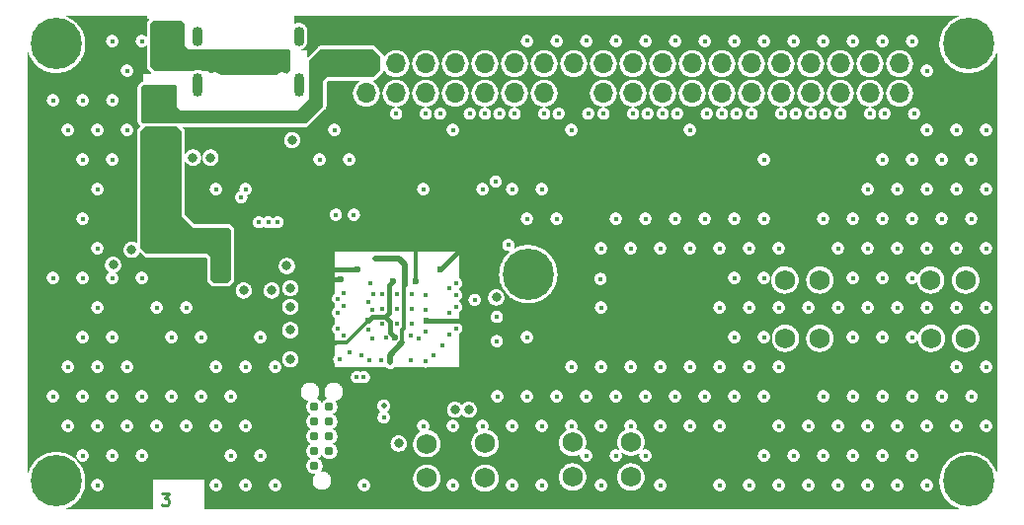
<source format=gbr>
%TF.GenerationSoftware,KiCad,Pcbnew,(6.0.6)*%
%TF.CreationDate,2022-07-15T17:58:13+10:00*%
%TF.ProjectId,SolderingInduction,536f6c64-6572-4696-9e67-496e64756374,1.0.0*%
%TF.SameCoordinates,PX8f0d180PY8f0d180*%
%TF.FileFunction,Copper,L3,Inr*%
%TF.FilePolarity,Positive*%
%FSLAX46Y46*%
G04 Gerber Fmt 4.6, Leading zero omitted, Abs format (unit mm)*
G04 Created by KiCad (PCBNEW (6.0.6)) date 2022-07-15 17:58:13*
%MOMM*%
%LPD*%
G01*
G04 APERTURE LIST*
%ADD10C,0.250000*%
%TA.AperFunction,NonConductor*%
%ADD11C,0.250000*%
%TD*%
%TA.AperFunction,ComponentPad*%
%ADD12C,4.400000*%
%TD*%
%TA.AperFunction,ComponentPad*%
%ADD13C,1.750000*%
%TD*%
%TA.AperFunction,ComponentPad*%
%ADD14C,0.787400*%
%TD*%
%TA.AperFunction,ComponentPad*%
%ADD15R,1.700000X1.700000*%
%TD*%
%TA.AperFunction,ComponentPad*%
%ADD16O,1.700000X1.700000*%
%TD*%
%TA.AperFunction,ComponentPad*%
%ADD17O,0.900000X2.000000*%
%TD*%
%TA.AperFunction,ComponentPad*%
%ADD18O,0.900000X1.700000*%
%TD*%
%TA.AperFunction,ViaPad*%
%ADD19C,0.450000*%
%TD*%
%TA.AperFunction,ViaPad*%
%ADD20C,0.800000*%
%TD*%
%TA.AperFunction,ViaPad*%
%ADD21C,0.600000*%
%TD*%
%TA.AperFunction,ViaPad*%
%ADD22C,0.508000*%
%TD*%
%TA.AperFunction,Conductor*%
%ADD23C,0.381000*%
%TD*%
%TA.AperFunction,Conductor*%
%ADD24C,0.355600*%
%TD*%
%TA.AperFunction,Conductor*%
%ADD25C,1.000000*%
%TD*%
%TA.AperFunction,Conductor*%
%ADD26C,0.508000*%
%TD*%
%TA.AperFunction,Conductor*%
%ADD27C,0.254000*%
%TD*%
G04 APERTURE END LIST*
D10*
D11*
X-31433334Y-18852380D02*
X-30814286Y-18852380D01*
X-31147620Y-19233333D01*
X-31004762Y-19233333D01*
X-30909524Y-19280952D01*
X-30861905Y-19328571D01*
X-30814286Y-19423809D01*
X-30814286Y-19661904D01*
X-30861905Y-19757142D01*
X-30909524Y-19804761D01*
X-31004762Y-19852380D01*
X-31290477Y-19852380D01*
X-31385715Y-19804761D01*
X-31433334Y-19757142D01*
D12*
%TO.N,GND*%
%TO.C,H2*%
X37750000Y19750000D03*
%TD*%
D13*
%TO.N,GND*%
%TO.C,SW8*%
X34550000Y-5500000D03*
X34500000Y-500000D03*
%TO.N,/BUTTON_B*%
X37500000Y-500000D03*
X37500000Y-5500000D03*
%TD*%
D12*
%TO.N,GND*%
%TO.C,H4*%
X-40475000Y-17750000D03*
%TD*%
%TO.N,GND*%
%TO.C,H3*%
X0Y0D03*
%TD*%
D13*
%TO.N,GND*%
%TO.C,SW7*%
X22050000Y-5500000D03*
X22000000Y-500000D03*
%TO.N,/BUTTON_A*%
X25000000Y-500000D03*
X25000000Y-5500000D03*
%TD*%
D12*
%TO.N,GND*%
%TO.C,H5*%
X37750000Y-17750000D03*
%TD*%
D13*
%TO.N,GND*%
%TO.C,SW6*%
X3800000Y-14450000D03*
X8800000Y-14400000D03*
%TO.N,/BUTTON_START*%
X8800000Y-17400000D03*
X3800000Y-17400000D03*
%TD*%
D12*
%TO.N,GND*%
%TO.C,H1*%
X-40475000Y19750000D03*
%TD*%
D14*
%TO.N,+3V3*%
%TO.C,J2*%
X-17064384Y-16439401D03*
%TO.N,/SWDIO*%
X-17065000Y-15170000D03*
%TO.N,GND*%
X-17064384Y-13899401D03*
%TO.N,/SWCLK*%
X-17064384Y-12629401D03*
%TO.N,GND*%
X-17065000Y-11360000D03*
%TO.N,unconnected-(J2-Pad6)*%
X-18335000Y-11360000D03*
%TO.N,unconnected-(J2-Pad7)*%
X-18334384Y-12629401D03*
%TO.N,unconnected-(J2-Pad8)*%
X-18334384Y-13899401D03*
%TO.N,GND*%
X-18334384Y-15169401D03*
%TO.N,/~{RESET}*%
X-18335000Y-16440000D03*
%TD*%
D15*
%TO.N,+3V3*%
%TO.C,J3*%
X-16425000Y15525000D03*
D16*
%TO.N,VBUS*%
X-16425000Y18065000D03*
%TO.N,/LED_{DI}*%
X-13885000Y15525000D03*
%TO.N,VBUS*%
X-13885000Y18065000D03*
%TO.N,GND*%
X-11345000Y15525000D03*
X-11345000Y18065000D03*
%TO.N,/ADC0*%
X-8805000Y15525000D03*
%TO.N,/ADC1*%
X-8805000Y18065000D03*
%TO.N,GND*%
X-6265000Y15525000D03*
%TO.N,/GPIO18*%
X-6265000Y18065000D03*
%TO.N,/GPIO20*%
X-3725000Y15525000D03*
%TO.N,/LED_{DI}*%
X-3725000Y18065000D03*
%TO.N,/GPIO25*%
X-1185000Y15525000D03*
%TO.N,GND*%
X-1185000Y18065000D03*
%TO.N,/ADC3*%
X1355000Y15525000D03*
%TO.N,/ADC2*%
X1355000Y18065000D03*
%TO.N,+3V3*%
X3895000Y15525000D03*
%TO.N,/GPIO4*%
X3895000Y18065000D03*
%TO.N,/GPIO7*%
X6435000Y15525000D03*
%TO.N,GND*%
X6435000Y18065000D03*
%TO.N,/GPIO1*%
X8975000Y15525000D03*
%TO.N,/GPIO2*%
X8975000Y18065000D03*
%TO.N,/GPIO3*%
X11515000Y15525000D03*
%TO.N,/GPIO5*%
X11515000Y18065000D03*
%TO.N,GND*%
X14055000Y15525000D03*
%TO.N,/GPIO6*%
X14055000Y18065000D03*
%TO.N,/GPIO9*%
X16595000Y15525000D03*
%TO.N,/GPIO10*%
X16595000Y18065000D03*
%TO.N,/GPIO11*%
X19135000Y15525000D03*
%TO.N,GND*%
X19135000Y18065000D03*
%TO.N,/GPIO8*%
X21675000Y15525000D03*
%TO.N,/GPIO12*%
X21675000Y18065000D03*
%TO.N,/GPIO13*%
X24215000Y15525000D03*
%TO.N,/BUTTON_START*%
X24215000Y18065000D03*
%TO.N,/BUTTON_SELECT*%
X26755000Y15525000D03*
%TO.N,GND*%
X26755000Y18065000D03*
%TO.N,/BUTTON_A*%
X29295000Y15525000D03*
%TO.N,/BUTTON_B*%
X29295000Y18065000D03*
%TO.N,GND*%
X31835000Y15525000D03*
X31835000Y18065000D03*
%TD*%
D13*
%TO.N,GND*%
%TO.C,SW5*%
X-8700000Y-14550000D03*
X-3700000Y-14500000D03*
%TO.N,/BUTTON_SELECT*%
X-3700000Y-17500000D03*
X-8700000Y-17500000D03*
%TD*%
D17*
%TO.N,unconnected-(J1-PadS1)*%
%TO.C,J1*%
X-28320000Y16245000D03*
D18*
X-28320000Y20415000D03*
D17*
X-19680000Y16245000D03*
D18*
X-19680000Y20415000D03*
%TD*%
D19*
%TO.N,GND*%
X-16200000Y-7300000D03*
X-14100000Y-8850000D03*
X-14700000Y-8850000D03*
D20*
%TO.N,*%
X-2750000Y-2000000D03*
%TO.N,GND*%
X-27250000Y10000000D03*
X-28750000Y10000000D03*
X-20250000Y11500000D03*
%TO.N,+3V3*%
X-18600000Y3800000D03*
D21*
X-11420000Y-5440000D03*
D20*
X-18600000Y2600000D03*
D21*
X-7500000Y390000D03*
X-14640000Y420000D03*
X-11600000Y-620000D03*
X-16100000Y-420000D03*
X-9625000Y-625000D03*
D20*
X-40700000Y9300000D03*
D21*
X-4900000Y7800000D03*
D20*
X-19600000Y3800000D03*
D21*
X-2800000Y5170000D03*
D20*
X-19600000Y2600000D03*
X-20600000Y2600000D03*
D21*
X-13710000Y-4020000D03*
X-8760000Y-4020000D03*
D20*
%TO.N,VBUS*%
X-32750000Y15600000D03*
X-32750000Y14500000D03*
X-32750000Y13400000D03*
D19*
%TO.N,/SWDIO*%
X-15362500Y-6712500D03*
X-12600000Y-7400000D03*
%TO.N,/SWCLK*%
X-12225000Y-5475000D03*
X-12400000Y-12300000D03*
%TO.N,/LED_{DI}*%
X-2480000Y13775000D03*
X-13400000Y-3100000D03*
D20*
%TO.N,Net-(F1-Pad1)*%
X-21250000Y18500000D03*
X-31500000Y20000000D03*
X-23750000Y18500000D03*
X-30250000Y20000000D03*
X-26250000Y18500000D03*
X-30250000Y21250000D03*
X-31500000Y21250000D03*
X-28750000Y18500000D03*
D19*
%TO.N,+1V2*%
X-11825000Y-7575000D03*
X-11100000Y1300000D03*
X-13100000Y1300000D03*
%TO.N,/Flash Memory (Over QSPI)/$.~{CS}*%
X-1700000Y2500000D03*
%TO.N,GND*%
X2420000Y-10480000D03*
X-114600Y20002800D03*
X12580000Y-10480000D03*
X-36950000Y12380000D03*
X18930000Y-2860000D03*
X3690000Y-13020000D03*
X3690000Y12380000D03*
X-22980000Y-5400000D03*
X6230000Y-2860000D03*
X-33140000Y20000000D03*
X29090000Y2220000D03*
X-36950000Y-13020000D03*
X-9952183Y-1752183D03*
X30360000Y9840000D03*
X39250000Y-7940000D03*
X10045400Y20002800D03*
X20200000Y-10480000D03*
X39250000Y2220000D03*
X-1390000Y-13020000D03*
X-24250000Y-7940000D03*
X27820000Y-5400000D03*
X4965400Y20002800D03*
X20200000Y-320000D03*
X-36950000Y-18100000D03*
X-17900000Y9840000D03*
X30360000Y20000000D03*
X-2700000Y-5750000D03*
X15120000Y4760000D03*
X7505400Y20002800D03*
X31630000Y7300000D03*
X-40760000Y-10480000D03*
X31630000Y-18100000D03*
X18930000Y2220000D03*
X-11222183Y-1752183D03*
D20*
X-6280000Y-11630000D03*
D19*
X16390000Y-2860000D03*
D20*
X-22000000Y-1400000D03*
D19*
X13850000Y-13020000D03*
D20*
X-24400000Y-1400000D03*
D19*
X36710000Y-13020000D03*
X-14950000Y5100000D03*
X34170000Y7300000D03*
X29090000Y-13020000D03*
X-33140000Y-15560000D03*
X11310000Y-18100000D03*
X39250000Y-13020000D03*
X11310000Y2220000D03*
X1150000Y7300000D03*
X24010000Y-13020000D03*
X-12492183Y-4292183D03*
X8770000Y-13020000D03*
X21470000Y2220000D03*
X36710000Y7300000D03*
X-3930000Y7300000D03*
X35440000Y4760000D03*
X4960000Y-15560000D03*
X17660000Y-10480000D03*
X-9010000Y-13020000D03*
X-30600000Y-10480000D03*
X16390000Y2220000D03*
X-31870000Y-2860000D03*
X-6470000Y-13020000D03*
X6230000Y-13020000D03*
X-26790000Y7300000D03*
X-21710000Y-7940000D03*
X2425400Y20002800D03*
X15120000Y-10480000D03*
X-26790000Y-18100000D03*
X34170000Y2220000D03*
X10040000Y4760000D03*
X26550000Y-13020000D03*
X25290000Y-10480000D03*
X22740000Y20000000D03*
D20*
X-34000000Y2100000D03*
D19*
X-34410000Y-7940000D03*
X27820000Y4760000D03*
X18930000Y-18100000D03*
X34170000Y-2860000D03*
D20*
X-20700000Y700000D03*
D19*
X17660000Y4760000D03*
X-15360000Y9840000D03*
D20*
X-20400000Y-1200000D03*
D19*
X-30600000Y-5400000D03*
X-22300000Y4450000D03*
X20200000Y-15560000D03*
X11310000Y-7940000D03*
X8770000Y2220000D03*
X2420000Y4760000D03*
X-36950000Y2220000D03*
X-16630000Y12380000D03*
X6230000Y2220000D03*
X31630000Y-13020000D03*
X13850000Y12380000D03*
X-26790000Y-7940000D03*
X-1390000Y7300000D03*
X-40760000Y-320000D03*
X17660000Y20000000D03*
X-38220000Y14920000D03*
X39250000Y7300000D03*
X32900000Y4760000D03*
X-14090000Y-18100000D03*
X-26790000Y-13020000D03*
X-11325000Y13775000D03*
X15125000Y20000000D03*
X11310000Y-13020000D03*
X24010000Y-18100000D03*
X-25520000Y-10480000D03*
X-39490000Y-13020000D03*
X-38220000Y-15560000D03*
X-25520000Y-15560000D03*
X20200000Y-5400000D03*
X31630000Y2220000D03*
X-9952183Y-3022183D03*
X-35670000Y14920000D03*
X-120000Y-10480000D03*
X12580000Y4760000D03*
X25280000Y-15560000D03*
X35440000Y9840000D03*
X-9010000Y7300000D03*
X13850000Y2220000D03*
X32900000Y-5400000D03*
X-10100000Y-7400000D03*
X29090000Y7300000D03*
X30360000Y4760000D03*
D20*
X-20400000Y-4800000D03*
D19*
X-36950000Y-7940000D03*
X-38220000Y-5400000D03*
X-22980000Y-15560000D03*
X30360000Y-5400000D03*
X21470000Y-18100000D03*
X-38220000Y9840000D03*
D20*
X-20400000Y-2800000D03*
D19*
X18930000Y-7940000D03*
X8770000Y-7940000D03*
X6230000Y-7940000D03*
X-12492183Y-1752183D03*
X27820000Y-320000D03*
X27830000Y-10480000D03*
X7500000Y-15560000D03*
X-6470000Y12380000D03*
X13850000Y-7940000D03*
X-38220000Y-320000D03*
X-2800000Y7950000D03*
X27820000Y20000000D03*
D20*
X-11110000Y-14530000D03*
D19*
X-38220000Y-10480000D03*
X-24250000Y-18100000D03*
X-34410000Y12380000D03*
X-120000Y4760000D03*
X27820000Y-15560000D03*
X36710000Y12380000D03*
X39250000Y-2860000D03*
X-35680000Y-5400000D03*
X-6470000Y-18100000D03*
X20200000Y20000000D03*
X37980000Y9840000D03*
X12585400Y20002800D03*
X-28060000Y-10480000D03*
X-120000Y-5400000D03*
X-29330000Y-2860000D03*
X7500000Y-10480000D03*
X-34410000Y-13020000D03*
X29090000Y-2860000D03*
X34170000Y17460000D03*
X-9952183Y-4292183D03*
X35450000Y-10480000D03*
X-24250000Y7300000D03*
X34170000Y-13020000D03*
X-3930000Y-13020000D03*
X29090000Y-18100000D03*
X32900000Y-15560000D03*
X-36950000Y7300000D03*
X10040000Y-15560000D03*
X-2660000Y-10480000D03*
X-38220000Y4760000D03*
X6230000Y-18100000D03*
X-36950000Y-2860000D03*
D20*
X-20400000Y-7300000D03*
D19*
X-33140000Y-320000D03*
X32910000Y-10480000D03*
X37990000Y-10480000D03*
X1150000Y-13020000D03*
X1150000Y-18100000D03*
X21470000Y-13020000D03*
X-12492183Y-3022183D03*
X-11222183Y-3022183D03*
X-1390000Y-18100000D03*
X-39490000Y-7940000D03*
X17660000Y-5400000D03*
X26550000Y2220000D03*
X-23100000Y4450000D03*
X24010000Y-2860000D03*
X36710000Y-2860000D03*
X20200000Y9840000D03*
D20*
X-5100000Y-11630000D03*
D19*
X-35680000Y20000000D03*
X-11222183Y-4292183D03*
X32900000Y9840000D03*
X-24250000Y-13020000D03*
X26550000Y-18100000D03*
X16390000Y-18100000D03*
X-29330000Y-13020000D03*
X21470000Y-7940000D03*
D22*
X-12400000Y-11300000D03*
D19*
X-35680000Y-320000D03*
X16390000Y-7940000D03*
X3690000Y-7940000D03*
X22740000Y-15560000D03*
X36710000Y-7940000D03*
X4960000Y-10480000D03*
X7500000Y4760000D03*
X-35680000Y-10480000D03*
X39250000Y12380000D03*
X-35680000Y9840000D03*
X30370000Y-10480000D03*
X-28060000Y-5400000D03*
X30360000Y-320000D03*
X31630000Y-2860000D03*
X16390000Y-13020000D03*
X25280000Y20000000D03*
X20200000Y4760000D03*
X-21500000Y4450000D03*
X32900000Y20000000D03*
X-35680000Y-15560000D03*
X-16500000Y5100000D03*
X21470000Y-2860000D03*
X32900000Y-320000D03*
X-33140000Y-10480000D03*
X26550000Y-2860000D03*
X25280000Y4760000D03*
D20*
X-35600000Y800000D03*
D19*
X34170000Y-18100000D03*
X30360000Y-15560000D03*
X-31870000Y-13020000D03*
X-40760000Y14920000D03*
X-39490000Y12380000D03*
X-2700000Y-3660000D03*
X33080000Y13775000D03*
X17660000Y-320000D03*
X6190000Y-410000D03*
X36710000Y2220000D03*
X-34410000Y17460000D03*
X37980000Y4760000D03*
X10040000Y-10480000D03*
X-21710000Y-18100000D03*
X34170000Y12380000D03*
D20*
%TO.N,/Power Regulation & Switching/LDO_{VIN}*%
X-26500000Y2000000D03*
X-26500000Y0D03*
X-32800000Y12000000D03*
X-32800000Y10000000D03*
X-31200000Y12000000D03*
X-32800000Y11000000D03*
X-26500000Y1000000D03*
D19*
%TO.N,/Power Regulation & Switching/LDO_{EN}*%
X-24600000Y6600000D03*
%TO.N,/ADC0*%
X-8785000Y13775000D03*
X-16300000Y-2100000D03*
%TO.N,/ADC1*%
X-15800000Y-1600000D03*
X-7560000Y13775000D03*
%TO.N,/ADC2*%
X-13300000Y-1700000D03*
X2600000Y13775000D03*
%TO.N,/ADC3*%
X-13550000Y-825000D03*
X1375000Y13775000D03*
%TO.N,/BUTTON_LEFT*%
X-16300000Y-4700000D03*
%TO.N,/BUTTON_UP*%
X-16300000Y-3300000D03*
%TO.N,/BUTTON_DOWN*%
X-15800000Y-2700000D03*
%TO.N,/BUTTON_RIGHT*%
X-15800000Y-5300000D03*
%TO.N,/BUTTON_SELECT*%
X-10100000Y-5300000D03*
X26775000Y13775000D03*
%TO.N,/BUTTON_START*%
X25460000Y13775000D03*
X-9400000Y-5500000D03*
%TO.N,/GPIO20*%
X-13700000Y-4800000D03*
X-3705000Y13775000D03*
%TO.N,/GPIO18*%
X-5020000Y13775000D03*
X-13400000Y-5500000D03*
%TO.N,/GPIO25*%
X-13700000Y-2400000D03*
X-1165000Y13775000D03*
%TO.N,/GPIO0*%
X-6200000Y-800000D03*
%TO.N,/GPIO1*%
X8995000Y13775000D03*
X-6800000Y-1200000D03*
%TO.N,/GPIO2*%
X10220000Y13775000D03*
X-6200000Y-1800000D03*
%TO.N,/GPIO3*%
X-4600000Y-2200000D03*
X11535000Y13775000D03*
%TO.N,/GPIO4*%
X5140000Y13775000D03*
X-8800000Y-1800000D03*
%TO.N,/GPIO5*%
X-6200000Y-2800000D03*
X12760000Y13775000D03*
%TO.N,/GPIO6*%
X-6775000Y-3325000D03*
X15300000Y13775000D03*
%TO.N,/GPIO7*%
X6455000Y13775000D03*
X-8800000Y-3100000D03*
%TO.N,/GPIO8*%
X21695000Y13775000D03*
X-8800000Y-4900000D03*
%TO.N,/GPIO9*%
X-6200000Y-4650000D03*
X16615000Y13775000D03*
%TO.N,/GPIO10*%
X17840000Y13775000D03*
X-6800000Y-5200000D03*
%TO.N,/GPIO11*%
X19155000Y13775000D03*
X-7400000Y-6100000D03*
%TO.N,/GPIO12*%
X22920000Y13775000D03*
X-8100000Y-7000000D03*
%TO.N,/GPIO13*%
X24235000Y13775000D03*
X-8800000Y-7500000D03*
%TO.N,/BUTTON_A*%
X-13600000Y-7400000D03*
X29315000Y13775000D03*
%TO.N,/BUTTON_B*%
X30540000Y13775000D03*
X-14300000Y-7000000D03*
%TD*%
D23*
%TO.N,+3V3*%
X-17380000Y-420000D02*
X-17500000Y-300000D01*
X-11897683Y-3349433D02*
X-11897683Y-917683D01*
D24*
X-15541800Y-5851800D02*
X-16551800Y-5851800D01*
D23*
X-16551800Y-5851800D02*
X-17351800Y-5851800D01*
D24*
X-13710000Y-4020000D02*
X-15541800Y-5851800D01*
X-9625000Y2175000D02*
X-9600000Y2200000D01*
X-9625000Y-625000D02*
X-9625000Y2175000D01*
D23*
X-11420000Y-5440000D02*
X-11816683Y-5043317D01*
X-13387683Y-3697683D02*
X-13710000Y-4020000D01*
X-12245933Y-3697683D02*
X-13387683Y-3697683D01*
X-7500000Y400000D02*
X-5500000Y2400000D01*
X-14640000Y420000D02*
X-17820000Y420000D01*
X-7500000Y390000D02*
X-7500000Y400000D01*
X-8760000Y-4020000D02*
X-5320000Y-4020000D01*
X-12245933Y-3697683D02*
X-11897683Y-3349433D01*
X-17820000Y420000D02*
X-18000000Y600000D01*
X-11897683Y-917683D02*
X-11600000Y-620000D01*
X-16100000Y-420000D02*
X-17380000Y-420000D01*
X-11816683Y-5043317D02*
X-11816683Y-4126933D01*
X-11816683Y-4126933D02*
X-12245933Y-3697683D01*
X-17351800Y-5851800D02*
X-17500000Y-6000000D01*
D25*
%TO.N,VBUS*%
X-13885000Y18065000D02*
X-16425000Y18065000D01*
D26*
%TO.N,+1V2*%
X-10600000Y800000D02*
X-11100000Y1300000D01*
D24*
X-10651800Y-1026800D02*
X-10601000Y-976000D01*
D26*
X-10800000Y-5900000D02*
X-11825000Y-6925000D01*
X-10600000Y-975000D02*
X-10600000Y800000D01*
D24*
X-10800000Y-5900000D02*
X-10800000Y-4800000D01*
X-10651800Y-4651800D02*
X-10651800Y-1026800D01*
D26*
X-11825000Y-6925000D02*
X-11825000Y-7574998D01*
D24*
X-10800000Y-4800000D02*
X-10651800Y-4651800D01*
D27*
X-10601000Y-976000D02*
X-10600000Y-975000D01*
D26*
X-11100000Y1300000D02*
X-13100000Y1300000D01*
%TD*%
%TA.AperFunction,Conductor*%
%TO.N,Net-(F1-Pad1)*%
G36*
X-29755330Y21751196D02*
G01*
X-29742113Y21742113D01*
X-29512887Y21512887D01*
X-29502922Y21497542D01*
X-29500000Y21481774D01*
X-29500000Y19600000D01*
X-29200000Y19300000D01*
X-28555222Y19300000D01*
X-28542910Y19298242D01*
X-28492881Y19283660D01*
X-28491780Y19283459D01*
X-28491772Y19283457D01*
X-28417908Y19269967D01*
X-28417901Y19269966D01*
X-28416789Y19269763D01*
X-28339672Y19263762D01*
X-28303012Y19264690D01*
X-28263482Y19265690D01*
X-28263477Y19265690D01*
X-28262346Y19265719D01*
X-28261214Y19265865D01*
X-28186754Y19275469D01*
X-28186751Y19275470D01*
X-28185631Y19275614D01*
X-28110339Y19293343D01*
X-28098181Y19297565D01*
X-28083747Y19300000D01*
X-20518226Y19300000D01*
X-20500330Y19296196D01*
X-20487113Y19287113D01*
X-20412887Y19212887D01*
X-20402922Y19197542D01*
X-20400000Y19181774D01*
X-20400000Y17518226D01*
X-20403804Y17500330D01*
X-20412887Y17487113D01*
X-20691128Y17208872D01*
X-20706473Y17198907D01*
X-20724544Y17196045D01*
X-20742217Y17200781D01*
X-20749390Y17205359D01*
X-20765706Y17218152D01*
X-20765707Y17218153D01*
X-20766706Y17218936D01*
X-20825752Y17255120D01*
X-20826900Y17255653D01*
X-20826904Y17255655D01*
X-20887421Y17283746D01*
X-20887428Y17283749D01*
X-20888566Y17284277D01*
X-20954316Y17306022D01*
X-21022128Y17320065D01*
X-21083027Y17325500D01*
X-21127657Y17325500D01*
X-21128298Y17325463D01*
X-21128300Y17325463D01*
X-21140420Y17324764D01*
X-21179137Y17322532D01*
X-21180380Y17322315D01*
X-21180389Y17322314D01*
X-21246104Y17310844D01*
X-21246109Y17310843D01*
X-21247357Y17310625D01*
X-21248576Y17310264D01*
X-21248580Y17310263D01*
X-21312542Y17291317D01*
X-21313757Y17290957D01*
X-21314914Y17290464D01*
X-21314921Y17290461D01*
X-21358767Y17271759D01*
X-21377456Y17263787D01*
X-21378550Y17263163D01*
X-21378554Y17263161D01*
X-21436511Y17230102D01*
X-21437610Y17229475D01*
X-21438635Y17228722D01*
X-21492406Y17189225D01*
X-21492413Y17189219D01*
X-21493422Y17188478D01*
X-21544152Y17141337D01*
X-21566283Y17115424D01*
X-21580797Y17104287D01*
X-21599740Y17100000D01*
X-26399829Y17100000D01*
X-26417725Y17103804D01*
X-26432527Y17114558D01*
X-26434167Y17116489D01*
X-26442181Y17126491D01*
X-26442185Y17126495D01*
X-26442985Y17127494D01*
X-26492209Y17176205D01*
X-26493206Y17176987D01*
X-26545704Y17218151D01*
X-26545711Y17218156D01*
X-26546706Y17218936D01*
X-26605752Y17255120D01*
X-26606900Y17255653D01*
X-26606904Y17255655D01*
X-26667421Y17283746D01*
X-26667428Y17283749D01*
X-26668566Y17284277D01*
X-26734316Y17306022D01*
X-26802128Y17320065D01*
X-26863027Y17325500D01*
X-26907657Y17325500D01*
X-26908298Y17325463D01*
X-26908300Y17325463D01*
X-26920420Y17324764D01*
X-26959137Y17322532D01*
X-26960380Y17322315D01*
X-26960389Y17322314D01*
X-27026104Y17310844D01*
X-27026109Y17310843D01*
X-27027357Y17310625D01*
X-27028576Y17310264D01*
X-27028580Y17310263D01*
X-27092542Y17291317D01*
X-27093757Y17290957D01*
X-27094914Y17290464D01*
X-27094921Y17290461D01*
X-27138767Y17271759D01*
X-27157456Y17263787D01*
X-27158553Y17263161D01*
X-27158567Y17263154D01*
X-27195996Y17241804D01*
X-27213426Y17236241D01*
X-27231612Y17238248D01*
X-27247409Y17247479D01*
X-27248910Y17248910D01*
X-27417000Y17417000D01*
X-27886607Y17417000D01*
X-27904503Y17420804D01*
X-27911180Y17424501D01*
X-27932009Y17438524D01*
X-27932012Y17438526D01*
X-27932951Y17439158D01*
X-27933945Y17439688D01*
X-27933954Y17439693D01*
X-28000226Y17475004D01*
X-28000234Y17475008D01*
X-28001216Y17475531D01*
X-28072858Y17504695D01*
X-28147119Y17526340D01*
X-28148220Y17526541D01*
X-28148228Y17526543D01*
X-28222092Y17540033D01*
X-28222099Y17540034D01*
X-28223211Y17540237D01*
X-28300328Y17546238D01*
X-28336988Y17545310D01*
X-28376518Y17544310D01*
X-28376523Y17544310D01*
X-28377654Y17544281D01*
X-28378786Y17544135D01*
X-28453246Y17534531D01*
X-28453249Y17534530D01*
X-28454369Y17534386D01*
X-28529661Y17516657D01*
X-28530736Y17516284D01*
X-28530735Y17516284D01*
X-28601655Y17491657D01*
X-28601661Y17491655D01*
X-28602731Y17491283D01*
X-28603761Y17490802D01*
X-28603765Y17490800D01*
X-28637562Y17475004D01*
X-28672806Y17458532D01*
X-28704221Y17439693D01*
X-28731616Y17423265D01*
X-28748921Y17417323D01*
X-28754245Y17417000D01*
X-31998774Y17417000D01*
X-32016670Y17420804D01*
X-32029887Y17429887D01*
X-32387113Y17787113D01*
X-32397078Y17802458D01*
X-32400000Y17818226D01*
X-32400000Y21481774D01*
X-32396196Y21499670D01*
X-32387113Y21512887D01*
X-32157887Y21742113D01*
X-32142542Y21752078D01*
X-32126774Y21755000D01*
X-29773226Y21755000D01*
X-29755330Y21751196D01*
G37*
%TD.AperFunction*%
%TD*%
%TA.AperFunction,Conductor*%
%TO.N,VBUS*%
G36*
X-13320855Y19296041D02*
G01*
X-13291489Y19284415D01*
X-13265937Y19265850D01*
X-13263095Y19263095D01*
X-12726905Y18726905D01*
X-12707547Y18701949D01*
X-12695003Y18672963D01*
X-12690062Y18641768D01*
X-12690000Y18637810D01*
X-12690000Y17562190D01*
X-12693959Y17530855D01*
X-12705585Y17501489D01*
X-12724150Y17475937D01*
X-12726905Y17473095D01*
X-13293095Y16906905D01*
X-13318051Y16887547D01*
X-13347037Y16875003D01*
X-13378232Y16870062D01*
X-13382190Y16870000D01*
X-17300000Y16870000D01*
X-17305392Y16865147D01*
X-17594112Y16605300D01*
X-17594115Y16605296D01*
X-17600000Y16600000D01*
X-17600000Y14452190D01*
X-17603959Y14420855D01*
X-17615585Y14391489D01*
X-17634150Y14365937D01*
X-17636905Y14363095D01*
X-19063095Y12936905D01*
X-19088051Y12917547D01*
X-19117037Y12905003D01*
X-19148232Y12900062D01*
X-19152190Y12900000D01*
X-29950000Y12900000D01*
X-29981335Y12903959D01*
X-30010582Y12915520D01*
X-30014279Y12917547D01*
X-30027491Y12924792D01*
X-30044205Y12932234D01*
X-30068930Y12941962D01*
X-30072794Y12942941D01*
X-30072798Y12942942D01*
X-30099307Y12949656D01*
X-30117200Y12954188D01*
X-30144503Y12956452D01*
X-30164230Y12958088D01*
X-30164236Y12958088D01*
X-30166826Y12958303D01*
X-30181168Y12958304D01*
X-30185123Y12958304D01*
X-30185791Y12958289D01*
X-30185821Y12958289D01*
X-30195107Y12958085D01*
X-30195116Y12958084D01*
X-30198407Y12958012D01*
X-30202339Y12957511D01*
X-30202348Y12957510D01*
X-30218269Y12956500D01*
X-32826774Y12956500D01*
X-32827111Y12956497D01*
X-32829277Y12956478D01*
X-32829283Y12956478D01*
X-32832166Y12956452D01*
X-32862110Y12953431D01*
X-32879106Y12951716D01*
X-32879112Y12951715D01*
X-32881710Y12951453D01*
X-32884267Y12950979D01*
X-32884275Y12950978D01*
X-32896518Y12948709D01*
X-32896524Y12948708D01*
X-32897478Y12948531D01*
X-32915748Y12944556D01*
X-32937627Y12937112D01*
X-32968563Y12930768D01*
X-33000109Y12932316D01*
X-33030279Y12941661D01*
X-33057177Y12958215D01*
X-33067303Y12967303D01*
X-33163095Y13063095D01*
X-33182453Y13088051D01*
X-33194997Y13117037D01*
X-33199938Y13148232D01*
X-33200000Y13152190D01*
X-33200000Y15947810D01*
X-33196041Y15979145D01*
X-33184415Y16008511D01*
X-33165850Y16034063D01*
X-33163095Y16036905D01*
X-33036905Y16163095D01*
X-33011949Y16182453D01*
X-32982963Y16194997D01*
X-32951768Y16199938D01*
X-32947810Y16200000D01*
X-30252190Y16200000D01*
X-30220855Y16196041D01*
X-30191489Y16184415D01*
X-30165937Y16165850D01*
X-30163095Y16163095D01*
X-30136905Y16136905D01*
X-30117547Y16111949D01*
X-30105003Y16082963D01*
X-30100062Y16051768D01*
X-30100000Y16047810D01*
X-30100000Y14300000D01*
X-29800000Y14000000D01*
X-19800000Y14000000D01*
X-18800000Y15000000D01*
X-18800000Y18247810D01*
X-18796041Y18279145D01*
X-18784415Y18308511D01*
X-18765850Y18334063D01*
X-18763095Y18336905D01*
X-17836905Y19263095D01*
X-17811949Y19282453D01*
X-17782963Y19294997D01*
X-17751768Y19299938D01*
X-17747810Y19300000D01*
X-13352190Y19300000D01*
X-13320855Y19296041D01*
G37*
%TD.AperFunction*%
%TD*%
%TA.AperFunction,Conductor*%
%TO.N,+3V3*%
G36*
X-32730249Y22195770D02*
G01*
X-32714352Y22185148D01*
X-32703730Y22169251D01*
X-32700000Y22150500D01*
X-32700000Y21900000D01*
X-32544682Y21900000D01*
X-32525931Y21896270D01*
X-32510034Y21885648D01*
X-32499412Y21869751D01*
X-32495682Y21851000D01*
X-32499412Y21832249D01*
X-32510034Y21816352D01*
X-32600306Y21726080D01*
X-32604099Y21722218D01*
X-32635594Y21683648D01*
X-32644677Y21670431D01*
X-32654774Y21654718D01*
X-32655388Y21653471D01*
X-32655389Y21653469D01*
X-32666111Y21631688D01*
X-32676767Y21610043D01*
X-32691107Y21562357D01*
X-32694911Y21544461D01*
X-32697388Y21531399D01*
X-32701500Y21481774D01*
X-32701500Y20423064D01*
X-32705230Y20404313D01*
X-32715852Y20388416D01*
X-32731749Y20377794D01*
X-32750500Y20374064D01*
X-32769251Y20377794D01*
X-32785239Y20388507D01*
X-32788737Y20392024D01*
X-32788741Y20392028D01*
X-32789783Y20393075D01*
X-32792001Y20394824D01*
X-32838384Y20431389D01*
X-32839542Y20432302D01*
X-32893654Y20465267D01*
X-32951334Y20491493D01*
X-33001125Y20507240D01*
X-33010332Y20510152D01*
X-33010335Y20510153D01*
X-33011746Y20510599D01*
X-33051359Y20518048D01*
X-33072564Y20522036D01*
X-33072568Y20522036D01*
X-33074017Y20522309D01*
X-33075489Y20522405D01*
X-33075493Y20522406D01*
X-33135775Y20526357D01*
X-33135779Y20526357D01*
X-33137243Y20526453D01*
X-33200510Y20522971D01*
X-33262900Y20511914D01*
X-33267214Y20510599D01*
X-33322096Y20493872D01*
X-33322101Y20493870D01*
X-33323509Y20493441D01*
X-33324858Y20492845D01*
X-33324857Y20492845D01*
X-33380109Y20468419D01*
X-33380113Y20468417D01*
X-33381461Y20467821D01*
X-33382730Y20467066D01*
X-33382734Y20467064D01*
X-33402617Y20455234D01*
X-33435914Y20435425D01*
X-33486082Y20396721D01*
X-33487139Y20395681D01*
X-33487143Y20395677D01*
X-33501098Y20381939D01*
X-33531236Y20352270D01*
X-33542972Y20337542D01*
X-33569800Y20303876D01*
X-33569804Y20303870D01*
X-33570723Y20302717D01*
X-33571500Y20301456D01*
X-33571501Y20301455D01*
X-33574293Y20296926D01*
X-33603971Y20248779D01*
X-33630498Y20191237D01*
X-33649920Y20130925D01*
X-33650200Y20129478D01*
X-33650201Y20129474D01*
X-33661133Y20072970D01*
X-33661956Y20068717D01*
X-33666431Y20005513D01*
X-33666358Y20004046D01*
X-33666358Y20004042D01*
X-33665651Y19989845D01*
X-33663281Y19942229D01*
X-33652550Y19879782D01*
X-33634396Y19819077D01*
X-33633807Y19817725D01*
X-33633806Y19817723D01*
X-33609745Y19762519D01*
X-33609079Y19760992D01*
X-33576968Y19706370D01*
X-33576080Y19705206D01*
X-33576075Y19705199D01*
X-33556567Y19679637D01*
X-33538528Y19656000D01*
X-33494314Y19610614D01*
X-33493170Y19609693D01*
X-33493165Y19609688D01*
X-33475443Y19595414D01*
X-33444968Y19570868D01*
X-33443718Y19570088D01*
X-33443716Y19570087D01*
X-33392463Y19538122D01*
X-33392456Y19538118D01*
X-33391205Y19537338D01*
X-33333803Y19510510D01*
X-33332398Y19510049D01*
X-33332397Y19510049D01*
X-33317712Y19505235D01*
X-33273593Y19490772D01*
X-33272163Y19490488D01*
X-33272157Y19490486D01*
X-33233937Y19482884D01*
X-33211449Y19478411D01*
X-33209986Y19478300D01*
X-33209981Y19478299D01*
X-33164061Y19474806D01*
X-33148269Y19473605D01*
X-33101471Y19475689D01*
X-33086451Y19476358D01*
X-33086450Y19476358D01*
X-33084970Y19476424D01*
X-33066687Y19479467D01*
X-33023931Y19486583D01*
X-33023923Y19486585D01*
X-33022468Y19486827D01*
X-33021047Y19487244D01*
X-33021042Y19487245D01*
X-32963086Y19504248D01*
X-32961668Y19504664D01*
X-32906580Y19528332D01*
X-32904804Y19529095D01*
X-32904802Y19529096D01*
X-32903452Y19529676D01*
X-32848661Y19561500D01*
X-32843781Y19565184D01*
X-32799266Y19598790D01*
X-32799259Y19598796D01*
X-32798092Y19599677D01*
X-32784507Y19612772D01*
X-32768419Y19623101D01*
X-32749602Y19626487D01*
X-32730922Y19622414D01*
X-32715223Y19611503D01*
X-32704894Y19595414D01*
X-32701500Y19577495D01*
X-32701500Y17818226D01*
X-32701452Y17812834D01*
X-32696453Y17763290D01*
X-32693531Y17747522D01*
X-32689556Y17729252D01*
X-32673517Y17682110D01*
X-32649938Y17638251D01*
X-32639973Y17622906D01*
X-32632488Y17611918D01*
X-32600306Y17573920D01*
X-32310034Y17283648D01*
X-32299412Y17267751D01*
X-32295682Y17249000D01*
X-32299412Y17230249D01*
X-32310034Y17214352D01*
X-32325931Y17203730D01*
X-32344682Y17200000D01*
X-33000000Y17200000D01*
X-33000000Y16538955D01*
X-33003730Y16520204D01*
X-33014352Y16504307D01*
X-33030249Y16493685D01*
X-33039261Y16490933D01*
X-33054020Y16487940D01*
X-33054025Y16487939D01*
X-33055532Y16487633D01*
X-33102708Y16471698D01*
X-33131694Y16459154D01*
X-33155009Y16447851D01*
X-33156293Y16447015D01*
X-33156295Y16447014D01*
X-33161077Y16443901D01*
X-33196741Y16420684D01*
X-33197530Y16420072D01*
X-33197537Y16420067D01*
X-33221090Y16401797D01*
X-33221697Y16401326D01*
X-33222264Y16400826D01*
X-33222269Y16400822D01*
X-33249517Y16376801D01*
X-33249531Y16376788D01*
X-33250098Y16376288D01*
X-33376288Y16250098D01*
X-33379575Y16246758D01*
X-33382330Y16243916D01*
X-33409767Y16211283D01*
X-33428332Y16185731D01*
X-33442655Y16164121D01*
X-33443336Y16162745D01*
X-33460677Y16127712D01*
X-33464745Y16119494D01*
X-33476371Y16090128D01*
X-33484863Y16065656D01*
X-33485180Y16064155D01*
X-33485182Y16064149D01*
X-33487638Y16052532D01*
X-33495163Y16016937D01*
X-33499122Y15985602D01*
X-33501500Y15947810D01*
X-33501500Y13152190D01*
X-33501463Y13147468D01*
X-33501401Y13143510D01*
X-33497726Y13101065D01*
X-33492785Y13069870D01*
X-33487633Y13044468D01*
X-33471698Y12997292D01*
X-33459154Y12968306D01*
X-33447851Y12944991D01*
X-33420684Y12903259D01*
X-33420072Y12902470D01*
X-33420067Y12902463D01*
X-33412084Y12892172D01*
X-33401326Y12878303D01*
X-33400826Y12877736D01*
X-33400822Y12877731D01*
X-33376801Y12850483D01*
X-33376788Y12850469D01*
X-33376288Y12849902D01*
X-33280496Y12754110D01*
X-33280256Y12753883D01*
X-33268941Y12743162D01*
X-33268920Y12743143D01*
X-33268685Y12742920D01*
X-33262263Y12737156D01*
X-33250801Y12721859D01*
X-33246064Y12703336D01*
X-33248775Y12684411D01*
X-33258523Y12667963D01*
X-33260344Y12666042D01*
X-33450306Y12476080D01*
X-33454099Y12472218D01*
X-33485594Y12433648D01*
X-33494677Y12420431D01*
X-33504774Y12404718D01*
X-33505388Y12403471D01*
X-33505389Y12403469D01*
X-33523850Y12365968D01*
X-33526767Y12360043D01*
X-33541107Y12312357D01*
X-33544911Y12294461D01*
X-33547388Y12281399D01*
X-33551500Y12231774D01*
X-33551500Y2734238D01*
X-33555230Y2715487D01*
X-33565852Y2699590D01*
X-33581749Y2688968D01*
X-33600500Y2685238D01*
X-33619251Y2688968D01*
X-33627188Y2693144D01*
X-33648179Y2706776D01*
X-33648196Y2706786D01*
X-33649269Y2707483D01*
X-33714690Y2740817D01*
X-33783237Y2767129D01*
X-33854158Y2786132D01*
X-33882937Y2790690D01*
X-33925406Y2797417D01*
X-33925412Y2797418D01*
X-33926677Y2797618D01*
X-34000000Y2801461D01*
X-34073323Y2797618D01*
X-34074588Y2797418D01*
X-34074594Y2797417D01*
X-34117063Y2790690D01*
X-34145842Y2786132D01*
X-34216763Y2767129D01*
X-34285310Y2740817D01*
X-34350730Y2707483D01*
X-34412308Y2667494D01*
X-34413310Y2666683D01*
X-34413315Y2666679D01*
X-34455726Y2632335D01*
X-34469369Y2621287D01*
X-34521287Y2569369D01*
X-34522087Y2568381D01*
X-34522088Y2568380D01*
X-34563754Y2516926D01*
X-34567494Y2512308D01*
X-34607483Y2450730D01*
X-34640817Y2385310D01*
X-34667129Y2316763D01*
X-34686132Y2245842D01*
X-34697618Y2173323D01*
X-34701461Y2100000D01*
X-34697618Y2026677D01*
X-34697418Y2025412D01*
X-34697417Y2025406D01*
X-34692004Y1991229D01*
X-34686132Y1954158D01*
X-34667129Y1883237D01*
X-34640817Y1814690D01*
X-34607483Y1749270D01*
X-34567494Y1687692D01*
X-34566683Y1686690D01*
X-34566679Y1686685D01*
X-34546125Y1661303D01*
X-34521287Y1630631D01*
X-34469369Y1578713D01*
X-34412308Y1532506D01*
X-34411242Y1531814D01*
X-34351808Y1493216D01*
X-34351802Y1493213D01*
X-34350731Y1492517D01*
X-34285310Y1459183D01*
X-34216763Y1432871D01*
X-34145842Y1413868D01*
X-34117063Y1409310D01*
X-34074594Y1402583D01*
X-34074588Y1402582D01*
X-34073323Y1402382D01*
X-34000000Y1398539D01*
X-33926677Y1402382D01*
X-33925412Y1402582D01*
X-33925406Y1402583D01*
X-33882937Y1409310D01*
X-33854158Y1413868D01*
X-33783237Y1432871D01*
X-33714690Y1459183D01*
X-33649269Y1492517D01*
X-33648198Y1493213D01*
X-33648192Y1493216D01*
X-33588758Y1531814D01*
X-33587692Y1532506D01*
X-33530631Y1578713D01*
X-33478713Y1630631D01*
X-33453875Y1661303D01*
X-33433321Y1686685D01*
X-33433317Y1686690D01*
X-33432506Y1687692D01*
X-33392517Y1749270D01*
X-33359183Y1814690D01*
X-33353462Y1829594D01*
X-33343260Y1845763D01*
X-33327646Y1856798D01*
X-33308999Y1861017D01*
X-33290156Y1857780D01*
X-33273068Y1846682D01*
X-32976080Y1549694D01*
X-32972218Y1545901D01*
X-32933648Y1514406D01*
X-32920431Y1505323D01*
X-32920113Y1505119D01*
X-32920106Y1505114D01*
X-32905892Y1495980D01*
X-32905887Y1495977D01*
X-32904718Y1495226D01*
X-32903471Y1494612D01*
X-32903469Y1494611D01*
X-32861862Y1474128D01*
X-32861857Y1474126D01*
X-32860043Y1473233D01*
X-32858103Y1472650D01*
X-32858099Y1472648D01*
X-32832515Y1464955D01*
X-32812357Y1458893D01*
X-32794461Y1455089D01*
X-32781399Y1452612D01*
X-32731774Y1448500D01*
X-27645182Y1448500D01*
X-27626431Y1444770D01*
X-27610534Y1434148D01*
X-27565852Y1389466D01*
X-27555230Y1373569D01*
X-27551500Y1354818D01*
X-27551500Y-481774D01*
X-27551469Y-485201D01*
X-27551452Y-487166D01*
X-27546453Y-536710D01*
X-27543531Y-552478D01*
X-27539556Y-570748D01*
X-27531912Y-593214D01*
X-27525399Y-612357D01*
X-27523517Y-617890D01*
X-27499938Y-661749D01*
X-27499383Y-662604D01*
X-27499381Y-662607D01*
X-27497908Y-664875D01*
X-27489973Y-677094D01*
X-27482488Y-688082D01*
X-27469320Y-703630D01*
X-27452894Y-723024D01*
X-27450306Y-726080D01*
X-27226080Y-950306D01*
X-27222218Y-954099D01*
X-27183648Y-985594D01*
X-27170431Y-994677D01*
X-27170113Y-994881D01*
X-27170106Y-994886D01*
X-27155892Y-1004020D01*
X-27155887Y-1004023D01*
X-27154718Y-1004774D01*
X-27153471Y-1005388D01*
X-27153469Y-1005389D01*
X-27111862Y-1025872D01*
X-27111857Y-1025874D01*
X-27110043Y-1026767D01*
X-27108103Y-1027350D01*
X-27108099Y-1027352D01*
X-27094863Y-1031332D01*
X-27062357Y-1041107D01*
X-27044461Y-1044911D01*
X-27031399Y-1047388D01*
X-26981774Y-1051500D01*
X-25768219Y-1051500D01*
X-25763952Y-1051462D01*
X-25763951Y-1051462D01*
X-25762834Y-1051452D01*
X-25713290Y-1046453D01*
X-25712297Y-1046269D01*
X-25712290Y-1046268D01*
X-25697900Y-1043601D01*
X-25697522Y-1043531D01*
X-25679252Y-1039556D01*
X-25632110Y-1023517D01*
X-25588251Y-999938D01*
X-25572906Y-989973D01*
X-25561918Y-982488D01*
X-25544955Y-968122D01*
X-25524700Y-950967D01*
X-25524695Y-950962D01*
X-25523920Y-950306D01*
X-25299694Y-726080D01*
X-25295901Y-722218D01*
X-25264406Y-683648D01*
X-25255323Y-670431D01*
X-25255114Y-670106D01*
X-25245980Y-655892D01*
X-25245977Y-655887D01*
X-25245226Y-654718D01*
X-25234692Y-633321D01*
X-25224128Y-611862D01*
X-25224126Y-611857D01*
X-25223233Y-610043D01*
X-25222522Y-607681D01*
X-25211880Y-572289D01*
X-25208893Y-562357D01*
X-25205089Y-544461D01*
X-25202612Y-531399D01*
X-25198500Y-481774D01*
X-25198500Y700000D01*
X-21401461Y700000D01*
X-21397618Y626677D01*
X-21386132Y554158D01*
X-21367129Y483237D01*
X-21340817Y414690D01*
X-21307483Y349270D01*
X-21267494Y287692D01*
X-21266683Y286690D01*
X-21266679Y286685D01*
X-21229808Y241153D01*
X-21221287Y230631D01*
X-21169369Y178713D01*
X-21112308Y132506D01*
X-21095425Y121542D01*
X-21051808Y93216D01*
X-21051802Y93213D01*
X-21050731Y92517D01*
X-20985310Y59183D01*
X-20916763Y32871D01*
X-20845842Y13868D01*
X-20817063Y9310D01*
X-20774594Y2583D01*
X-20774588Y2582D01*
X-20773323Y2382D01*
X-20700000Y-1461D01*
X-20626677Y2382D01*
X-20625412Y2582D01*
X-20625406Y2583D01*
X-20582937Y9310D01*
X-20554158Y13868D01*
X-20483237Y32871D01*
X-20414690Y59183D01*
X-20349269Y92517D01*
X-20348198Y93213D01*
X-20348192Y93216D01*
X-20304575Y121542D01*
X-20287692Y132506D01*
X-20230631Y178713D01*
X-20178713Y230631D01*
X-20170192Y241153D01*
X-20133321Y286685D01*
X-20133317Y286690D01*
X-20132506Y287692D01*
X-20092517Y349270D01*
X-20059183Y414690D01*
X-20032871Y483237D01*
X-20013868Y554158D01*
X-20002382Y626677D01*
X-19998539Y700000D01*
X-20002382Y773323D01*
X-20013868Y845842D01*
X-20032871Y916763D01*
X-20059183Y985310D01*
X-20092517Y1050730D01*
X-20132506Y1112308D01*
X-20162695Y1149589D01*
X-20177912Y1168380D01*
X-20177913Y1168381D01*
X-20178713Y1169369D01*
X-20230631Y1221287D01*
X-20287692Y1267494D01*
X-20312340Y1283501D01*
X-20348192Y1306784D01*
X-20348198Y1306787D01*
X-20349269Y1307483D01*
X-20414690Y1340817D01*
X-20483237Y1367129D01*
X-20554158Y1386132D01*
X-20582937Y1390690D01*
X-20625406Y1397417D01*
X-20625412Y1397418D01*
X-20626677Y1397618D01*
X-20700000Y1401461D01*
X-20773323Y1397618D01*
X-20774588Y1397418D01*
X-20774594Y1397417D01*
X-20817063Y1390690D01*
X-20845842Y1386132D01*
X-20916763Y1367129D01*
X-20985310Y1340817D01*
X-21050730Y1307483D01*
X-21112308Y1267494D01*
X-21113310Y1266683D01*
X-21113315Y1266679D01*
X-21168380Y1222088D01*
X-21169369Y1221287D01*
X-21221287Y1169369D01*
X-21222087Y1168381D01*
X-21222088Y1168380D01*
X-21237304Y1149589D01*
X-21267494Y1112308D01*
X-21307483Y1050730D01*
X-21340817Y985310D01*
X-21367129Y916763D01*
X-21386132Y845842D01*
X-21397618Y773323D01*
X-21401461Y700000D01*
X-25198500Y700000D01*
X-25198500Y3731774D01*
X-25198548Y3737166D01*
X-25203547Y3786710D01*
X-25206469Y3802478D01*
X-25210444Y3820748D01*
X-25226483Y3867890D01*
X-25250062Y3911749D01*
X-25260027Y3927094D01*
X-25267512Y3938082D01*
X-25299694Y3976080D01*
X-25523920Y4200306D01*
X-25527782Y4204099D01*
X-25566352Y4235594D01*
X-25579569Y4244677D01*
X-25589765Y4251229D01*
X-25594108Y4254020D01*
X-25594113Y4254023D01*
X-25595282Y4254774D01*
X-25596531Y4255389D01*
X-25638138Y4275872D01*
X-25638143Y4275874D01*
X-25639957Y4276767D01*
X-25641897Y4277350D01*
X-25641901Y4277352D01*
X-25667485Y4285045D01*
X-25687643Y4291107D01*
X-25705539Y4294911D01*
X-25718601Y4297388D01*
X-25768226Y4301500D01*
X-28604818Y4301500D01*
X-28623569Y4305230D01*
X-28639466Y4315852D01*
X-28779127Y4455513D01*
X-23626431Y4455513D01*
X-23626358Y4454046D01*
X-23626358Y4454042D01*
X-23626239Y4451651D01*
X-23623281Y4392229D01*
X-23612550Y4329782D01*
X-23594396Y4269077D01*
X-23569079Y4210992D01*
X-23536968Y4156370D01*
X-23536080Y4155206D01*
X-23536075Y4155199D01*
X-23513679Y4125854D01*
X-23498528Y4106000D01*
X-23454314Y4060614D01*
X-23453170Y4059693D01*
X-23453165Y4059688D01*
X-23439634Y4048790D01*
X-23404968Y4020868D01*
X-23403718Y4020088D01*
X-23403716Y4020087D01*
X-23352463Y3988122D01*
X-23352456Y3988118D01*
X-23351205Y3987338D01*
X-23293803Y3960510D01*
X-23292398Y3960049D01*
X-23292397Y3960049D01*
X-23275970Y3954664D01*
X-23233593Y3940772D01*
X-23232163Y3940488D01*
X-23232157Y3940486D01*
X-23191907Y3932480D01*
X-23171449Y3928411D01*
X-23169986Y3928300D01*
X-23169981Y3928299D01*
X-23124061Y3924806D01*
X-23108269Y3923605D01*
X-23061471Y3925689D01*
X-23046451Y3926358D01*
X-23046450Y3926358D01*
X-23044970Y3926424D01*
X-23028934Y3929093D01*
X-22983931Y3936583D01*
X-22983923Y3936585D01*
X-22982468Y3936827D01*
X-22981047Y3937244D01*
X-22981042Y3937245D01*
X-22923086Y3954248D01*
X-22921668Y3954664D01*
X-22871822Y3976080D01*
X-22864804Y3979095D01*
X-22864802Y3979096D01*
X-22863452Y3979676D01*
X-22808661Y4011500D01*
X-22807490Y4012384D01*
X-22759266Y4048790D01*
X-22759259Y4048796D01*
X-22758092Y4049677D01*
X-22734170Y4072737D01*
X-22718083Y4083065D01*
X-22699266Y4086451D01*
X-22680586Y4082378D01*
X-22665066Y4071651D01*
X-22654314Y4060614D01*
X-22653170Y4059693D01*
X-22653165Y4059688D01*
X-22639634Y4048790D01*
X-22604968Y4020868D01*
X-22603718Y4020088D01*
X-22603716Y4020087D01*
X-22571508Y4000000D01*
X-22600000Y4000000D01*
X-22800000Y3800000D01*
X-22800000Y1400000D01*
X-22600000Y1200000D01*
X-21600000Y1200000D01*
X-21400000Y1400000D01*
X-21400000Y1800000D01*
X-21200000Y2000000D01*
X-18200000Y2000000D01*
X-18000000Y2200000D01*
X-18000000Y4000000D01*
X-18400000Y4400000D01*
X-19800000Y4400000D01*
X-20200000Y4000000D01*
X-21228460Y4000000D01*
X-21208661Y4011500D01*
X-21207490Y4012384D01*
X-21159266Y4048790D01*
X-21159259Y4048796D01*
X-21158092Y4049677D01*
X-21112474Y4093652D01*
X-21072471Y4142789D01*
X-21038660Y4196376D01*
X-21011531Y4253637D01*
X-20991479Y4313742D01*
X-20991184Y4315184D01*
X-20979086Y4374380D01*
X-20979085Y4374388D01*
X-20978792Y4375821D01*
X-20973655Y4438975D01*
X-20973540Y4450000D01*
X-20977353Y4513247D01*
X-20978082Y4517243D01*
X-20988471Y4574121D01*
X-20988737Y4575578D01*
X-20989616Y4578411D01*
X-21007087Y4634677D01*
X-21007088Y4634681D01*
X-21007526Y4636090D01*
X-21033449Y4693907D01*
X-21037584Y4700776D01*
X-21065370Y4746926D01*
X-21066131Y4748190D01*
X-21067421Y4749845D01*
X-21080782Y4766976D01*
X-21105097Y4798154D01*
X-21135500Y4828717D01*
X-21148737Y4842024D01*
X-21148741Y4842028D01*
X-21149783Y4843075D01*
X-21153083Y4845677D01*
X-21198384Y4881389D01*
X-21199542Y4882302D01*
X-21253654Y4915267D01*
X-21311334Y4941493D01*
X-21346387Y4952579D01*
X-21370332Y4960152D01*
X-21370335Y4960153D01*
X-21371746Y4960599D01*
X-21411359Y4968048D01*
X-21432564Y4972036D01*
X-21432568Y4972036D01*
X-21434017Y4972309D01*
X-21435489Y4972405D01*
X-21435493Y4972406D01*
X-21495775Y4976357D01*
X-21495779Y4976357D01*
X-21497243Y4976453D01*
X-21560510Y4972971D01*
X-21622900Y4961914D01*
X-21627214Y4960599D01*
X-21682096Y4943872D01*
X-21682101Y4943870D01*
X-21683509Y4943441D01*
X-21684858Y4942845D01*
X-21684857Y4942845D01*
X-21740109Y4918419D01*
X-21740113Y4918417D01*
X-21741461Y4917821D01*
X-21742730Y4917066D01*
X-21742734Y4917064D01*
X-21762617Y4905234D01*
X-21795914Y4885425D01*
X-21846082Y4846721D01*
X-21865571Y4827535D01*
X-21881551Y4817039D01*
X-21900331Y4813457D01*
X-21919053Y4817334D01*
X-21934683Y4827896D01*
X-21949783Y4843075D01*
X-21953083Y4845677D01*
X-21998384Y4881389D01*
X-21999542Y4882302D01*
X-22053654Y4915267D01*
X-22111334Y4941493D01*
X-22146387Y4952579D01*
X-22170332Y4960152D01*
X-22170335Y4960153D01*
X-22171746Y4960599D01*
X-22211359Y4968048D01*
X-22232564Y4972036D01*
X-22232568Y4972036D01*
X-22234017Y4972309D01*
X-22235489Y4972405D01*
X-22235493Y4972406D01*
X-22295775Y4976357D01*
X-22295779Y4976357D01*
X-22297243Y4976453D01*
X-22360510Y4972971D01*
X-22422900Y4961914D01*
X-22427214Y4960599D01*
X-22482096Y4943872D01*
X-22482101Y4943870D01*
X-22483509Y4943441D01*
X-22484858Y4942845D01*
X-22484857Y4942845D01*
X-22540109Y4918419D01*
X-22540113Y4918417D01*
X-22541461Y4917821D01*
X-22542730Y4917066D01*
X-22542734Y4917064D01*
X-22562617Y4905234D01*
X-22595914Y4885425D01*
X-22646082Y4846721D01*
X-22665571Y4827535D01*
X-22681551Y4817039D01*
X-22700331Y4813457D01*
X-22719053Y4817334D01*
X-22734683Y4827896D01*
X-22749783Y4843075D01*
X-22753083Y4845677D01*
X-22798384Y4881389D01*
X-22799542Y4882302D01*
X-22853654Y4915267D01*
X-22911334Y4941493D01*
X-22946387Y4952579D01*
X-22970332Y4960152D01*
X-22970335Y4960153D01*
X-22971746Y4960599D01*
X-23011359Y4968048D01*
X-23032564Y4972036D01*
X-23032568Y4972036D01*
X-23034017Y4972309D01*
X-23035489Y4972405D01*
X-23035493Y4972406D01*
X-23095775Y4976357D01*
X-23095779Y4976357D01*
X-23097243Y4976453D01*
X-23160510Y4972971D01*
X-23222900Y4961914D01*
X-23227214Y4960599D01*
X-23282096Y4943872D01*
X-23282101Y4943870D01*
X-23283509Y4943441D01*
X-23284858Y4942845D01*
X-23284857Y4942845D01*
X-23340109Y4918419D01*
X-23340113Y4918417D01*
X-23341461Y4917821D01*
X-23342730Y4917066D01*
X-23342734Y4917064D01*
X-23362617Y4905234D01*
X-23395914Y4885425D01*
X-23446082Y4846721D01*
X-23447135Y4845684D01*
X-23447143Y4845677D01*
X-23462895Y4830170D01*
X-23491236Y4802270D01*
X-23514209Y4773441D01*
X-23529800Y4753876D01*
X-23529804Y4753870D01*
X-23530723Y4752717D01*
X-23531500Y4751456D01*
X-23531501Y4751455D01*
X-23534293Y4746926D01*
X-23563971Y4698779D01*
X-23590498Y4641237D01*
X-23609920Y4580925D01*
X-23610200Y4579478D01*
X-23610201Y4579474D01*
X-23621516Y4520992D01*
X-23621956Y4518717D01*
X-23626431Y4455513D01*
X-28779127Y4455513D01*
X-29429127Y5105513D01*
X-17026431Y5105513D01*
X-17023281Y5042229D01*
X-17012550Y4979782D01*
X-16994396Y4919077D01*
X-16993807Y4917725D01*
X-16993806Y4917723D01*
X-16979335Y4884523D01*
X-16969079Y4860992D01*
X-16936968Y4806370D01*
X-16936080Y4805206D01*
X-16936075Y4805199D01*
X-16913679Y4775854D01*
X-16898528Y4756000D01*
X-16854314Y4710614D01*
X-16853170Y4709693D01*
X-16853165Y4709688D01*
X-16833572Y4693907D01*
X-16804968Y4670868D01*
X-16803718Y4670088D01*
X-16803716Y4670087D01*
X-16752463Y4638122D01*
X-16752456Y4638118D01*
X-16751205Y4637338D01*
X-16693803Y4610510D01*
X-16692398Y4610049D01*
X-16692397Y4610049D01*
X-16675970Y4604664D01*
X-16633593Y4590772D01*
X-16632163Y4590488D01*
X-16632157Y4590486D01*
X-16591907Y4582480D01*
X-16571449Y4578411D01*
X-16569986Y4578300D01*
X-16569981Y4578299D01*
X-16524061Y4574806D01*
X-16508269Y4573605D01*
X-16461471Y4575689D01*
X-16446451Y4576358D01*
X-16446450Y4576358D01*
X-16444970Y4576424D01*
X-16420529Y4580492D01*
X-16383931Y4586583D01*
X-16383923Y4586585D01*
X-16382468Y4586827D01*
X-16381047Y4587244D01*
X-16381042Y4587245D01*
X-16323086Y4604248D01*
X-16321668Y4604664D01*
X-16280508Y4622348D01*
X-16264804Y4629095D01*
X-16264802Y4629096D01*
X-16263452Y4629676D01*
X-16208661Y4661500D01*
X-16207490Y4662384D01*
X-16159266Y4698790D01*
X-16159259Y4698796D01*
X-16158092Y4699677D01*
X-16112474Y4743652D01*
X-16093486Y4766976D01*
X-16073397Y4791651D01*
X-16073394Y4791656D01*
X-16072471Y4792789D01*
X-16038660Y4846376D01*
X-16011531Y4903637D01*
X-15992677Y4960152D01*
X-15991944Y4962348D01*
X-15991944Y4962349D01*
X-15991479Y4963742D01*
X-15989708Y4972406D01*
X-15979086Y5024380D01*
X-15979085Y5024388D01*
X-15978792Y5025821D01*
X-15973655Y5088975D01*
X-15973540Y5100000D01*
X-15973872Y5105513D01*
X-15476431Y5105513D01*
X-15473281Y5042229D01*
X-15462550Y4979782D01*
X-15444396Y4919077D01*
X-15443807Y4917725D01*
X-15443806Y4917723D01*
X-15429335Y4884523D01*
X-15419079Y4860992D01*
X-15386968Y4806370D01*
X-15386080Y4805206D01*
X-15386075Y4805199D01*
X-15363679Y4775854D01*
X-15348528Y4756000D01*
X-15304314Y4710614D01*
X-15303170Y4709693D01*
X-15303165Y4709688D01*
X-15283572Y4693907D01*
X-15254968Y4670868D01*
X-15253718Y4670088D01*
X-15253716Y4670087D01*
X-15202463Y4638122D01*
X-15202456Y4638118D01*
X-15201205Y4637338D01*
X-15143803Y4610510D01*
X-15142398Y4610049D01*
X-15142397Y4610049D01*
X-15125970Y4604664D01*
X-15083593Y4590772D01*
X-15082163Y4590488D01*
X-15082157Y4590486D01*
X-15041907Y4582480D01*
X-15021449Y4578411D01*
X-15019986Y4578300D01*
X-15019981Y4578299D01*
X-14974061Y4574806D01*
X-14958269Y4573605D01*
X-14911471Y4575689D01*
X-14896451Y4576358D01*
X-14896450Y4576358D01*
X-14894970Y4576424D01*
X-14870529Y4580492D01*
X-14833931Y4586583D01*
X-14833923Y4586585D01*
X-14832468Y4586827D01*
X-14831047Y4587244D01*
X-14831042Y4587245D01*
X-14773086Y4604248D01*
X-14771668Y4604664D01*
X-14730508Y4622348D01*
X-14714804Y4629095D01*
X-14714802Y4629096D01*
X-14713452Y4629676D01*
X-14658661Y4661500D01*
X-14657490Y4662384D01*
X-14609266Y4698790D01*
X-14609259Y4698796D01*
X-14608092Y4699677D01*
X-14562474Y4743652D01*
X-14544677Y4765513D01*
X-646431Y4765513D01*
X-646358Y4764046D01*
X-646358Y4764042D01*
X-645905Y4754940D01*
X-643281Y4702229D01*
X-632550Y4639782D01*
X-614396Y4579077D01*
X-589079Y4520992D01*
X-556968Y4466370D01*
X-556080Y4465206D01*
X-556075Y4465199D01*
X-535407Y4438117D01*
X-518528Y4416000D01*
X-474314Y4370614D01*
X-473170Y4369693D01*
X-473165Y4369688D01*
X-459634Y4358790D01*
X-424968Y4330868D01*
X-423718Y4330088D01*
X-423716Y4330087D01*
X-372463Y4298122D01*
X-372456Y4298118D01*
X-371205Y4297338D01*
X-313803Y4270510D01*
X-312398Y4270049D01*
X-312397Y4270049D01*
X-295970Y4264664D01*
X-253593Y4250772D01*
X-252163Y4250488D01*
X-252157Y4250486D01*
X-224002Y4244886D01*
X-191449Y4238411D01*
X-189986Y4238300D01*
X-189981Y4238299D01*
X-146003Y4234954D01*
X-128269Y4233605D01*
X-81471Y4235689D01*
X-66451Y4236358D01*
X-66450Y4236358D01*
X-64970Y4236424D01*
X-48934Y4239093D01*
X-3931Y4246583D01*
X-3923Y4246585D01*
X-2468Y4246827D01*
X-1047Y4247244D01*
X-1042Y4247245D01*
X56914Y4264248D01*
X58332Y4264664D01*
X116548Y4289676D01*
X171339Y4321500D01*
X180438Y4328369D01*
X220734Y4358790D01*
X220741Y4358796D01*
X221908Y4359677D01*
X267526Y4403652D01*
X280130Y4419134D01*
X306603Y4451651D01*
X306606Y4451656D01*
X307529Y4452789D01*
X341340Y4506376D01*
X368469Y4563637D01*
X378290Y4593074D01*
X388056Y4622348D01*
X388056Y4622349D01*
X388521Y4623742D01*
X391045Y4636090D01*
X400914Y4684380D01*
X400915Y4684388D01*
X401208Y4685821D01*
X406345Y4748975D01*
X406460Y4760000D01*
X406128Y4765513D01*
X1893569Y4765513D01*
X1893642Y4764046D01*
X1893642Y4764042D01*
X1894095Y4754940D01*
X1896719Y4702229D01*
X1907450Y4639782D01*
X1925604Y4579077D01*
X1950921Y4520992D01*
X1983032Y4466370D01*
X1983920Y4465206D01*
X1983925Y4465199D01*
X2004593Y4438117D01*
X2021472Y4416000D01*
X2065686Y4370614D01*
X2066830Y4369693D01*
X2066835Y4369688D01*
X2080366Y4358790D01*
X2115032Y4330868D01*
X2116282Y4330088D01*
X2116284Y4330087D01*
X2167537Y4298122D01*
X2167544Y4298118D01*
X2168795Y4297338D01*
X2226197Y4270510D01*
X2227602Y4270049D01*
X2227603Y4270049D01*
X2244030Y4264664D01*
X2286407Y4250772D01*
X2287837Y4250488D01*
X2287843Y4250486D01*
X2315998Y4244886D01*
X2348551Y4238411D01*
X2350014Y4238300D01*
X2350019Y4238299D01*
X2393997Y4234954D01*
X2411731Y4233605D01*
X2458529Y4235689D01*
X2473549Y4236358D01*
X2473550Y4236358D01*
X2475030Y4236424D01*
X2491066Y4239093D01*
X2536069Y4246583D01*
X2536077Y4246585D01*
X2537532Y4246827D01*
X2538953Y4247244D01*
X2538958Y4247245D01*
X2596914Y4264248D01*
X2598332Y4264664D01*
X2656548Y4289676D01*
X2711339Y4321500D01*
X2720438Y4328369D01*
X2760734Y4358790D01*
X2760741Y4358796D01*
X2761908Y4359677D01*
X2807526Y4403652D01*
X2820130Y4419134D01*
X2846603Y4451651D01*
X2846606Y4451656D01*
X2847529Y4452789D01*
X2881340Y4506376D01*
X2908469Y4563637D01*
X2918290Y4593074D01*
X2928056Y4622348D01*
X2928056Y4622349D01*
X2928521Y4623742D01*
X2931045Y4636090D01*
X2940914Y4684380D01*
X2940915Y4684388D01*
X2941208Y4685821D01*
X2946345Y4748975D01*
X2946460Y4760000D01*
X2946128Y4765513D01*
X6973569Y4765513D01*
X6973642Y4764046D01*
X6973642Y4764042D01*
X6974095Y4754940D01*
X6976719Y4702229D01*
X6987450Y4639782D01*
X7005604Y4579077D01*
X7030921Y4520992D01*
X7063032Y4466370D01*
X7063920Y4465206D01*
X7063925Y4465199D01*
X7084593Y4438117D01*
X7101472Y4416000D01*
X7145686Y4370614D01*
X7146830Y4369693D01*
X7146835Y4369688D01*
X7160366Y4358790D01*
X7195032Y4330868D01*
X7196282Y4330088D01*
X7196284Y4330087D01*
X7247537Y4298122D01*
X7247544Y4298118D01*
X7248795Y4297338D01*
X7306197Y4270510D01*
X7307602Y4270049D01*
X7307603Y4270049D01*
X7324030Y4264664D01*
X7366407Y4250772D01*
X7367837Y4250488D01*
X7367843Y4250486D01*
X7395998Y4244886D01*
X7428551Y4238411D01*
X7430014Y4238300D01*
X7430019Y4238299D01*
X7473997Y4234954D01*
X7491731Y4233605D01*
X7538529Y4235689D01*
X7553549Y4236358D01*
X7553550Y4236358D01*
X7555030Y4236424D01*
X7571066Y4239093D01*
X7616069Y4246583D01*
X7616077Y4246585D01*
X7617532Y4246827D01*
X7618953Y4247244D01*
X7618958Y4247245D01*
X7676914Y4264248D01*
X7678332Y4264664D01*
X7736548Y4289676D01*
X7791339Y4321500D01*
X7800438Y4328369D01*
X7840734Y4358790D01*
X7840741Y4358796D01*
X7841908Y4359677D01*
X7887526Y4403652D01*
X7900130Y4419134D01*
X7926603Y4451651D01*
X7926606Y4451656D01*
X7927529Y4452789D01*
X7961340Y4506376D01*
X7988469Y4563637D01*
X7998290Y4593074D01*
X8008056Y4622348D01*
X8008056Y4622349D01*
X8008521Y4623742D01*
X8011045Y4636090D01*
X8020914Y4684380D01*
X8020915Y4684388D01*
X8021208Y4685821D01*
X8026345Y4748975D01*
X8026460Y4760000D01*
X8026128Y4765513D01*
X9513569Y4765513D01*
X9513642Y4764046D01*
X9513642Y4764042D01*
X9514095Y4754940D01*
X9516719Y4702229D01*
X9527450Y4639782D01*
X9545604Y4579077D01*
X9570921Y4520992D01*
X9603032Y4466370D01*
X9603920Y4465206D01*
X9603925Y4465199D01*
X9624593Y4438117D01*
X9641472Y4416000D01*
X9685686Y4370614D01*
X9686830Y4369693D01*
X9686835Y4369688D01*
X9700366Y4358790D01*
X9735032Y4330868D01*
X9736282Y4330088D01*
X9736284Y4330087D01*
X9787537Y4298122D01*
X9787544Y4298118D01*
X9788795Y4297338D01*
X9846197Y4270510D01*
X9847602Y4270049D01*
X9847603Y4270049D01*
X9864030Y4264664D01*
X9906407Y4250772D01*
X9907837Y4250488D01*
X9907843Y4250486D01*
X9935998Y4244886D01*
X9968551Y4238411D01*
X9970014Y4238300D01*
X9970019Y4238299D01*
X10013997Y4234954D01*
X10031731Y4233605D01*
X10078529Y4235689D01*
X10093549Y4236358D01*
X10093550Y4236358D01*
X10095030Y4236424D01*
X10111066Y4239093D01*
X10156069Y4246583D01*
X10156077Y4246585D01*
X10157532Y4246827D01*
X10158953Y4247244D01*
X10158958Y4247245D01*
X10216914Y4264248D01*
X10218332Y4264664D01*
X10276548Y4289676D01*
X10331339Y4321500D01*
X10340438Y4328369D01*
X10380734Y4358790D01*
X10380741Y4358796D01*
X10381908Y4359677D01*
X10427526Y4403652D01*
X10440130Y4419134D01*
X10466603Y4451651D01*
X10466606Y4451656D01*
X10467529Y4452789D01*
X10501340Y4506376D01*
X10528469Y4563637D01*
X10538290Y4593074D01*
X10548056Y4622348D01*
X10548056Y4622349D01*
X10548521Y4623742D01*
X10551045Y4636090D01*
X10560914Y4684380D01*
X10560915Y4684388D01*
X10561208Y4685821D01*
X10566345Y4748975D01*
X10566460Y4760000D01*
X10566128Y4765513D01*
X12053569Y4765513D01*
X12053642Y4764046D01*
X12053642Y4764042D01*
X12054095Y4754940D01*
X12056719Y4702229D01*
X12067450Y4639782D01*
X12085604Y4579077D01*
X12110921Y4520992D01*
X12143032Y4466370D01*
X12143920Y4465206D01*
X12143925Y4465199D01*
X12164593Y4438117D01*
X12181472Y4416000D01*
X12225686Y4370614D01*
X12226830Y4369693D01*
X12226835Y4369688D01*
X12240366Y4358790D01*
X12275032Y4330868D01*
X12276282Y4330088D01*
X12276284Y4330087D01*
X12327537Y4298122D01*
X12327544Y4298118D01*
X12328795Y4297338D01*
X12386197Y4270510D01*
X12387602Y4270049D01*
X12387603Y4270049D01*
X12404030Y4264664D01*
X12446407Y4250772D01*
X12447837Y4250488D01*
X12447843Y4250486D01*
X12475998Y4244886D01*
X12508551Y4238411D01*
X12510014Y4238300D01*
X12510019Y4238299D01*
X12553997Y4234954D01*
X12571731Y4233605D01*
X12618529Y4235689D01*
X12633549Y4236358D01*
X12633550Y4236358D01*
X12635030Y4236424D01*
X12651066Y4239093D01*
X12696069Y4246583D01*
X12696077Y4246585D01*
X12697532Y4246827D01*
X12698953Y4247244D01*
X12698958Y4247245D01*
X12756914Y4264248D01*
X12758332Y4264664D01*
X12816548Y4289676D01*
X12871339Y4321500D01*
X12880438Y4328369D01*
X12920734Y4358790D01*
X12920741Y4358796D01*
X12921908Y4359677D01*
X12967526Y4403652D01*
X12980130Y4419134D01*
X13006603Y4451651D01*
X13006606Y4451656D01*
X13007529Y4452789D01*
X13041340Y4506376D01*
X13068469Y4563637D01*
X13078290Y4593074D01*
X13088056Y4622348D01*
X13088056Y4622349D01*
X13088521Y4623742D01*
X13091045Y4636090D01*
X13100914Y4684380D01*
X13100915Y4684388D01*
X13101208Y4685821D01*
X13106345Y4748975D01*
X13106460Y4760000D01*
X13106128Y4765513D01*
X14593569Y4765513D01*
X14593642Y4764046D01*
X14593642Y4764042D01*
X14594095Y4754940D01*
X14596719Y4702229D01*
X14607450Y4639782D01*
X14625604Y4579077D01*
X14650921Y4520992D01*
X14683032Y4466370D01*
X14683920Y4465206D01*
X14683925Y4465199D01*
X14704593Y4438117D01*
X14721472Y4416000D01*
X14765686Y4370614D01*
X14766830Y4369693D01*
X14766835Y4369688D01*
X14780366Y4358790D01*
X14815032Y4330868D01*
X14816282Y4330088D01*
X14816284Y4330087D01*
X14867537Y4298122D01*
X14867544Y4298118D01*
X14868795Y4297338D01*
X14926197Y4270510D01*
X14927602Y4270049D01*
X14927603Y4270049D01*
X14944030Y4264664D01*
X14986407Y4250772D01*
X14987837Y4250488D01*
X14987843Y4250486D01*
X15015998Y4244886D01*
X15048551Y4238411D01*
X15050014Y4238300D01*
X15050019Y4238299D01*
X15093997Y4234954D01*
X15111731Y4233605D01*
X15158529Y4235689D01*
X15173549Y4236358D01*
X15173550Y4236358D01*
X15175030Y4236424D01*
X15191066Y4239093D01*
X15236069Y4246583D01*
X15236077Y4246585D01*
X15237532Y4246827D01*
X15238953Y4247244D01*
X15238958Y4247245D01*
X15296914Y4264248D01*
X15298332Y4264664D01*
X15356548Y4289676D01*
X15411339Y4321500D01*
X15420438Y4328369D01*
X15460734Y4358790D01*
X15460741Y4358796D01*
X15461908Y4359677D01*
X15507526Y4403652D01*
X15520130Y4419134D01*
X15546603Y4451651D01*
X15546606Y4451656D01*
X15547529Y4452789D01*
X15581340Y4506376D01*
X15608469Y4563637D01*
X15618290Y4593074D01*
X15628056Y4622348D01*
X15628056Y4622349D01*
X15628521Y4623742D01*
X15631045Y4636090D01*
X15640914Y4684380D01*
X15640915Y4684388D01*
X15641208Y4685821D01*
X15646345Y4748975D01*
X15646460Y4760000D01*
X15646128Y4765513D01*
X17133569Y4765513D01*
X17133642Y4764046D01*
X17133642Y4764042D01*
X17134095Y4754940D01*
X17136719Y4702229D01*
X17147450Y4639782D01*
X17165604Y4579077D01*
X17190921Y4520992D01*
X17223032Y4466370D01*
X17223920Y4465206D01*
X17223925Y4465199D01*
X17244593Y4438117D01*
X17261472Y4416000D01*
X17305686Y4370614D01*
X17306830Y4369693D01*
X17306835Y4369688D01*
X17320366Y4358790D01*
X17355032Y4330868D01*
X17356282Y4330088D01*
X17356284Y4330087D01*
X17407537Y4298122D01*
X17407544Y4298118D01*
X17408795Y4297338D01*
X17466197Y4270510D01*
X17467602Y4270049D01*
X17467603Y4270049D01*
X17484030Y4264664D01*
X17526407Y4250772D01*
X17527837Y4250488D01*
X17527843Y4250486D01*
X17555998Y4244886D01*
X17588551Y4238411D01*
X17590014Y4238300D01*
X17590019Y4238299D01*
X17633997Y4234954D01*
X17651731Y4233605D01*
X17698529Y4235689D01*
X17713549Y4236358D01*
X17713550Y4236358D01*
X17715030Y4236424D01*
X17731066Y4239093D01*
X17776069Y4246583D01*
X17776077Y4246585D01*
X17777532Y4246827D01*
X17778953Y4247244D01*
X17778958Y4247245D01*
X17836914Y4264248D01*
X17838332Y4264664D01*
X17896548Y4289676D01*
X17951339Y4321500D01*
X17960438Y4328369D01*
X18000734Y4358790D01*
X18000741Y4358796D01*
X18001908Y4359677D01*
X18047526Y4403652D01*
X18060130Y4419134D01*
X18086603Y4451651D01*
X18086606Y4451656D01*
X18087529Y4452789D01*
X18121340Y4506376D01*
X18148469Y4563637D01*
X18158290Y4593074D01*
X18168056Y4622348D01*
X18168056Y4622349D01*
X18168521Y4623742D01*
X18171045Y4636090D01*
X18180914Y4684380D01*
X18180915Y4684388D01*
X18181208Y4685821D01*
X18186345Y4748975D01*
X18186460Y4760000D01*
X18186128Y4765513D01*
X19673569Y4765513D01*
X19673642Y4764046D01*
X19673642Y4764042D01*
X19674095Y4754940D01*
X19676719Y4702229D01*
X19687450Y4639782D01*
X19705604Y4579077D01*
X19730921Y4520992D01*
X19763032Y4466370D01*
X19763920Y4465206D01*
X19763925Y4465199D01*
X19784593Y4438117D01*
X19801472Y4416000D01*
X19845686Y4370614D01*
X19846830Y4369693D01*
X19846835Y4369688D01*
X19860366Y4358790D01*
X19895032Y4330868D01*
X19896282Y4330088D01*
X19896284Y4330087D01*
X19947537Y4298122D01*
X19947544Y4298118D01*
X19948795Y4297338D01*
X20006197Y4270510D01*
X20007602Y4270049D01*
X20007603Y4270049D01*
X20024030Y4264664D01*
X20066407Y4250772D01*
X20067837Y4250488D01*
X20067843Y4250486D01*
X20095998Y4244886D01*
X20128551Y4238411D01*
X20130014Y4238300D01*
X20130019Y4238299D01*
X20173997Y4234954D01*
X20191731Y4233605D01*
X20238529Y4235689D01*
X20253549Y4236358D01*
X20253550Y4236358D01*
X20255030Y4236424D01*
X20271066Y4239093D01*
X20316069Y4246583D01*
X20316077Y4246585D01*
X20317532Y4246827D01*
X20318953Y4247244D01*
X20318958Y4247245D01*
X20376914Y4264248D01*
X20378332Y4264664D01*
X20436548Y4289676D01*
X20491339Y4321500D01*
X20500438Y4328369D01*
X20540734Y4358790D01*
X20540741Y4358796D01*
X20541908Y4359677D01*
X20587526Y4403652D01*
X20600130Y4419134D01*
X20626603Y4451651D01*
X20626606Y4451656D01*
X20627529Y4452789D01*
X20661340Y4506376D01*
X20688469Y4563637D01*
X20698290Y4593074D01*
X20708056Y4622348D01*
X20708056Y4622349D01*
X20708521Y4623742D01*
X20711045Y4636090D01*
X20720914Y4684380D01*
X20720915Y4684388D01*
X20721208Y4685821D01*
X20726345Y4748975D01*
X20726460Y4760000D01*
X20726128Y4765513D01*
X24753569Y4765513D01*
X24753642Y4764046D01*
X24753642Y4764042D01*
X24754095Y4754940D01*
X24756719Y4702229D01*
X24767450Y4639782D01*
X24785604Y4579077D01*
X24810921Y4520992D01*
X24843032Y4466370D01*
X24843920Y4465206D01*
X24843925Y4465199D01*
X24864593Y4438117D01*
X24881472Y4416000D01*
X24925686Y4370614D01*
X24926830Y4369693D01*
X24926835Y4369688D01*
X24940366Y4358790D01*
X24975032Y4330868D01*
X24976282Y4330088D01*
X24976284Y4330087D01*
X25027537Y4298122D01*
X25027544Y4298118D01*
X25028795Y4297338D01*
X25086197Y4270510D01*
X25087602Y4270049D01*
X25087603Y4270049D01*
X25104030Y4264664D01*
X25146407Y4250772D01*
X25147837Y4250488D01*
X25147843Y4250486D01*
X25175998Y4244886D01*
X25208551Y4238411D01*
X25210014Y4238300D01*
X25210019Y4238299D01*
X25253997Y4234954D01*
X25271731Y4233605D01*
X25318529Y4235689D01*
X25333549Y4236358D01*
X25333550Y4236358D01*
X25335030Y4236424D01*
X25351066Y4239093D01*
X25396069Y4246583D01*
X25396077Y4246585D01*
X25397532Y4246827D01*
X25398953Y4247244D01*
X25398958Y4247245D01*
X25456914Y4264248D01*
X25458332Y4264664D01*
X25516548Y4289676D01*
X25571339Y4321500D01*
X25580438Y4328369D01*
X25620734Y4358790D01*
X25620741Y4358796D01*
X25621908Y4359677D01*
X25667526Y4403652D01*
X25680130Y4419134D01*
X25706603Y4451651D01*
X25706606Y4451656D01*
X25707529Y4452789D01*
X25741340Y4506376D01*
X25768469Y4563637D01*
X25778290Y4593074D01*
X25788056Y4622348D01*
X25788056Y4622349D01*
X25788521Y4623742D01*
X25791045Y4636090D01*
X25800914Y4684380D01*
X25800915Y4684388D01*
X25801208Y4685821D01*
X25806345Y4748975D01*
X25806460Y4760000D01*
X25806128Y4765513D01*
X27293569Y4765513D01*
X27293642Y4764046D01*
X27293642Y4764042D01*
X27294095Y4754940D01*
X27296719Y4702229D01*
X27307450Y4639782D01*
X27325604Y4579077D01*
X27350921Y4520992D01*
X27383032Y4466370D01*
X27383920Y4465206D01*
X27383925Y4465199D01*
X27404593Y4438117D01*
X27421472Y4416000D01*
X27465686Y4370614D01*
X27466830Y4369693D01*
X27466835Y4369688D01*
X27480366Y4358790D01*
X27515032Y4330868D01*
X27516282Y4330088D01*
X27516284Y4330087D01*
X27567537Y4298122D01*
X27567544Y4298118D01*
X27568795Y4297338D01*
X27626197Y4270510D01*
X27627602Y4270049D01*
X27627603Y4270049D01*
X27644030Y4264664D01*
X27686407Y4250772D01*
X27687837Y4250488D01*
X27687843Y4250486D01*
X27715998Y4244886D01*
X27748551Y4238411D01*
X27750014Y4238300D01*
X27750019Y4238299D01*
X27793997Y4234954D01*
X27811731Y4233605D01*
X27858529Y4235689D01*
X27873549Y4236358D01*
X27873550Y4236358D01*
X27875030Y4236424D01*
X27891066Y4239093D01*
X27936069Y4246583D01*
X27936077Y4246585D01*
X27937532Y4246827D01*
X27938953Y4247244D01*
X27938958Y4247245D01*
X27996914Y4264248D01*
X27998332Y4264664D01*
X28056548Y4289676D01*
X28111339Y4321500D01*
X28120438Y4328369D01*
X28160734Y4358790D01*
X28160741Y4358796D01*
X28161908Y4359677D01*
X28207526Y4403652D01*
X28220130Y4419134D01*
X28246603Y4451651D01*
X28246606Y4451656D01*
X28247529Y4452789D01*
X28281340Y4506376D01*
X28308469Y4563637D01*
X28318290Y4593074D01*
X28328056Y4622348D01*
X28328056Y4622349D01*
X28328521Y4623742D01*
X28331045Y4636090D01*
X28340914Y4684380D01*
X28340915Y4684388D01*
X28341208Y4685821D01*
X28346345Y4748975D01*
X28346460Y4760000D01*
X28346128Y4765513D01*
X29833569Y4765513D01*
X29833642Y4764046D01*
X29833642Y4764042D01*
X29834095Y4754940D01*
X29836719Y4702229D01*
X29847450Y4639782D01*
X29865604Y4579077D01*
X29890921Y4520992D01*
X29923032Y4466370D01*
X29923920Y4465206D01*
X29923925Y4465199D01*
X29944593Y4438117D01*
X29961472Y4416000D01*
X30005686Y4370614D01*
X30006830Y4369693D01*
X30006835Y4369688D01*
X30020366Y4358790D01*
X30055032Y4330868D01*
X30056282Y4330088D01*
X30056284Y4330087D01*
X30107537Y4298122D01*
X30107544Y4298118D01*
X30108795Y4297338D01*
X30166197Y4270510D01*
X30167602Y4270049D01*
X30167603Y4270049D01*
X30184030Y4264664D01*
X30226407Y4250772D01*
X30227837Y4250488D01*
X30227843Y4250486D01*
X30255998Y4244886D01*
X30288551Y4238411D01*
X30290014Y4238300D01*
X30290019Y4238299D01*
X30333997Y4234954D01*
X30351731Y4233605D01*
X30398529Y4235689D01*
X30413549Y4236358D01*
X30413550Y4236358D01*
X30415030Y4236424D01*
X30431066Y4239093D01*
X30476069Y4246583D01*
X30476077Y4246585D01*
X30477532Y4246827D01*
X30478953Y4247244D01*
X30478958Y4247245D01*
X30536914Y4264248D01*
X30538332Y4264664D01*
X30596548Y4289676D01*
X30651339Y4321500D01*
X30660438Y4328369D01*
X30700734Y4358790D01*
X30700741Y4358796D01*
X30701908Y4359677D01*
X30747526Y4403652D01*
X30760130Y4419134D01*
X30786603Y4451651D01*
X30786606Y4451656D01*
X30787529Y4452789D01*
X30821340Y4506376D01*
X30848469Y4563637D01*
X30858290Y4593074D01*
X30868056Y4622348D01*
X30868056Y4622349D01*
X30868521Y4623742D01*
X30871045Y4636090D01*
X30880914Y4684380D01*
X30880915Y4684388D01*
X30881208Y4685821D01*
X30886345Y4748975D01*
X30886460Y4760000D01*
X30886128Y4765513D01*
X32373569Y4765513D01*
X32373642Y4764046D01*
X32373642Y4764042D01*
X32374095Y4754940D01*
X32376719Y4702229D01*
X32387450Y4639782D01*
X32405604Y4579077D01*
X32430921Y4520992D01*
X32463032Y4466370D01*
X32463920Y4465206D01*
X32463925Y4465199D01*
X32484593Y4438117D01*
X32501472Y4416000D01*
X32545686Y4370614D01*
X32546830Y4369693D01*
X32546835Y4369688D01*
X32560366Y4358790D01*
X32595032Y4330868D01*
X32596282Y4330088D01*
X32596284Y4330087D01*
X32647537Y4298122D01*
X32647544Y4298118D01*
X32648795Y4297338D01*
X32706197Y4270510D01*
X32707602Y4270049D01*
X32707603Y4270049D01*
X32724030Y4264664D01*
X32766407Y4250772D01*
X32767837Y4250488D01*
X32767843Y4250486D01*
X32795998Y4244886D01*
X32828551Y4238411D01*
X32830014Y4238300D01*
X32830019Y4238299D01*
X32873997Y4234954D01*
X32891731Y4233605D01*
X32938529Y4235689D01*
X32953549Y4236358D01*
X32953550Y4236358D01*
X32955030Y4236424D01*
X32971066Y4239093D01*
X33016069Y4246583D01*
X33016077Y4246585D01*
X33017532Y4246827D01*
X33018953Y4247244D01*
X33018958Y4247245D01*
X33076914Y4264248D01*
X33078332Y4264664D01*
X33136548Y4289676D01*
X33191339Y4321500D01*
X33200438Y4328369D01*
X33240734Y4358790D01*
X33240741Y4358796D01*
X33241908Y4359677D01*
X33287526Y4403652D01*
X33300130Y4419134D01*
X33326603Y4451651D01*
X33326606Y4451656D01*
X33327529Y4452789D01*
X33361340Y4506376D01*
X33388469Y4563637D01*
X33398290Y4593074D01*
X33408056Y4622348D01*
X33408056Y4622349D01*
X33408521Y4623742D01*
X33411045Y4636090D01*
X33420914Y4684380D01*
X33420915Y4684388D01*
X33421208Y4685821D01*
X33426345Y4748975D01*
X33426460Y4760000D01*
X33426128Y4765513D01*
X34913569Y4765513D01*
X34913642Y4764046D01*
X34913642Y4764042D01*
X34914095Y4754940D01*
X34916719Y4702229D01*
X34927450Y4639782D01*
X34945604Y4579077D01*
X34970921Y4520992D01*
X35003032Y4466370D01*
X35003920Y4465206D01*
X35003925Y4465199D01*
X35024593Y4438117D01*
X35041472Y4416000D01*
X35085686Y4370614D01*
X35086830Y4369693D01*
X35086835Y4369688D01*
X35100366Y4358790D01*
X35135032Y4330868D01*
X35136282Y4330088D01*
X35136284Y4330087D01*
X35187537Y4298122D01*
X35187544Y4298118D01*
X35188795Y4297338D01*
X35246197Y4270510D01*
X35247602Y4270049D01*
X35247603Y4270049D01*
X35264030Y4264664D01*
X35306407Y4250772D01*
X35307837Y4250488D01*
X35307843Y4250486D01*
X35335998Y4244886D01*
X35368551Y4238411D01*
X35370014Y4238300D01*
X35370019Y4238299D01*
X35413997Y4234954D01*
X35431731Y4233605D01*
X35478529Y4235689D01*
X35493549Y4236358D01*
X35493550Y4236358D01*
X35495030Y4236424D01*
X35511066Y4239093D01*
X35556069Y4246583D01*
X35556077Y4246585D01*
X35557532Y4246827D01*
X35558953Y4247244D01*
X35558958Y4247245D01*
X35616914Y4264248D01*
X35618332Y4264664D01*
X35676548Y4289676D01*
X35731339Y4321500D01*
X35740438Y4328369D01*
X35780734Y4358790D01*
X35780741Y4358796D01*
X35781908Y4359677D01*
X35827526Y4403652D01*
X35840130Y4419134D01*
X35866603Y4451651D01*
X35866606Y4451656D01*
X35867529Y4452789D01*
X35901340Y4506376D01*
X35928469Y4563637D01*
X35938290Y4593074D01*
X35948056Y4622348D01*
X35948056Y4622349D01*
X35948521Y4623742D01*
X35951045Y4636090D01*
X35960914Y4684380D01*
X35960915Y4684388D01*
X35961208Y4685821D01*
X35966345Y4748975D01*
X35966460Y4760000D01*
X35966128Y4765513D01*
X37453569Y4765513D01*
X37453642Y4764046D01*
X37453642Y4764042D01*
X37454095Y4754940D01*
X37456719Y4702229D01*
X37467450Y4639782D01*
X37485604Y4579077D01*
X37510921Y4520992D01*
X37543032Y4466370D01*
X37543920Y4465206D01*
X37543925Y4465199D01*
X37564593Y4438117D01*
X37581472Y4416000D01*
X37625686Y4370614D01*
X37626830Y4369693D01*
X37626835Y4369688D01*
X37640366Y4358790D01*
X37675032Y4330868D01*
X37676282Y4330088D01*
X37676284Y4330087D01*
X37727537Y4298122D01*
X37727544Y4298118D01*
X37728795Y4297338D01*
X37786197Y4270510D01*
X37787602Y4270049D01*
X37787603Y4270049D01*
X37804030Y4264664D01*
X37846407Y4250772D01*
X37847837Y4250488D01*
X37847843Y4250486D01*
X37875998Y4244886D01*
X37908551Y4238411D01*
X37910014Y4238300D01*
X37910019Y4238299D01*
X37953997Y4234954D01*
X37971731Y4233605D01*
X38018529Y4235689D01*
X38033549Y4236358D01*
X38033550Y4236358D01*
X38035030Y4236424D01*
X38051066Y4239093D01*
X38096069Y4246583D01*
X38096077Y4246585D01*
X38097532Y4246827D01*
X38098953Y4247244D01*
X38098958Y4247245D01*
X38156914Y4264248D01*
X38158332Y4264664D01*
X38216548Y4289676D01*
X38271339Y4321500D01*
X38280438Y4328369D01*
X38320734Y4358790D01*
X38320741Y4358796D01*
X38321908Y4359677D01*
X38367526Y4403652D01*
X38380130Y4419134D01*
X38406603Y4451651D01*
X38406606Y4451656D01*
X38407529Y4452789D01*
X38441340Y4506376D01*
X38468469Y4563637D01*
X38478290Y4593074D01*
X38488056Y4622348D01*
X38488056Y4622349D01*
X38488521Y4623742D01*
X38491045Y4636090D01*
X38500914Y4684380D01*
X38500915Y4684388D01*
X38501208Y4685821D01*
X38506345Y4748975D01*
X38506460Y4760000D01*
X38502647Y4823247D01*
X38501918Y4827243D01*
X38491529Y4884121D01*
X38491263Y4885578D01*
X38490054Y4889474D01*
X38472913Y4944677D01*
X38472912Y4944681D01*
X38472474Y4946090D01*
X38446551Y5003907D01*
X38413869Y5058190D01*
X38410339Y5062717D01*
X38381262Y5100000D01*
X38374903Y5108154D01*
X38330217Y5153075D01*
X38326917Y5155677D01*
X38281616Y5191389D01*
X38280458Y5192302D01*
X38226346Y5225267D01*
X38168666Y5251493D01*
X38135104Y5262107D01*
X38109668Y5270152D01*
X38109665Y5270153D01*
X38108254Y5270599D01*
X38068641Y5278048D01*
X38047436Y5282036D01*
X38047432Y5282036D01*
X38045983Y5282309D01*
X38044511Y5282405D01*
X38044507Y5282406D01*
X37984225Y5286357D01*
X37984221Y5286357D01*
X37982757Y5286453D01*
X37919490Y5282971D01*
X37857100Y5271914D01*
X37852786Y5270599D01*
X37797904Y5253872D01*
X37797899Y5253870D01*
X37796491Y5253441D01*
X37795142Y5252845D01*
X37795143Y5252845D01*
X37739891Y5228419D01*
X37739887Y5228417D01*
X37738539Y5227821D01*
X37737270Y5227066D01*
X37737266Y5227064D01*
X37717383Y5215234D01*
X37684086Y5195425D01*
X37633918Y5156721D01*
X37632861Y5155681D01*
X37632857Y5155677D01*
X37615073Y5138170D01*
X37588764Y5112270D01*
X37570201Y5088975D01*
X37550200Y5063876D01*
X37550196Y5063870D01*
X37549277Y5062717D01*
X37548500Y5061456D01*
X37548499Y5061455D01*
X37545707Y5056926D01*
X37516029Y5008779D01*
X37489502Y4951237D01*
X37470080Y4890925D01*
X37469800Y4889478D01*
X37469799Y4889474D01*
X37458325Y4830170D01*
X37458044Y4828717D01*
X37453569Y4765513D01*
X35966128Y4765513D01*
X35962647Y4823247D01*
X35961918Y4827243D01*
X35951529Y4884121D01*
X35951263Y4885578D01*
X35950054Y4889474D01*
X35932913Y4944677D01*
X35932912Y4944681D01*
X35932474Y4946090D01*
X35906551Y5003907D01*
X35873869Y5058190D01*
X35870339Y5062717D01*
X35841262Y5100000D01*
X35834903Y5108154D01*
X35790217Y5153075D01*
X35786917Y5155677D01*
X35741616Y5191389D01*
X35740458Y5192302D01*
X35686346Y5225267D01*
X35628666Y5251493D01*
X35595104Y5262107D01*
X35569668Y5270152D01*
X35569665Y5270153D01*
X35568254Y5270599D01*
X35528641Y5278048D01*
X35507436Y5282036D01*
X35507432Y5282036D01*
X35505983Y5282309D01*
X35504511Y5282405D01*
X35504507Y5282406D01*
X35444225Y5286357D01*
X35444221Y5286357D01*
X35442757Y5286453D01*
X35379490Y5282971D01*
X35317100Y5271914D01*
X35312786Y5270599D01*
X35257904Y5253872D01*
X35257899Y5253870D01*
X35256491Y5253441D01*
X35255142Y5252845D01*
X35255143Y5252845D01*
X35199891Y5228419D01*
X35199887Y5228417D01*
X35198539Y5227821D01*
X35197270Y5227066D01*
X35197266Y5227064D01*
X35177383Y5215234D01*
X35144086Y5195425D01*
X35093918Y5156721D01*
X35092861Y5155681D01*
X35092857Y5155677D01*
X35075073Y5138170D01*
X35048764Y5112270D01*
X35030201Y5088975D01*
X35010200Y5063876D01*
X35010196Y5063870D01*
X35009277Y5062717D01*
X35008500Y5061456D01*
X35008499Y5061455D01*
X35005707Y5056926D01*
X34976029Y5008779D01*
X34949502Y4951237D01*
X34930080Y4890925D01*
X34929800Y4889478D01*
X34929799Y4889474D01*
X34918325Y4830170D01*
X34918044Y4828717D01*
X34913569Y4765513D01*
X33426128Y4765513D01*
X33422647Y4823247D01*
X33421918Y4827243D01*
X33411529Y4884121D01*
X33411263Y4885578D01*
X33410054Y4889474D01*
X33392913Y4944677D01*
X33392912Y4944681D01*
X33392474Y4946090D01*
X33366551Y5003907D01*
X33333869Y5058190D01*
X33330339Y5062717D01*
X33301262Y5100000D01*
X33294903Y5108154D01*
X33250217Y5153075D01*
X33246917Y5155677D01*
X33201616Y5191389D01*
X33200458Y5192302D01*
X33146346Y5225267D01*
X33088666Y5251493D01*
X33055104Y5262107D01*
X33029668Y5270152D01*
X33029665Y5270153D01*
X33028254Y5270599D01*
X32988641Y5278048D01*
X32967436Y5282036D01*
X32967432Y5282036D01*
X32965983Y5282309D01*
X32964511Y5282405D01*
X32964507Y5282406D01*
X32904225Y5286357D01*
X32904221Y5286357D01*
X32902757Y5286453D01*
X32839490Y5282971D01*
X32777100Y5271914D01*
X32772786Y5270599D01*
X32717904Y5253872D01*
X32717899Y5253870D01*
X32716491Y5253441D01*
X32715142Y5252845D01*
X32715143Y5252845D01*
X32659891Y5228419D01*
X32659887Y5228417D01*
X32658539Y5227821D01*
X32657270Y5227066D01*
X32657266Y5227064D01*
X32637383Y5215234D01*
X32604086Y5195425D01*
X32553918Y5156721D01*
X32552861Y5155681D01*
X32552857Y5155677D01*
X32535073Y5138170D01*
X32508764Y5112270D01*
X32490201Y5088975D01*
X32470200Y5063876D01*
X32470196Y5063870D01*
X32469277Y5062717D01*
X32468500Y5061456D01*
X32468499Y5061455D01*
X32465707Y5056926D01*
X32436029Y5008779D01*
X32409502Y4951237D01*
X32390080Y4890925D01*
X32389800Y4889478D01*
X32389799Y4889474D01*
X32378325Y4830170D01*
X32378044Y4828717D01*
X32373569Y4765513D01*
X30886128Y4765513D01*
X30882647Y4823247D01*
X30881918Y4827243D01*
X30871529Y4884121D01*
X30871263Y4885578D01*
X30870054Y4889474D01*
X30852913Y4944677D01*
X30852912Y4944681D01*
X30852474Y4946090D01*
X30826551Y5003907D01*
X30793869Y5058190D01*
X30790339Y5062717D01*
X30761262Y5100000D01*
X30754903Y5108154D01*
X30710217Y5153075D01*
X30706917Y5155677D01*
X30661616Y5191389D01*
X30660458Y5192302D01*
X30606346Y5225267D01*
X30548666Y5251493D01*
X30515104Y5262107D01*
X30489668Y5270152D01*
X30489665Y5270153D01*
X30488254Y5270599D01*
X30448641Y5278048D01*
X30427436Y5282036D01*
X30427432Y5282036D01*
X30425983Y5282309D01*
X30424511Y5282405D01*
X30424507Y5282406D01*
X30364225Y5286357D01*
X30364221Y5286357D01*
X30362757Y5286453D01*
X30299490Y5282971D01*
X30237100Y5271914D01*
X30232786Y5270599D01*
X30177904Y5253872D01*
X30177899Y5253870D01*
X30176491Y5253441D01*
X30175142Y5252845D01*
X30175143Y5252845D01*
X30119891Y5228419D01*
X30119887Y5228417D01*
X30118539Y5227821D01*
X30117270Y5227066D01*
X30117266Y5227064D01*
X30097383Y5215234D01*
X30064086Y5195425D01*
X30013918Y5156721D01*
X30012861Y5155681D01*
X30012857Y5155677D01*
X29995073Y5138170D01*
X29968764Y5112270D01*
X29950201Y5088975D01*
X29930200Y5063876D01*
X29930196Y5063870D01*
X29929277Y5062717D01*
X29928500Y5061456D01*
X29928499Y5061455D01*
X29925707Y5056926D01*
X29896029Y5008779D01*
X29869502Y4951237D01*
X29850080Y4890925D01*
X29849800Y4889478D01*
X29849799Y4889474D01*
X29838325Y4830170D01*
X29838044Y4828717D01*
X29833569Y4765513D01*
X28346128Y4765513D01*
X28342647Y4823247D01*
X28341918Y4827243D01*
X28331529Y4884121D01*
X28331263Y4885578D01*
X28330054Y4889474D01*
X28312913Y4944677D01*
X28312912Y4944681D01*
X28312474Y4946090D01*
X28286551Y5003907D01*
X28253869Y5058190D01*
X28250339Y5062717D01*
X28221262Y5100000D01*
X28214903Y5108154D01*
X28170217Y5153075D01*
X28166917Y5155677D01*
X28121616Y5191389D01*
X28120458Y5192302D01*
X28066346Y5225267D01*
X28008666Y5251493D01*
X27975104Y5262107D01*
X27949668Y5270152D01*
X27949665Y5270153D01*
X27948254Y5270599D01*
X27908641Y5278048D01*
X27887436Y5282036D01*
X27887432Y5282036D01*
X27885983Y5282309D01*
X27884511Y5282405D01*
X27884507Y5282406D01*
X27824225Y5286357D01*
X27824221Y5286357D01*
X27822757Y5286453D01*
X27759490Y5282971D01*
X27697100Y5271914D01*
X27692786Y5270599D01*
X27637904Y5253872D01*
X27637899Y5253870D01*
X27636491Y5253441D01*
X27635142Y5252845D01*
X27635143Y5252845D01*
X27579891Y5228419D01*
X27579887Y5228417D01*
X27578539Y5227821D01*
X27577270Y5227066D01*
X27577266Y5227064D01*
X27557383Y5215234D01*
X27524086Y5195425D01*
X27473918Y5156721D01*
X27472861Y5155681D01*
X27472857Y5155677D01*
X27455073Y5138170D01*
X27428764Y5112270D01*
X27410201Y5088975D01*
X27390200Y5063876D01*
X27390196Y5063870D01*
X27389277Y5062717D01*
X27388500Y5061456D01*
X27388499Y5061455D01*
X27385707Y5056926D01*
X27356029Y5008779D01*
X27329502Y4951237D01*
X27310080Y4890925D01*
X27309800Y4889478D01*
X27309799Y4889474D01*
X27298325Y4830170D01*
X27298044Y4828717D01*
X27293569Y4765513D01*
X25806128Y4765513D01*
X25802647Y4823247D01*
X25801918Y4827243D01*
X25791529Y4884121D01*
X25791263Y4885578D01*
X25790054Y4889474D01*
X25772913Y4944677D01*
X25772912Y4944681D01*
X25772474Y4946090D01*
X25746551Y5003907D01*
X25713869Y5058190D01*
X25710339Y5062717D01*
X25681262Y5100000D01*
X25674903Y5108154D01*
X25630217Y5153075D01*
X25626917Y5155677D01*
X25581616Y5191389D01*
X25580458Y5192302D01*
X25526346Y5225267D01*
X25468666Y5251493D01*
X25435104Y5262107D01*
X25409668Y5270152D01*
X25409665Y5270153D01*
X25408254Y5270599D01*
X25368641Y5278048D01*
X25347436Y5282036D01*
X25347432Y5282036D01*
X25345983Y5282309D01*
X25344511Y5282405D01*
X25344507Y5282406D01*
X25284225Y5286357D01*
X25284221Y5286357D01*
X25282757Y5286453D01*
X25219490Y5282971D01*
X25157100Y5271914D01*
X25152786Y5270599D01*
X25097904Y5253872D01*
X25097899Y5253870D01*
X25096491Y5253441D01*
X25095142Y5252845D01*
X25095143Y5252845D01*
X25039891Y5228419D01*
X25039887Y5228417D01*
X25038539Y5227821D01*
X25037270Y5227066D01*
X25037266Y5227064D01*
X25017383Y5215234D01*
X24984086Y5195425D01*
X24933918Y5156721D01*
X24932861Y5155681D01*
X24932857Y5155677D01*
X24915073Y5138170D01*
X24888764Y5112270D01*
X24870201Y5088975D01*
X24850200Y5063876D01*
X24850196Y5063870D01*
X24849277Y5062717D01*
X24848500Y5061456D01*
X24848499Y5061455D01*
X24845707Y5056926D01*
X24816029Y5008779D01*
X24789502Y4951237D01*
X24770080Y4890925D01*
X24769800Y4889478D01*
X24769799Y4889474D01*
X24758325Y4830170D01*
X24758044Y4828717D01*
X24753569Y4765513D01*
X20726128Y4765513D01*
X20722647Y4823247D01*
X20721918Y4827243D01*
X20711529Y4884121D01*
X20711263Y4885578D01*
X20710054Y4889474D01*
X20692913Y4944677D01*
X20692912Y4944681D01*
X20692474Y4946090D01*
X20666551Y5003907D01*
X20633869Y5058190D01*
X20630339Y5062717D01*
X20601262Y5100000D01*
X20594903Y5108154D01*
X20550217Y5153075D01*
X20546917Y5155677D01*
X20501616Y5191389D01*
X20500458Y5192302D01*
X20446346Y5225267D01*
X20388666Y5251493D01*
X20355104Y5262107D01*
X20329668Y5270152D01*
X20329665Y5270153D01*
X20328254Y5270599D01*
X20288641Y5278048D01*
X20267436Y5282036D01*
X20267432Y5282036D01*
X20265983Y5282309D01*
X20264511Y5282405D01*
X20264507Y5282406D01*
X20204225Y5286357D01*
X20204221Y5286357D01*
X20202757Y5286453D01*
X20139490Y5282971D01*
X20077100Y5271914D01*
X20072786Y5270599D01*
X20017904Y5253872D01*
X20017899Y5253870D01*
X20016491Y5253441D01*
X20015142Y5252845D01*
X20015143Y5252845D01*
X19959891Y5228419D01*
X19959887Y5228417D01*
X19958539Y5227821D01*
X19957270Y5227066D01*
X19957266Y5227064D01*
X19937383Y5215234D01*
X19904086Y5195425D01*
X19853918Y5156721D01*
X19852861Y5155681D01*
X19852857Y5155677D01*
X19835073Y5138170D01*
X19808764Y5112270D01*
X19790201Y5088975D01*
X19770200Y5063876D01*
X19770196Y5063870D01*
X19769277Y5062717D01*
X19768500Y5061456D01*
X19768499Y5061455D01*
X19765707Y5056926D01*
X19736029Y5008779D01*
X19709502Y4951237D01*
X19690080Y4890925D01*
X19689800Y4889478D01*
X19689799Y4889474D01*
X19678325Y4830170D01*
X19678044Y4828717D01*
X19673569Y4765513D01*
X18186128Y4765513D01*
X18182647Y4823247D01*
X18181918Y4827243D01*
X18171529Y4884121D01*
X18171263Y4885578D01*
X18170054Y4889474D01*
X18152913Y4944677D01*
X18152912Y4944681D01*
X18152474Y4946090D01*
X18126551Y5003907D01*
X18093869Y5058190D01*
X18090339Y5062717D01*
X18061262Y5100000D01*
X18054903Y5108154D01*
X18010217Y5153075D01*
X18006917Y5155677D01*
X17961616Y5191389D01*
X17960458Y5192302D01*
X17906346Y5225267D01*
X17848666Y5251493D01*
X17815104Y5262107D01*
X17789668Y5270152D01*
X17789665Y5270153D01*
X17788254Y5270599D01*
X17748641Y5278048D01*
X17727436Y5282036D01*
X17727432Y5282036D01*
X17725983Y5282309D01*
X17724511Y5282405D01*
X17724507Y5282406D01*
X17664225Y5286357D01*
X17664221Y5286357D01*
X17662757Y5286453D01*
X17599490Y5282971D01*
X17537100Y5271914D01*
X17532786Y5270599D01*
X17477904Y5253872D01*
X17477899Y5253870D01*
X17476491Y5253441D01*
X17475142Y5252845D01*
X17475143Y5252845D01*
X17419891Y5228419D01*
X17419887Y5228417D01*
X17418539Y5227821D01*
X17417270Y5227066D01*
X17417266Y5227064D01*
X17397383Y5215234D01*
X17364086Y5195425D01*
X17313918Y5156721D01*
X17312861Y5155681D01*
X17312857Y5155677D01*
X17295073Y5138170D01*
X17268764Y5112270D01*
X17250201Y5088975D01*
X17230200Y5063876D01*
X17230196Y5063870D01*
X17229277Y5062717D01*
X17228500Y5061456D01*
X17228499Y5061455D01*
X17225707Y5056926D01*
X17196029Y5008779D01*
X17169502Y4951237D01*
X17150080Y4890925D01*
X17149800Y4889478D01*
X17149799Y4889474D01*
X17138325Y4830170D01*
X17138044Y4828717D01*
X17133569Y4765513D01*
X15646128Y4765513D01*
X15642647Y4823247D01*
X15641918Y4827243D01*
X15631529Y4884121D01*
X15631263Y4885578D01*
X15630054Y4889474D01*
X15612913Y4944677D01*
X15612912Y4944681D01*
X15612474Y4946090D01*
X15586551Y5003907D01*
X15553869Y5058190D01*
X15550339Y5062717D01*
X15521262Y5100000D01*
X15514903Y5108154D01*
X15470217Y5153075D01*
X15466917Y5155677D01*
X15421616Y5191389D01*
X15420458Y5192302D01*
X15366346Y5225267D01*
X15308666Y5251493D01*
X15275104Y5262107D01*
X15249668Y5270152D01*
X15249665Y5270153D01*
X15248254Y5270599D01*
X15208641Y5278048D01*
X15187436Y5282036D01*
X15187432Y5282036D01*
X15185983Y5282309D01*
X15184511Y5282405D01*
X15184507Y5282406D01*
X15124225Y5286357D01*
X15124221Y5286357D01*
X15122757Y5286453D01*
X15059490Y5282971D01*
X14997100Y5271914D01*
X14992786Y5270599D01*
X14937904Y5253872D01*
X14937899Y5253870D01*
X14936491Y5253441D01*
X14935142Y5252845D01*
X14935143Y5252845D01*
X14879891Y5228419D01*
X14879887Y5228417D01*
X14878539Y5227821D01*
X14877270Y5227066D01*
X14877266Y5227064D01*
X14857383Y5215234D01*
X14824086Y5195425D01*
X14773918Y5156721D01*
X14772861Y5155681D01*
X14772857Y5155677D01*
X14755073Y5138170D01*
X14728764Y5112270D01*
X14710201Y5088975D01*
X14690200Y5063876D01*
X14690196Y5063870D01*
X14689277Y5062717D01*
X14688500Y5061456D01*
X14688499Y5061455D01*
X14685707Y5056926D01*
X14656029Y5008779D01*
X14629502Y4951237D01*
X14610080Y4890925D01*
X14609800Y4889478D01*
X14609799Y4889474D01*
X14598325Y4830170D01*
X14598044Y4828717D01*
X14593569Y4765513D01*
X13106128Y4765513D01*
X13102647Y4823247D01*
X13101918Y4827243D01*
X13091529Y4884121D01*
X13091263Y4885578D01*
X13090054Y4889474D01*
X13072913Y4944677D01*
X13072912Y4944681D01*
X13072474Y4946090D01*
X13046551Y5003907D01*
X13013869Y5058190D01*
X13010339Y5062717D01*
X12981262Y5100000D01*
X12974903Y5108154D01*
X12930217Y5153075D01*
X12926917Y5155677D01*
X12881616Y5191389D01*
X12880458Y5192302D01*
X12826346Y5225267D01*
X12768666Y5251493D01*
X12735104Y5262107D01*
X12709668Y5270152D01*
X12709665Y5270153D01*
X12708254Y5270599D01*
X12668641Y5278048D01*
X12647436Y5282036D01*
X12647432Y5282036D01*
X12645983Y5282309D01*
X12644511Y5282405D01*
X12644507Y5282406D01*
X12584225Y5286357D01*
X12584221Y5286357D01*
X12582757Y5286453D01*
X12519490Y5282971D01*
X12457100Y5271914D01*
X12452786Y5270599D01*
X12397904Y5253872D01*
X12397899Y5253870D01*
X12396491Y5253441D01*
X12395142Y5252845D01*
X12395143Y5252845D01*
X12339891Y5228419D01*
X12339887Y5228417D01*
X12338539Y5227821D01*
X12337270Y5227066D01*
X12337266Y5227064D01*
X12317383Y5215234D01*
X12284086Y5195425D01*
X12233918Y5156721D01*
X12232861Y5155681D01*
X12232857Y5155677D01*
X12215073Y5138170D01*
X12188764Y5112270D01*
X12170201Y5088975D01*
X12150200Y5063876D01*
X12150196Y5063870D01*
X12149277Y5062717D01*
X12148500Y5061456D01*
X12148499Y5061455D01*
X12145707Y5056926D01*
X12116029Y5008779D01*
X12089502Y4951237D01*
X12070080Y4890925D01*
X12069800Y4889478D01*
X12069799Y4889474D01*
X12058325Y4830170D01*
X12058044Y4828717D01*
X12053569Y4765513D01*
X10566128Y4765513D01*
X10562647Y4823247D01*
X10561918Y4827243D01*
X10551529Y4884121D01*
X10551263Y4885578D01*
X10550054Y4889474D01*
X10532913Y4944677D01*
X10532912Y4944681D01*
X10532474Y4946090D01*
X10506551Y5003907D01*
X10473869Y5058190D01*
X10470339Y5062717D01*
X10441262Y5100000D01*
X10434903Y5108154D01*
X10390217Y5153075D01*
X10386917Y5155677D01*
X10341616Y5191389D01*
X10340458Y5192302D01*
X10286346Y5225267D01*
X10228666Y5251493D01*
X10195104Y5262107D01*
X10169668Y5270152D01*
X10169665Y5270153D01*
X10168254Y5270599D01*
X10128641Y5278048D01*
X10107436Y5282036D01*
X10107432Y5282036D01*
X10105983Y5282309D01*
X10104511Y5282405D01*
X10104507Y5282406D01*
X10044225Y5286357D01*
X10044221Y5286357D01*
X10042757Y5286453D01*
X9979490Y5282971D01*
X9917100Y5271914D01*
X9912786Y5270599D01*
X9857904Y5253872D01*
X9857899Y5253870D01*
X9856491Y5253441D01*
X9855142Y5252845D01*
X9855143Y5252845D01*
X9799891Y5228419D01*
X9799887Y5228417D01*
X9798539Y5227821D01*
X9797270Y5227066D01*
X9797266Y5227064D01*
X9777383Y5215234D01*
X9744086Y5195425D01*
X9693918Y5156721D01*
X9692861Y5155681D01*
X9692857Y5155677D01*
X9675073Y5138170D01*
X9648764Y5112270D01*
X9630201Y5088975D01*
X9610200Y5063876D01*
X9610196Y5063870D01*
X9609277Y5062717D01*
X9608500Y5061456D01*
X9608499Y5061455D01*
X9605707Y5056926D01*
X9576029Y5008779D01*
X9549502Y4951237D01*
X9530080Y4890925D01*
X9529800Y4889478D01*
X9529799Y4889474D01*
X9518325Y4830170D01*
X9518044Y4828717D01*
X9513569Y4765513D01*
X8026128Y4765513D01*
X8022647Y4823247D01*
X8021918Y4827243D01*
X8011529Y4884121D01*
X8011263Y4885578D01*
X8010054Y4889474D01*
X7992913Y4944677D01*
X7992912Y4944681D01*
X7992474Y4946090D01*
X7966551Y5003907D01*
X7933869Y5058190D01*
X7930339Y5062717D01*
X7901262Y5100000D01*
X7894903Y5108154D01*
X7850217Y5153075D01*
X7846917Y5155677D01*
X7801616Y5191389D01*
X7800458Y5192302D01*
X7746346Y5225267D01*
X7688666Y5251493D01*
X7655104Y5262107D01*
X7629668Y5270152D01*
X7629665Y5270153D01*
X7628254Y5270599D01*
X7588641Y5278048D01*
X7567436Y5282036D01*
X7567432Y5282036D01*
X7565983Y5282309D01*
X7564511Y5282405D01*
X7564507Y5282406D01*
X7504225Y5286357D01*
X7504221Y5286357D01*
X7502757Y5286453D01*
X7439490Y5282971D01*
X7377100Y5271914D01*
X7372786Y5270599D01*
X7317904Y5253872D01*
X7317899Y5253870D01*
X7316491Y5253441D01*
X7315142Y5252845D01*
X7315143Y5252845D01*
X7259891Y5228419D01*
X7259887Y5228417D01*
X7258539Y5227821D01*
X7257270Y5227066D01*
X7257266Y5227064D01*
X7237383Y5215234D01*
X7204086Y5195425D01*
X7153918Y5156721D01*
X7152861Y5155681D01*
X7152857Y5155677D01*
X7135073Y5138170D01*
X7108764Y5112270D01*
X7090201Y5088975D01*
X7070200Y5063876D01*
X7070196Y5063870D01*
X7069277Y5062717D01*
X7068500Y5061456D01*
X7068499Y5061455D01*
X7065707Y5056926D01*
X7036029Y5008779D01*
X7009502Y4951237D01*
X6990080Y4890925D01*
X6989800Y4889478D01*
X6989799Y4889474D01*
X6978325Y4830170D01*
X6978044Y4828717D01*
X6973569Y4765513D01*
X2946128Y4765513D01*
X2942647Y4823247D01*
X2941918Y4827243D01*
X2931529Y4884121D01*
X2931263Y4885578D01*
X2930054Y4889474D01*
X2912913Y4944677D01*
X2912912Y4944681D01*
X2912474Y4946090D01*
X2886551Y5003907D01*
X2853869Y5058190D01*
X2850339Y5062717D01*
X2821262Y5100000D01*
X2814903Y5108154D01*
X2770217Y5153075D01*
X2766917Y5155677D01*
X2721616Y5191389D01*
X2720458Y5192302D01*
X2666346Y5225267D01*
X2608666Y5251493D01*
X2575104Y5262107D01*
X2549668Y5270152D01*
X2549665Y5270153D01*
X2548254Y5270599D01*
X2508641Y5278048D01*
X2487436Y5282036D01*
X2487432Y5282036D01*
X2485983Y5282309D01*
X2484511Y5282405D01*
X2484507Y5282406D01*
X2424225Y5286357D01*
X2424221Y5286357D01*
X2422757Y5286453D01*
X2359490Y5282971D01*
X2297100Y5271914D01*
X2292786Y5270599D01*
X2237904Y5253872D01*
X2237899Y5253870D01*
X2236491Y5253441D01*
X2235142Y5252845D01*
X2235143Y5252845D01*
X2179891Y5228419D01*
X2179887Y5228417D01*
X2178539Y5227821D01*
X2177270Y5227066D01*
X2177266Y5227064D01*
X2157383Y5215234D01*
X2124086Y5195425D01*
X2073918Y5156721D01*
X2072861Y5155681D01*
X2072857Y5155677D01*
X2055073Y5138170D01*
X2028764Y5112270D01*
X2010201Y5088975D01*
X1990200Y5063876D01*
X1990196Y5063870D01*
X1989277Y5062717D01*
X1988500Y5061456D01*
X1988499Y5061455D01*
X1985707Y5056926D01*
X1956029Y5008779D01*
X1929502Y4951237D01*
X1910080Y4890925D01*
X1909800Y4889478D01*
X1909799Y4889474D01*
X1898325Y4830170D01*
X1898044Y4828717D01*
X1893569Y4765513D01*
X406128Y4765513D01*
X402647Y4823247D01*
X401918Y4827243D01*
X391529Y4884121D01*
X391263Y4885578D01*
X390054Y4889474D01*
X372913Y4944677D01*
X372912Y4944681D01*
X372474Y4946090D01*
X346551Y5003907D01*
X313869Y5058190D01*
X310339Y5062717D01*
X281262Y5100000D01*
X274903Y5108154D01*
X230217Y5153075D01*
X226917Y5155677D01*
X181616Y5191389D01*
X180458Y5192302D01*
X126346Y5225267D01*
X68666Y5251493D01*
X35104Y5262107D01*
X9668Y5270152D01*
X9665Y5270153D01*
X8254Y5270599D01*
X-31359Y5278048D01*
X-52564Y5282036D01*
X-52568Y5282036D01*
X-54017Y5282309D01*
X-55489Y5282405D01*
X-55493Y5282406D01*
X-115775Y5286357D01*
X-115779Y5286357D01*
X-117243Y5286453D01*
X-180510Y5282971D01*
X-242900Y5271914D01*
X-247214Y5270599D01*
X-302096Y5253872D01*
X-302101Y5253870D01*
X-303509Y5253441D01*
X-304858Y5252845D01*
X-304857Y5252845D01*
X-360109Y5228419D01*
X-360113Y5228417D01*
X-361461Y5227821D01*
X-362730Y5227066D01*
X-362734Y5227064D01*
X-382617Y5215234D01*
X-415914Y5195425D01*
X-466082Y5156721D01*
X-467139Y5155681D01*
X-467143Y5155677D01*
X-484927Y5138170D01*
X-511236Y5112270D01*
X-529799Y5088975D01*
X-549800Y5063876D01*
X-549804Y5063870D01*
X-550723Y5062717D01*
X-551500Y5061456D01*
X-551501Y5061455D01*
X-554293Y5056926D01*
X-583971Y5008779D01*
X-610498Y4951237D01*
X-629920Y4890925D01*
X-630200Y4889478D01*
X-630201Y4889474D01*
X-641675Y4830170D01*
X-641956Y4828717D01*
X-646431Y4765513D01*
X-14544677Y4765513D01*
X-14543486Y4766976D01*
X-14523397Y4791651D01*
X-14523394Y4791656D01*
X-14522471Y4792789D01*
X-14488660Y4846376D01*
X-14461531Y4903637D01*
X-14442677Y4960152D01*
X-14441944Y4962348D01*
X-14441944Y4962349D01*
X-14441479Y4963742D01*
X-14439708Y4972406D01*
X-14429086Y5024380D01*
X-14429085Y5024388D01*
X-14428792Y5025821D01*
X-14423655Y5088975D01*
X-14423540Y5100000D01*
X-14427353Y5163247D01*
X-14428082Y5167243D01*
X-14438471Y5224121D01*
X-14438737Y5225578D01*
X-14439946Y5229474D01*
X-14457087Y5284677D01*
X-14457088Y5284681D01*
X-14457526Y5286090D01*
X-14483449Y5343907D01*
X-14516131Y5398190D01*
X-14519661Y5402717D01*
X-14554192Y5446993D01*
X-14555097Y5448154D01*
X-14599783Y5493075D01*
X-14603083Y5495677D01*
X-14648384Y5531389D01*
X-14649542Y5532302D01*
X-14703654Y5565267D01*
X-14761334Y5591493D01*
X-14794896Y5602107D01*
X-14820332Y5610152D01*
X-14820335Y5610153D01*
X-14821746Y5610599D01*
X-14861359Y5618048D01*
X-14882564Y5622036D01*
X-14882568Y5622036D01*
X-14884017Y5622309D01*
X-14885489Y5622405D01*
X-14885493Y5622406D01*
X-14945775Y5626357D01*
X-14945779Y5626357D01*
X-14947243Y5626453D01*
X-15010510Y5622971D01*
X-15072900Y5611914D01*
X-15077214Y5610599D01*
X-15132096Y5593872D01*
X-15132101Y5593870D01*
X-15133509Y5593441D01*
X-15134858Y5592845D01*
X-15134857Y5592845D01*
X-15190109Y5568419D01*
X-15190113Y5568417D01*
X-15191461Y5567821D01*
X-15192730Y5567066D01*
X-15192734Y5567064D01*
X-15212617Y5555234D01*
X-15245914Y5535425D01*
X-15296082Y5496721D01*
X-15297139Y5495681D01*
X-15297143Y5495677D01*
X-15314927Y5478170D01*
X-15341236Y5452270D01*
X-15364209Y5423441D01*
X-15379800Y5403876D01*
X-15379804Y5403870D01*
X-15380723Y5402717D01*
X-15381500Y5401456D01*
X-15381501Y5401455D01*
X-15384293Y5396926D01*
X-15413971Y5348779D01*
X-15440498Y5291237D01*
X-15459920Y5230925D01*
X-15460200Y5229478D01*
X-15460201Y5229474D01*
X-15471675Y5170170D01*
X-15471956Y5168717D01*
X-15476431Y5105513D01*
X-15973872Y5105513D01*
X-15977353Y5163247D01*
X-15978082Y5167243D01*
X-15988471Y5224121D01*
X-15988737Y5225578D01*
X-15989946Y5229474D01*
X-16007087Y5284677D01*
X-16007088Y5284681D01*
X-16007526Y5286090D01*
X-16033449Y5343907D01*
X-16066131Y5398190D01*
X-16069661Y5402717D01*
X-16104192Y5446993D01*
X-16105097Y5448154D01*
X-16149783Y5493075D01*
X-16153083Y5495677D01*
X-16198384Y5531389D01*
X-16199542Y5532302D01*
X-16253654Y5565267D01*
X-16311334Y5591493D01*
X-16344896Y5602107D01*
X-16370332Y5610152D01*
X-16370335Y5610153D01*
X-16371746Y5610599D01*
X-16411359Y5618048D01*
X-16432564Y5622036D01*
X-16432568Y5622036D01*
X-16434017Y5622309D01*
X-16435489Y5622405D01*
X-16435493Y5622406D01*
X-16495775Y5626357D01*
X-16495779Y5626357D01*
X-16497243Y5626453D01*
X-16560510Y5622971D01*
X-16622900Y5611914D01*
X-16627214Y5610599D01*
X-16682096Y5593872D01*
X-16682101Y5593870D01*
X-16683509Y5593441D01*
X-16684858Y5592845D01*
X-16684857Y5592845D01*
X-16740109Y5568419D01*
X-16740113Y5568417D01*
X-16741461Y5567821D01*
X-16742730Y5567066D01*
X-16742734Y5567064D01*
X-16762617Y5555234D01*
X-16795914Y5535425D01*
X-16846082Y5496721D01*
X-16847139Y5495681D01*
X-16847143Y5495677D01*
X-16864927Y5478170D01*
X-16891236Y5452270D01*
X-16914209Y5423441D01*
X-16929800Y5403876D01*
X-16929804Y5403870D01*
X-16930723Y5402717D01*
X-16931500Y5401456D01*
X-16931501Y5401455D01*
X-16934293Y5396926D01*
X-16963971Y5348779D01*
X-16990498Y5291237D01*
X-17009920Y5230925D01*
X-17010200Y5229478D01*
X-17010201Y5229474D01*
X-17021675Y5170170D01*
X-17021956Y5168717D01*
X-17026431Y5105513D01*
X-29429127Y5105513D01*
X-29434148Y5110534D01*
X-29444770Y5126431D01*
X-29448500Y5145182D01*
X-29448500Y6605513D01*
X-25126431Y6605513D01*
X-25123281Y6542229D01*
X-25112550Y6479782D01*
X-25094396Y6419077D01*
X-25069079Y6360992D01*
X-25036968Y6306370D01*
X-25036080Y6305206D01*
X-25036075Y6305199D01*
X-25013679Y6275854D01*
X-24998528Y6256000D01*
X-24954314Y6210614D01*
X-24953170Y6209693D01*
X-24953165Y6209688D01*
X-24939634Y6198790D01*
X-24904968Y6170868D01*
X-24903718Y6170088D01*
X-24903716Y6170087D01*
X-24852463Y6138122D01*
X-24852456Y6138118D01*
X-24851205Y6137338D01*
X-24793803Y6110510D01*
X-24792398Y6110049D01*
X-24792397Y6110049D01*
X-24775970Y6104664D01*
X-24733593Y6090772D01*
X-24732163Y6090488D01*
X-24732157Y6090486D01*
X-24691907Y6082480D01*
X-24671449Y6078411D01*
X-24669986Y6078300D01*
X-24669981Y6078299D01*
X-24624061Y6074806D01*
X-24608269Y6073605D01*
X-24561471Y6075689D01*
X-24546451Y6076358D01*
X-24546450Y6076358D01*
X-24544970Y6076424D01*
X-24528934Y6079093D01*
X-24483931Y6086583D01*
X-24483923Y6086585D01*
X-24482468Y6086827D01*
X-24481047Y6087244D01*
X-24481042Y6087245D01*
X-24423086Y6104248D01*
X-24421668Y6104664D01*
X-24363452Y6129676D01*
X-24308661Y6161500D01*
X-24307490Y6162384D01*
X-24259266Y6198790D01*
X-24259259Y6198796D01*
X-24258092Y6199677D01*
X-24212474Y6243652D01*
X-24172471Y6292789D01*
X-24138660Y6346376D01*
X-24111531Y6403637D01*
X-24091479Y6463742D01*
X-24091184Y6465184D01*
X-24079086Y6524380D01*
X-24079085Y6524388D01*
X-24078792Y6525821D01*
X-24073655Y6588975D01*
X-24073540Y6600000D01*
X-24077353Y6663247D01*
X-24078082Y6667243D01*
X-24088471Y6724121D01*
X-24088737Y6725578D01*
X-24089946Y6729474D01*
X-24095311Y6746750D01*
X-24097309Y6765764D01*
X-24091879Y6784095D01*
X-24079847Y6798953D01*
X-24067858Y6806301D01*
X-24014804Y6829095D01*
X-24014802Y6829096D01*
X-24013452Y6829676D01*
X-23958661Y6861500D01*
X-23957490Y6862384D01*
X-23909266Y6898790D01*
X-23909259Y6898796D01*
X-23908092Y6899677D01*
X-23862474Y6943652D01*
X-23822471Y6992789D01*
X-23820648Y6995677D01*
X-23795570Y7035425D01*
X-23788660Y7046376D01*
X-23761531Y7103637D01*
X-23741479Y7163742D01*
X-23741184Y7165184D01*
X-23729086Y7224380D01*
X-23729085Y7224388D01*
X-23728792Y7225821D01*
X-23723655Y7288975D01*
X-23723540Y7300000D01*
X-23723872Y7305513D01*
X-9536431Y7305513D01*
X-9533281Y7242229D01*
X-9522550Y7179782D01*
X-9504396Y7119077D01*
X-9503807Y7117725D01*
X-9503806Y7117723D01*
X-9481726Y7067064D01*
X-9479079Y7060992D01*
X-9446968Y7006370D01*
X-9446080Y7005206D01*
X-9446075Y7005199D01*
X-9423679Y6975854D01*
X-9408528Y6956000D01*
X-9364314Y6910614D01*
X-9363170Y6909693D01*
X-9363165Y6909688D01*
X-9349634Y6898790D01*
X-9314968Y6870868D01*
X-9313718Y6870088D01*
X-9313716Y6870087D01*
X-9262463Y6838122D01*
X-9262456Y6838118D01*
X-9261205Y6837338D01*
X-9203803Y6810510D01*
X-9202398Y6810049D01*
X-9202397Y6810049D01*
X-9185970Y6804664D01*
X-9143593Y6790772D01*
X-9142163Y6790488D01*
X-9142157Y6790486D01*
X-9120055Y6786090D01*
X-9081449Y6778411D01*
X-9079986Y6778300D01*
X-9079981Y6778299D01*
X-9034061Y6774806D01*
X-9018269Y6773605D01*
X-8971471Y6775689D01*
X-8956451Y6776358D01*
X-8956450Y6776358D01*
X-8954970Y6776424D01*
X-8938934Y6779093D01*
X-8893931Y6786583D01*
X-8893923Y6786585D01*
X-8892468Y6786827D01*
X-8891047Y6787244D01*
X-8891042Y6787245D01*
X-8833086Y6804248D01*
X-8831668Y6804664D01*
X-8773452Y6829676D01*
X-8718661Y6861500D01*
X-8717490Y6862384D01*
X-8669266Y6898790D01*
X-8669259Y6898796D01*
X-8668092Y6899677D01*
X-8622474Y6943652D01*
X-8582471Y6992789D01*
X-8580648Y6995677D01*
X-8555570Y7035425D01*
X-8548660Y7046376D01*
X-8521531Y7103637D01*
X-8501479Y7163742D01*
X-8501184Y7165184D01*
X-8489086Y7224380D01*
X-8489085Y7224388D01*
X-8488792Y7225821D01*
X-8483655Y7288975D01*
X-8483540Y7300000D01*
X-8483872Y7305513D01*
X-4456431Y7305513D01*
X-4453281Y7242229D01*
X-4442550Y7179782D01*
X-4424396Y7119077D01*
X-4423807Y7117725D01*
X-4423806Y7117723D01*
X-4401726Y7067064D01*
X-4399079Y7060992D01*
X-4366968Y7006370D01*
X-4366080Y7005206D01*
X-4366075Y7005199D01*
X-4343679Y6975854D01*
X-4328528Y6956000D01*
X-4284314Y6910614D01*
X-4283170Y6909693D01*
X-4283165Y6909688D01*
X-4269634Y6898790D01*
X-4234968Y6870868D01*
X-4233718Y6870088D01*
X-4233716Y6870087D01*
X-4182463Y6838122D01*
X-4182456Y6838118D01*
X-4181205Y6837338D01*
X-4123803Y6810510D01*
X-4122398Y6810049D01*
X-4122397Y6810049D01*
X-4105970Y6804664D01*
X-4063593Y6790772D01*
X-4062163Y6790488D01*
X-4062157Y6790486D01*
X-4040055Y6786090D01*
X-4001449Y6778411D01*
X-3999986Y6778300D01*
X-3999981Y6778299D01*
X-3954061Y6774806D01*
X-3938269Y6773605D01*
X-3891471Y6775689D01*
X-3876451Y6776358D01*
X-3876450Y6776358D01*
X-3874970Y6776424D01*
X-3858934Y6779093D01*
X-3813931Y6786583D01*
X-3813923Y6786585D01*
X-3812468Y6786827D01*
X-3811047Y6787244D01*
X-3811042Y6787245D01*
X-3753086Y6804248D01*
X-3751668Y6804664D01*
X-3693452Y6829676D01*
X-3638661Y6861500D01*
X-3637490Y6862384D01*
X-3589266Y6898790D01*
X-3589259Y6898796D01*
X-3588092Y6899677D01*
X-3542474Y6943652D01*
X-3502471Y6992789D01*
X-3500648Y6995677D01*
X-3475570Y7035425D01*
X-3468660Y7046376D01*
X-3441531Y7103637D01*
X-3421479Y7163742D01*
X-3421184Y7165184D01*
X-3409086Y7224380D01*
X-3409085Y7224388D01*
X-3408792Y7225821D01*
X-3403655Y7288975D01*
X-3403540Y7300000D01*
X-3403872Y7305513D01*
X-1916431Y7305513D01*
X-1913281Y7242229D01*
X-1902550Y7179782D01*
X-1884396Y7119077D01*
X-1883807Y7117725D01*
X-1883806Y7117723D01*
X-1861726Y7067064D01*
X-1859079Y7060992D01*
X-1826968Y7006370D01*
X-1826080Y7005206D01*
X-1826075Y7005199D01*
X-1803679Y6975854D01*
X-1788528Y6956000D01*
X-1744314Y6910614D01*
X-1743170Y6909693D01*
X-1743165Y6909688D01*
X-1729634Y6898790D01*
X-1694968Y6870868D01*
X-1693718Y6870088D01*
X-1693716Y6870087D01*
X-1642463Y6838122D01*
X-1642456Y6838118D01*
X-1641205Y6837338D01*
X-1583803Y6810510D01*
X-1582398Y6810049D01*
X-1582397Y6810049D01*
X-1565970Y6804664D01*
X-1523593Y6790772D01*
X-1522163Y6790488D01*
X-1522157Y6790486D01*
X-1500055Y6786090D01*
X-1461449Y6778411D01*
X-1459986Y6778300D01*
X-1459981Y6778299D01*
X-1414061Y6774806D01*
X-1398269Y6773605D01*
X-1351471Y6775689D01*
X-1336451Y6776358D01*
X-1336450Y6776358D01*
X-1334970Y6776424D01*
X-1318934Y6779093D01*
X-1273931Y6786583D01*
X-1273923Y6786585D01*
X-1272468Y6786827D01*
X-1271047Y6787244D01*
X-1271042Y6787245D01*
X-1213086Y6804248D01*
X-1211668Y6804664D01*
X-1153452Y6829676D01*
X-1098661Y6861500D01*
X-1097490Y6862384D01*
X-1049266Y6898790D01*
X-1049259Y6898796D01*
X-1048092Y6899677D01*
X-1002474Y6943652D01*
X-962471Y6992789D01*
X-960648Y6995677D01*
X-935570Y7035425D01*
X-928660Y7046376D01*
X-901531Y7103637D01*
X-881479Y7163742D01*
X-881184Y7165184D01*
X-869086Y7224380D01*
X-869085Y7224388D01*
X-868792Y7225821D01*
X-863655Y7288975D01*
X-863540Y7300000D01*
X-863872Y7305513D01*
X623569Y7305513D01*
X626719Y7242229D01*
X637450Y7179782D01*
X655604Y7119077D01*
X656193Y7117725D01*
X656194Y7117723D01*
X678274Y7067064D01*
X680921Y7060992D01*
X713032Y7006370D01*
X713920Y7005206D01*
X713925Y7005199D01*
X736321Y6975854D01*
X751472Y6956000D01*
X795686Y6910614D01*
X796830Y6909693D01*
X796835Y6909688D01*
X810366Y6898790D01*
X845032Y6870868D01*
X846282Y6870088D01*
X846284Y6870087D01*
X897537Y6838122D01*
X897544Y6838118D01*
X898795Y6837338D01*
X956197Y6810510D01*
X957602Y6810049D01*
X957603Y6810049D01*
X974030Y6804664D01*
X1016407Y6790772D01*
X1017837Y6790488D01*
X1017843Y6790486D01*
X1039945Y6786090D01*
X1078551Y6778411D01*
X1080014Y6778300D01*
X1080019Y6778299D01*
X1125939Y6774806D01*
X1141731Y6773605D01*
X1188529Y6775689D01*
X1203549Y6776358D01*
X1203550Y6776358D01*
X1205030Y6776424D01*
X1221066Y6779093D01*
X1266069Y6786583D01*
X1266077Y6786585D01*
X1267532Y6786827D01*
X1268953Y6787244D01*
X1268958Y6787245D01*
X1326914Y6804248D01*
X1328332Y6804664D01*
X1386548Y6829676D01*
X1441339Y6861500D01*
X1442510Y6862384D01*
X1490734Y6898790D01*
X1490741Y6898796D01*
X1491908Y6899677D01*
X1537526Y6943652D01*
X1577529Y6992789D01*
X1579352Y6995677D01*
X1604430Y7035425D01*
X1611340Y7046376D01*
X1638469Y7103637D01*
X1658521Y7163742D01*
X1658816Y7165184D01*
X1670914Y7224380D01*
X1670915Y7224388D01*
X1671208Y7225821D01*
X1676345Y7288975D01*
X1676460Y7300000D01*
X1676128Y7305513D01*
X28563569Y7305513D01*
X28566719Y7242229D01*
X28577450Y7179782D01*
X28595604Y7119077D01*
X28596193Y7117725D01*
X28596194Y7117723D01*
X28618274Y7067064D01*
X28620921Y7060992D01*
X28653032Y7006370D01*
X28653920Y7005206D01*
X28653925Y7005199D01*
X28676321Y6975854D01*
X28691472Y6956000D01*
X28735686Y6910614D01*
X28736830Y6909693D01*
X28736835Y6909688D01*
X28750366Y6898790D01*
X28785032Y6870868D01*
X28786282Y6870088D01*
X28786284Y6870087D01*
X28837537Y6838122D01*
X28837544Y6838118D01*
X28838795Y6837338D01*
X28896197Y6810510D01*
X28897602Y6810049D01*
X28897603Y6810049D01*
X28914030Y6804664D01*
X28956407Y6790772D01*
X28957837Y6790488D01*
X28957843Y6790486D01*
X28979945Y6786090D01*
X29018551Y6778411D01*
X29020014Y6778300D01*
X29020019Y6778299D01*
X29065939Y6774806D01*
X29081731Y6773605D01*
X29128529Y6775689D01*
X29143549Y6776358D01*
X29143550Y6776358D01*
X29145030Y6776424D01*
X29161066Y6779093D01*
X29206069Y6786583D01*
X29206077Y6786585D01*
X29207532Y6786827D01*
X29208953Y6787244D01*
X29208958Y6787245D01*
X29266914Y6804248D01*
X29268332Y6804664D01*
X29326548Y6829676D01*
X29381339Y6861500D01*
X29382510Y6862384D01*
X29430734Y6898790D01*
X29430741Y6898796D01*
X29431908Y6899677D01*
X29477526Y6943652D01*
X29517529Y6992789D01*
X29519352Y6995677D01*
X29544430Y7035425D01*
X29551340Y7046376D01*
X29578469Y7103637D01*
X29598521Y7163742D01*
X29598816Y7165184D01*
X29610914Y7224380D01*
X29610915Y7224388D01*
X29611208Y7225821D01*
X29616345Y7288975D01*
X29616460Y7300000D01*
X29616128Y7305513D01*
X31103569Y7305513D01*
X31106719Y7242229D01*
X31117450Y7179782D01*
X31135604Y7119077D01*
X31136193Y7117725D01*
X31136194Y7117723D01*
X31158274Y7067064D01*
X31160921Y7060992D01*
X31193032Y7006370D01*
X31193920Y7005206D01*
X31193925Y7005199D01*
X31216321Y6975854D01*
X31231472Y6956000D01*
X31275686Y6910614D01*
X31276830Y6909693D01*
X31276835Y6909688D01*
X31290366Y6898790D01*
X31325032Y6870868D01*
X31326282Y6870088D01*
X31326284Y6870087D01*
X31377537Y6838122D01*
X31377544Y6838118D01*
X31378795Y6837338D01*
X31436197Y6810510D01*
X31437602Y6810049D01*
X31437603Y6810049D01*
X31454030Y6804664D01*
X31496407Y6790772D01*
X31497837Y6790488D01*
X31497843Y6790486D01*
X31519945Y6786090D01*
X31558551Y6778411D01*
X31560014Y6778300D01*
X31560019Y6778299D01*
X31605939Y6774806D01*
X31621731Y6773605D01*
X31668529Y6775689D01*
X31683549Y6776358D01*
X31683550Y6776358D01*
X31685030Y6776424D01*
X31701066Y6779093D01*
X31746069Y6786583D01*
X31746077Y6786585D01*
X31747532Y6786827D01*
X31748953Y6787244D01*
X31748958Y6787245D01*
X31806914Y6804248D01*
X31808332Y6804664D01*
X31866548Y6829676D01*
X31921339Y6861500D01*
X31922510Y6862384D01*
X31970734Y6898790D01*
X31970741Y6898796D01*
X31971908Y6899677D01*
X32017526Y6943652D01*
X32057529Y6992789D01*
X32059352Y6995677D01*
X32084430Y7035425D01*
X32091340Y7046376D01*
X32118469Y7103637D01*
X32138521Y7163742D01*
X32138816Y7165184D01*
X32150914Y7224380D01*
X32150915Y7224388D01*
X32151208Y7225821D01*
X32156345Y7288975D01*
X32156460Y7300000D01*
X32156128Y7305513D01*
X33643569Y7305513D01*
X33646719Y7242229D01*
X33657450Y7179782D01*
X33675604Y7119077D01*
X33676193Y7117725D01*
X33676194Y7117723D01*
X33698274Y7067064D01*
X33700921Y7060992D01*
X33733032Y7006370D01*
X33733920Y7005206D01*
X33733925Y7005199D01*
X33756321Y6975854D01*
X33771472Y6956000D01*
X33815686Y6910614D01*
X33816830Y6909693D01*
X33816835Y6909688D01*
X33830366Y6898790D01*
X33865032Y6870868D01*
X33866282Y6870088D01*
X33866284Y6870087D01*
X33917537Y6838122D01*
X33917544Y6838118D01*
X33918795Y6837338D01*
X33976197Y6810510D01*
X33977602Y6810049D01*
X33977603Y6810049D01*
X33994030Y6804664D01*
X34036407Y6790772D01*
X34037837Y6790488D01*
X34037843Y6790486D01*
X34059945Y6786090D01*
X34098551Y6778411D01*
X34100014Y6778300D01*
X34100019Y6778299D01*
X34145939Y6774806D01*
X34161731Y6773605D01*
X34208529Y6775689D01*
X34223549Y6776358D01*
X34223550Y6776358D01*
X34225030Y6776424D01*
X34241066Y6779093D01*
X34286069Y6786583D01*
X34286077Y6786585D01*
X34287532Y6786827D01*
X34288953Y6787244D01*
X34288958Y6787245D01*
X34346914Y6804248D01*
X34348332Y6804664D01*
X34406548Y6829676D01*
X34461339Y6861500D01*
X34462510Y6862384D01*
X34510734Y6898790D01*
X34510741Y6898796D01*
X34511908Y6899677D01*
X34557526Y6943652D01*
X34597529Y6992789D01*
X34599352Y6995677D01*
X34624430Y7035425D01*
X34631340Y7046376D01*
X34658469Y7103637D01*
X34678521Y7163742D01*
X34678816Y7165184D01*
X34690914Y7224380D01*
X34690915Y7224388D01*
X34691208Y7225821D01*
X34696345Y7288975D01*
X34696460Y7300000D01*
X34696128Y7305513D01*
X36183569Y7305513D01*
X36186719Y7242229D01*
X36197450Y7179782D01*
X36215604Y7119077D01*
X36216193Y7117725D01*
X36216194Y7117723D01*
X36238274Y7067064D01*
X36240921Y7060992D01*
X36273032Y7006370D01*
X36273920Y7005206D01*
X36273925Y7005199D01*
X36296321Y6975854D01*
X36311472Y6956000D01*
X36355686Y6910614D01*
X36356830Y6909693D01*
X36356835Y6909688D01*
X36370366Y6898790D01*
X36405032Y6870868D01*
X36406282Y6870088D01*
X36406284Y6870087D01*
X36457537Y6838122D01*
X36457544Y6838118D01*
X36458795Y6837338D01*
X36516197Y6810510D01*
X36517602Y6810049D01*
X36517603Y6810049D01*
X36534030Y6804664D01*
X36576407Y6790772D01*
X36577837Y6790488D01*
X36577843Y6790486D01*
X36599945Y6786090D01*
X36638551Y6778411D01*
X36640014Y6778300D01*
X36640019Y6778299D01*
X36685939Y6774806D01*
X36701731Y6773605D01*
X36748529Y6775689D01*
X36763549Y6776358D01*
X36763550Y6776358D01*
X36765030Y6776424D01*
X36781066Y6779093D01*
X36826069Y6786583D01*
X36826077Y6786585D01*
X36827532Y6786827D01*
X36828953Y6787244D01*
X36828958Y6787245D01*
X36886914Y6804248D01*
X36888332Y6804664D01*
X36946548Y6829676D01*
X37001339Y6861500D01*
X37002510Y6862384D01*
X37050734Y6898790D01*
X37050741Y6898796D01*
X37051908Y6899677D01*
X37097526Y6943652D01*
X37137529Y6992789D01*
X37139352Y6995677D01*
X37164430Y7035425D01*
X37171340Y7046376D01*
X37198469Y7103637D01*
X37218521Y7163742D01*
X37218816Y7165184D01*
X37230914Y7224380D01*
X37230915Y7224388D01*
X37231208Y7225821D01*
X37236345Y7288975D01*
X37236460Y7300000D01*
X37236128Y7305513D01*
X38723569Y7305513D01*
X38726719Y7242229D01*
X38737450Y7179782D01*
X38755604Y7119077D01*
X38756193Y7117725D01*
X38756194Y7117723D01*
X38778274Y7067064D01*
X38780921Y7060992D01*
X38813032Y7006370D01*
X38813920Y7005206D01*
X38813925Y7005199D01*
X38836321Y6975854D01*
X38851472Y6956000D01*
X38895686Y6910614D01*
X38896830Y6909693D01*
X38896835Y6909688D01*
X38910366Y6898790D01*
X38945032Y6870868D01*
X38946282Y6870088D01*
X38946284Y6870087D01*
X38997537Y6838122D01*
X38997544Y6838118D01*
X38998795Y6837338D01*
X39056197Y6810510D01*
X39057602Y6810049D01*
X39057603Y6810049D01*
X39074030Y6804664D01*
X39116407Y6790772D01*
X39117837Y6790488D01*
X39117843Y6790486D01*
X39139945Y6786090D01*
X39178551Y6778411D01*
X39180014Y6778300D01*
X39180019Y6778299D01*
X39225939Y6774806D01*
X39241731Y6773605D01*
X39288529Y6775689D01*
X39303549Y6776358D01*
X39303550Y6776358D01*
X39305030Y6776424D01*
X39321066Y6779093D01*
X39366069Y6786583D01*
X39366077Y6786585D01*
X39367532Y6786827D01*
X39368953Y6787244D01*
X39368958Y6787245D01*
X39426914Y6804248D01*
X39428332Y6804664D01*
X39486548Y6829676D01*
X39541339Y6861500D01*
X39542510Y6862384D01*
X39590734Y6898790D01*
X39590741Y6898796D01*
X39591908Y6899677D01*
X39637526Y6943652D01*
X39677529Y6992789D01*
X39679352Y6995677D01*
X39704430Y7035425D01*
X39711340Y7046376D01*
X39738469Y7103637D01*
X39758521Y7163742D01*
X39758816Y7165184D01*
X39770914Y7224380D01*
X39770915Y7224388D01*
X39771208Y7225821D01*
X39776345Y7288975D01*
X39776460Y7300000D01*
X39772647Y7363247D01*
X39771918Y7367243D01*
X39761529Y7424121D01*
X39761263Y7425578D01*
X39760384Y7428411D01*
X39742913Y7484677D01*
X39742912Y7484681D01*
X39742474Y7486090D01*
X39716551Y7543907D01*
X39705854Y7561675D01*
X39684630Y7596926D01*
X39683869Y7598190D01*
X39680339Y7602717D01*
X39670537Y7615285D01*
X39644903Y7648154D01*
X39600217Y7693075D01*
X39596917Y7695677D01*
X39551616Y7731389D01*
X39550458Y7732302D01*
X39496346Y7765267D01*
X39438666Y7791493D01*
X39405104Y7802107D01*
X39379668Y7810152D01*
X39379665Y7810153D01*
X39378254Y7810599D01*
X39338641Y7818048D01*
X39317436Y7822036D01*
X39317432Y7822036D01*
X39315983Y7822309D01*
X39314511Y7822405D01*
X39314507Y7822406D01*
X39254225Y7826357D01*
X39254221Y7826357D01*
X39252757Y7826453D01*
X39189490Y7822971D01*
X39127100Y7811914D01*
X39122786Y7810599D01*
X39067904Y7793872D01*
X39067899Y7793870D01*
X39066491Y7793441D01*
X39065142Y7792845D01*
X39065143Y7792845D01*
X39009891Y7768419D01*
X39009887Y7768417D01*
X39008539Y7767821D01*
X39007270Y7767066D01*
X39007266Y7767064D01*
X38987383Y7755234D01*
X38954086Y7735425D01*
X38903918Y7696721D01*
X38902861Y7695681D01*
X38902857Y7695677D01*
X38885073Y7678170D01*
X38858764Y7652270D01*
X38835791Y7623441D01*
X38820200Y7603876D01*
X38820196Y7603870D01*
X38819277Y7602717D01*
X38818500Y7601456D01*
X38818499Y7601455D01*
X38815707Y7596926D01*
X38786029Y7548779D01*
X38759502Y7491237D01*
X38740080Y7430925D01*
X38739800Y7429478D01*
X38739799Y7429474D01*
X38728325Y7370170D01*
X38728044Y7368717D01*
X38723569Y7305513D01*
X37236128Y7305513D01*
X37232647Y7363247D01*
X37231918Y7367243D01*
X37221529Y7424121D01*
X37221263Y7425578D01*
X37220384Y7428411D01*
X37202913Y7484677D01*
X37202912Y7484681D01*
X37202474Y7486090D01*
X37176551Y7543907D01*
X37165854Y7561675D01*
X37144630Y7596926D01*
X37143869Y7598190D01*
X37140339Y7602717D01*
X37130537Y7615285D01*
X37104903Y7648154D01*
X37060217Y7693075D01*
X37056917Y7695677D01*
X37011616Y7731389D01*
X37010458Y7732302D01*
X36956346Y7765267D01*
X36898666Y7791493D01*
X36865104Y7802107D01*
X36839668Y7810152D01*
X36839665Y7810153D01*
X36838254Y7810599D01*
X36798641Y7818048D01*
X36777436Y7822036D01*
X36777432Y7822036D01*
X36775983Y7822309D01*
X36774511Y7822405D01*
X36774507Y7822406D01*
X36714225Y7826357D01*
X36714221Y7826357D01*
X36712757Y7826453D01*
X36649490Y7822971D01*
X36587100Y7811914D01*
X36582786Y7810599D01*
X36527904Y7793872D01*
X36527899Y7793870D01*
X36526491Y7793441D01*
X36525142Y7792845D01*
X36525143Y7792845D01*
X36469891Y7768419D01*
X36469887Y7768417D01*
X36468539Y7767821D01*
X36467270Y7767066D01*
X36467266Y7767064D01*
X36447383Y7755234D01*
X36414086Y7735425D01*
X36363918Y7696721D01*
X36362861Y7695681D01*
X36362857Y7695677D01*
X36345073Y7678170D01*
X36318764Y7652270D01*
X36295791Y7623441D01*
X36280200Y7603876D01*
X36280196Y7603870D01*
X36279277Y7602717D01*
X36278500Y7601456D01*
X36278499Y7601455D01*
X36275707Y7596926D01*
X36246029Y7548779D01*
X36219502Y7491237D01*
X36200080Y7430925D01*
X36199800Y7429478D01*
X36199799Y7429474D01*
X36188325Y7370170D01*
X36188044Y7368717D01*
X36183569Y7305513D01*
X34696128Y7305513D01*
X34692647Y7363247D01*
X34691918Y7367243D01*
X34681529Y7424121D01*
X34681263Y7425578D01*
X34680384Y7428411D01*
X34662913Y7484677D01*
X34662912Y7484681D01*
X34662474Y7486090D01*
X34636551Y7543907D01*
X34625854Y7561675D01*
X34604630Y7596926D01*
X34603869Y7598190D01*
X34600339Y7602717D01*
X34590537Y7615285D01*
X34564903Y7648154D01*
X34520217Y7693075D01*
X34516917Y7695677D01*
X34471616Y7731389D01*
X34470458Y7732302D01*
X34416346Y7765267D01*
X34358666Y7791493D01*
X34325104Y7802107D01*
X34299668Y7810152D01*
X34299665Y7810153D01*
X34298254Y7810599D01*
X34258641Y7818048D01*
X34237436Y7822036D01*
X34237432Y7822036D01*
X34235983Y7822309D01*
X34234511Y7822405D01*
X34234507Y7822406D01*
X34174225Y7826357D01*
X34174221Y7826357D01*
X34172757Y7826453D01*
X34109490Y7822971D01*
X34047100Y7811914D01*
X34042786Y7810599D01*
X33987904Y7793872D01*
X33987899Y7793870D01*
X33986491Y7793441D01*
X33985142Y7792845D01*
X33985143Y7792845D01*
X33929891Y7768419D01*
X33929887Y7768417D01*
X33928539Y7767821D01*
X33927270Y7767066D01*
X33927266Y7767064D01*
X33907383Y7755234D01*
X33874086Y7735425D01*
X33823918Y7696721D01*
X33822861Y7695681D01*
X33822857Y7695677D01*
X33805073Y7678170D01*
X33778764Y7652270D01*
X33755791Y7623441D01*
X33740200Y7603876D01*
X33740196Y7603870D01*
X33739277Y7602717D01*
X33738500Y7601456D01*
X33738499Y7601455D01*
X33735707Y7596926D01*
X33706029Y7548779D01*
X33679502Y7491237D01*
X33660080Y7430925D01*
X33659800Y7429478D01*
X33659799Y7429474D01*
X33648325Y7370170D01*
X33648044Y7368717D01*
X33643569Y7305513D01*
X32156128Y7305513D01*
X32152647Y7363247D01*
X32151918Y7367243D01*
X32141529Y7424121D01*
X32141263Y7425578D01*
X32140384Y7428411D01*
X32122913Y7484677D01*
X32122912Y7484681D01*
X32122474Y7486090D01*
X32096551Y7543907D01*
X32085854Y7561675D01*
X32064630Y7596926D01*
X32063869Y7598190D01*
X32060339Y7602717D01*
X32050537Y7615285D01*
X32024903Y7648154D01*
X31980217Y7693075D01*
X31976917Y7695677D01*
X31931616Y7731389D01*
X31930458Y7732302D01*
X31876346Y7765267D01*
X31818666Y7791493D01*
X31785104Y7802107D01*
X31759668Y7810152D01*
X31759665Y7810153D01*
X31758254Y7810599D01*
X31718641Y7818048D01*
X31697436Y7822036D01*
X31697432Y7822036D01*
X31695983Y7822309D01*
X31694511Y7822405D01*
X31694507Y7822406D01*
X31634225Y7826357D01*
X31634221Y7826357D01*
X31632757Y7826453D01*
X31569490Y7822971D01*
X31507100Y7811914D01*
X31502786Y7810599D01*
X31447904Y7793872D01*
X31447899Y7793870D01*
X31446491Y7793441D01*
X31445142Y7792845D01*
X31445143Y7792845D01*
X31389891Y7768419D01*
X31389887Y7768417D01*
X31388539Y7767821D01*
X31387270Y7767066D01*
X31387266Y7767064D01*
X31367383Y7755234D01*
X31334086Y7735425D01*
X31283918Y7696721D01*
X31282861Y7695681D01*
X31282857Y7695677D01*
X31265073Y7678170D01*
X31238764Y7652270D01*
X31215791Y7623441D01*
X31200200Y7603876D01*
X31200196Y7603870D01*
X31199277Y7602717D01*
X31198500Y7601456D01*
X31198499Y7601455D01*
X31195707Y7596926D01*
X31166029Y7548779D01*
X31139502Y7491237D01*
X31120080Y7430925D01*
X31119800Y7429478D01*
X31119799Y7429474D01*
X31108325Y7370170D01*
X31108044Y7368717D01*
X31103569Y7305513D01*
X29616128Y7305513D01*
X29612647Y7363247D01*
X29611918Y7367243D01*
X29601529Y7424121D01*
X29601263Y7425578D01*
X29600384Y7428411D01*
X29582913Y7484677D01*
X29582912Y7484681D01*
X29582474Y7486090D01*
X29556551Y7543907D01*
X29545854Y7561675D01*
X29524630Y7596926D01*
X29523869Y7598190D01*
X29520339Y7602717D01*
X29510537Y7615285D01*
X29484903Y7648154D01*
X29440217Y7693075D01*
X29436917Y7695677D01*
X29391616Y7731389D01*
X29390458Y7732302D01*
X29336346Y7765267D01*
X29278666Y7791493D01*
X29245104Y7802107D01*
X29219668Y7810152D01*
X29219665Y7810153D01*
X29218254Y7810599D01*
X29178641Y7818048D01*
X29157436Y7822036D01*
X29157432Y7822036D01*
X29155983Y7822309D01*
X29154511Y7822405D01*
X29154507Y7822406D01*
X29094225Y7826357D01*
X29094221Y7826357D01*
X29092757Y7826453D01*
X29029490Y7822971D01*
X28967100Y7811914D01*
X28962786Y7810599D01*
X28907904Y7793872D01*
X28907899Y7793870D01*
X28906491Y7793441D01*
X28905142Y7792845D01*
X28905143Y7792845D01*
X28849891Y7768419D01*
X28849887Y7768417D01*
X28848539Y7767821D01*
X28847270Y7767066D01*
X28847266Y7767064D01*
X28827383Y7755234D01*
X28794086Y7735425D01*
X28743918Y7696721D01*
X28742861Y7695681D01*
X28742857Y7695677D01*
X28725073Y7678170D01*
X28698764Y7652270D01*
X28675791Y7623441D01*
X28660200Y7603876D01*
X28660196Y7603870D01*
X28659277Y7602717D01*
X28658500Y7601456D01*
X28658499Y7601455D01*
X28655707Y7596926D01*
X28626029Y7548779D01*
X28599502Y7491237D01*
X28580080Y7430925D01*
X28579800Y7429478D01*
X28579799Y7429474D01*
X28568325Y7370170D01*
X28568044Y7368717D01*
X28563569Y7305513D01*
X1676128Y7305513D01*
X1672647Y7363247D01*
X1671918Y7367243D01*
X1661529Y7424121D01*
X1661263Y7425578D01*
X1660384Y7428411D01*
X1642913Y7484677D01*
X1642912Y7484681D01*
X1642474Y7486090D01*
X1616551Y7543907D01*
X1605854Y7561675D01*
X1584630Y7596926D01*
X1583869Y7598190D01*
X1580339Y7602717D01*
X1570537Y7615285D01*
X1544903Y7648154D01*
X1500217Y7693075D01*
X1496917Y7695677D01*
X1451616Y7731389D01*
X1450458Y7732302D01*
X1396346Y7765267D01*
X1338666Y7791493D01*
X1305104Y7802107D01*
X1279668Y7810152D01*
X1279665Y7810153D01*
X1278254Y7810599D01*
X1238641Y7818048D01*
X1217436Y7822036D01*
X1217432Y7822036D01*
X1215983Y7822309D01*
X1214511Y7822405D01*
X1214507Y7822406D01*
X1154225Y7826357D01*
X1154221Y7826357D01*
X1152757Y7826453D01*
X1089490Y7822971D01*
X1027100Y7811914D01*
X1022786Y7810599D01*
X967904Y7793872D01*
X967899Y7793870D01*
X966491Y7793441D01*
X965142Y7792845D01*
X965143Y7792845D01*
X909891Y7768419D01*
X909887Y7768417D01*
X908539Y7767821D01*
X907270Y7767066D01*
X907266Y7767064D01*
X887383Y7755234D01*
X854086Y7735425D01*
X803918Y7696721D01*
X802861Y7695681D01*
X802857Y7695677D01*
X785073Y7678170D01*
X758764Y7652270D01*
X735791Y7623441D01*
X720200Y7603876D01*
X720196Y7603870D01*
X719277Y7602717D01*
X718500Y7601456D01*
X718499Y7601455D01*
X715707Y7596926D01*
X686029Y7548779D01*
X659502Y7491237D01*
X640080Y7430925D01*
X639800Y7429478D01*
X639799Y7429474D01*
X628325Y7370170D01*
X628044Y7368717D01*
X623569Y7305513D01*
X-863872Y7305513D01*
X-867353Y7363247D01*
X-868082Y7367243D01*
X-878471Y7424121D01*
X-878737Y7425578D01*
X-879616Y7428411D01*
X-897087Y7484677D01*
X-897088Y7484681D01*
X-897526Y7486090D01*
X-923449Y7543907D01*
X-934146Y7561675D01*
X-955370Y7596926D01*
X-956131Y7598190D01*
X-959661Y7602717D01*
X-969463Y7615285D01*
X-995097Y7648154D01*
X-1039783Y7693075D01*
X-1043083Y7695677D01*
X-1088384Y7731389D01*
X-1089542Y7732302D01*
X-1143654Y7765267D01*
X-1201334Y7791493D01*
X-1234896Y7802107D01*
X-1260332Y7810152D01*
X-1260335Y7810153D01*
X-1261746Y7810599D01*
X-1301359Y7818048D01*
X-1322564Y7822036D01*
X-1322568Y7822036D01*
X-1324017Y7822309D01*
X-1325489Y7822405D01*
X-1325493Y7822406D01*
X-1385775Y7826357D01*
X-1385779Y7826357D01*
X-1387243Y7826453D01*
X-1450510Y7822971D01*
X-1512900Y7811914D01*
X-1517214Y7810599D01*
X-1572096Y7793872D01*
X-1572101Y7793870D01*
X-1573509Y7793441D01*
X-1574858Y7792845D01*
X-1574857Y7792845D01*
X-1630109Y7768419D01*
X-1630113Y7768417D01*
X-1631461Y7767821D01*
X-1632730Y7767066D01*
X-1632734Y7767064D01*
X-1652617Y7755234D01*
X-1685914Y7735425D01*
X-1736082Y7696721D01*
X-1737139Y7695681D01*
X-1737143Y7695677D01*
X-1754927Y7678170D01*
X-1781236Y7652270D01*
X-1804209Y7623441D01*
X-1819800Y7603876D01*
X-1819804Y7603870D01*
X-1820723Y7602717D01*
X-1821500Y7601456D01*
X-1821501Y7601455D01*
X-1824293Y7596926D01*
X-1853971Y7548779D01*
X-1880498Y7491237D01*
X-1899920Y7430925D01*
X-1900200Y7429478D01*
X-1900201Y7429474D01*
X-1911675Y7370170D01*
X-1911956Y7368717D01*
X-1916431Y7305513D01*
X-3403872Y7305513D01*
X-3407353Y7363247D01*
X-3408082Y7367243D01*
X-3418471Y7424121D01*
X-3418737Y7425578D01*
X-3419616Y7428411D01*
X-3437087Y7484677D01*
X-3437088Y7484681D01*
X-3437526Y7486090D01*
X-3463449Y7543907D01*
X-3474146Y7561675D01*
X-3495370Y7596926D01*
X-3496131Y7598190D01*
X-3499661Y7602717D01*
X-3509463Y7615285D01*
X-3535097Y7648154D01*
X-3579783Y7693075D01*
X-3583083Y7695677D01*
X-3628384Y7731389D01*
X-3629542Y7732302D01*
X-3683654Y7765267D01*
X-3741334Y7791493D01*
X-3774896Y7802107D01*
X-3800332Y7810152D01*
X-3800335Y7810153D01*
X-3801746Y7810599D01*
X-3841359Y7818048D01*
X-3862564Y7822036D01*
X-3862568Y7822036D01*
X-3864017Y7822309D01*
X-3865489Y7822405D01*
X-3865493Y7822406D01*
X-3925775Y7826357D01*
X-3925779Y7826357D01*
X-3927243Y7826453D01*
X-3990510Y7822971D01*
X-4052900Y7811914D01*
X-4057214Y7810599D01*
X-4112096Y7793872D01*
X-4112101Y7793870D01*
X-4113509Y7793441D01*
X-4114858Y7792845D01*
X-4114857Y7792845D01*
X-4170109Y7768419D01*
X-4170113Y7768417D01*
X-4171461Y7767821D01*
X-4172730Y7767066D01*
X-4172734Y7767064D01*
X-4192617Y7755234D01*
X-4225914Y7735425D01*
X-4276082Y7696721D01*
X-4277139Y7695681D01*
X-4277143Y7695677D01*
X-4294927Y7678170D01*
X-4321236Y7652270D01*
X-4344209Y7623441D01*
X-4359800Y7603876D01*
X-4359804Y7603870D01*
X-4360723Y7602717D01*
X-4361500Y7601456D01*
X-4361501Y7601455D01*
X-4364293Y7596926D01*
X-4393971Y7548779D01*
X-4420498Y7491237D01*
X-4439920Y7430925D01*
X-4440200Y7429478D01*
X-4440201Y7429474D01*
X-4451675Y7370170D01*
X-4451956Y7368717D01*
X-4456431Y7305513D01*
X-8483872Y7305513D01*
X-8487353Y7363247D01*
X-8488082Y7367243D01*
X-8498471Y7424121D01*
X-8498737Y7425578D01*
X-8499616Y7428411D01*
X-8517087Y7484677D01*
X-8517088Y7484681D01*
X-8517526Y7486090D01*
X-8543449Y7543907D01*
X-8554146Y7561675D01*
X-8575370Y7596926D01*
X-8576131Y7598190D01*
X-8579661Y7602717D01*
X-8589463Y7615285D01*
X-8615097Y7648154D01*
X-8659783Y7693075D01*
X-8663083Y7695677D01*
X-8708384Y7731389D01*
X-8709542Y7732302D01*
X-8763654Y7765267D01*
X-8821334Y7791493D01*
X-8854896Y7802107D01*
X-8880332Y7810152D01*
X-8880335Y7810153D01*
X-8881746Y7810599D01*
X-8921359Y7818048D01*
X-8942564Y7822036D01*
X-8942568Y7822036D01*
X-8944017Y7822309D01*
X-8945489Y7822405D01*
X-8945493Y7822406D01*
X-9005775Y7826357D01*
X-9005779Y7826357D01*
X-9007243Y7826453D01*
X-9070510Y7822971D01*
X-9132900Y7811914D01*
X-9137214Y7810599D01*
X-9192096Y7793872D01*
X-9192101Y7793870D01*
X-9193509Y7793441D01*
X-9194858Y7792845D01*
X-9194857Y7792845D01*
X-9250109Y7768419D01*
X-9250113Y7768417D01*
X-9251461Y7767821D01*
X-9252730Y7767066D01*
X-9252734Y7767064D01*
X-9272617Y7755234D01*
X-9305914Y7735425D01*
X-9356082Y7696721D01*
X-9357139Y7695681D01*
X-9357143Y7695677D01*
X-9374927Y7678170D01*
X-9401236Y7652270D01*
X-9424209Y7623441D01*
X-9439800Y7603876D01*
X-9439804Y7603870D01*
X-9440723Y7602717D01*
X-9441500Y7601456D01*
X-9441501Y7601455D01*
X-9444293Y7596926D01*
X-9473971Y7548779D01*
X-9500498Y7491237D01*
X-9519920Y7430925D01*
X-9520200Y7429478D01*
X-9520201Y7429474D01*
X-9531675Y7370170D01*
X-9531956Y7368717D01*
X-9536431Y7305513D01*
X-23723872Y7305513D01*
X-23727353Y7363247D01*
X-23728082Y7367243D01*
X-23738471Y7424121D01*
X-23738737Y7425578D01*
X-23739616Y7428411D01*
X-23757087Y7484677D01*
X-23757088Y7484681D01*
X-23757526Y7486090D01*
X-23783449Y7543907D01*
X-23794146Y7561675D01*
X-23815370Y7596926D01*
X-23816131Y7598190D01*
X-23819661Y7602717D01*
X-23829463Y7615285D01*
X-23855097Y7648154D01*
X-23899783Y7693075D01*
X-23903083Y7695677D01*
X-23948384Y7731389D01*
X-23949542Y7732302D01*
X-24003654Y7765267D01*
X-24061334Y7791493D01*
X-24094896Y7802107D01*
X-24120332Y7810152D01*
X-24120335Y7810153D01*
X-24121746Y7810599D01*
X-24161359Y7818048D01*
X-24182564Y7822036D01*
X-24182568Y7822036D01*
X-24184017Y7822309D01*
X-24185489Y7822405D01*
X-24185493Y7822406D01*
X-24245775Y7826357D01*
X-24245779Y7826357D01*
X-24247243Y7826453D01*
X-24310510Y7822971D01*
X-24372900Y7811914D01*
X-24377214Y7810599D01*
X-24432096Y7793872D01*
X-24432101Y7793870D01*
X-24433509Y7793441D01*
X-24434858Y7792845D01*
X-24434857Y7792845D01*
X-24490109Y7768419D01*
X-24490113Y7768417D01*
X-24491461Y7767821D01*
X-24492730Y7767066D01*
X-24492734Y7767064D01*
X-24512617Y7755234D01*
X-24545914Y7735425D01*
X-24596082Y7696721D01*
X-24597139Y7695681D01*
X-24597143Y7695677D01*
X-24614927Y7678170D01*
X-24641236Y7652270D01*
X-24664209Y7623441D01*
X-24679800Y7603876D01*
X-24679804Y7603870D01*
X-24680723Y7602717D01*
X-24681500Y7601456D01*
X-24681501Y7601455D01*
X-24684293Y7596926D01*
X-24713971Y7548779D01*
X-24740498Y7491237D01*
X-24759920Y7430925D01*
X-24760200Y7429478D01*
X-24760201Y7429474D01*
X-24771675Y7370170D01*
X-24771956Y7368717D01*
X-24776431Y7305513D01*
X-24773281Y7242229D01*
X-24762550Y7179782D01*
X-24762127Y7178369D01*
X-24754535Y7152981D01*
X-24752736Y7133947D01*
X-24758358Y7115674D01*
X-24770545Y7100942D01*
X-24783538Y7093508D01*
X-24783509Y7093441D01*
X-24784150Y7093158D01*
X-24784153Y7093156D01*
X-24784849Y7092849D01*
X-24784848Y7092849D01*
X-24840109Y7068419D01*
X-24840113Y7068417D01*
X-24841461Y7067821D01*
X-24842730Y7067066D01*
X-24842734Y7067064D01*
X-24862617Y7055234D01*
X-24895914Y7035425D01*
X-24946082Y6996721D01*
X-24947139Y6995681D01*
X-24947143Y6995677D01*
X-24964927Y6978170D01*
X-24991236Y6952270D01*
X-25014209Y6923441D01*
X-25029800Y6903876D01*
X-25029804Y6903870D01*
X-25030723Y6902717D01*
X-25063971Y6848779D01*
X-25090498Y6791237D01*
X-25109920Y6730925D01*
X-25110200Y6729478D01*
X-25110201Y6729474D01*
X-25121675Y6670170D01*
X-25121956Y6668717D01*
X-25126431Y6605513D01*
X-29448500Y6605513D01*
X-29448500Y7305513D01*
X-27316431Y7305513D01*
X-27313281Y7242229D01*
X-27302550Y7179782D01*
X-27284396Y7119077D01*
X-27283807Y7117725D01*
X-27283806Y7117723D01*
X-27261726Y7067064D01*
X-27259079Y7060992D01*
X-27226968Y7006370D01*
X-27226080Y7005206D01*
X-27226075Y7005199D01*
X-27203679Y6975854D01*
X-27188528Y6956000D01*
X-27144314Y6910614D01*
X-27143170Y6909693D01*
X-27143165Y6909688D01*
X-27129634Y6898790D01*
X-27094968Y6870868D01*
X-27093718Y6870088D01*
X-27093716Y6870087D01*
X-27042463Y6838122D01*
X-27042456Y6838118D01*
X-27041205Y6837338D01*
X-26983803Y6810510D01*
X-26982398Y6810049D01*
X-26982397Y6810049D01*
X-26965970Y6804664D01*
X-26923593Y6790772D01*
X-26922163Y6790488D01*
X-26922157Y6790486D01*
X-26900055Y6786090D01*
X-26861449Y6778411D01*
X-26859986Y6778300D01*
X-26859981Y6778299D01*
X-26814061Y6774806D01*
X-26798269Y6773605D01*
X-26751471Y6775689D01*
X-26736451Y6776358D01*
X-26736450Y6776358D01*
X-26734970Y6776424D01*
X-26718934Y6779093D01*
X-26673931Y6786583D01*
X-26673923Y6786585D01*
X-26672468Y6786827D01*
X-26671047Y6787244D01*
X-26671042Y6787245D01*
X-26613086Y6804248D01*
X-26611668Y6804664D01*
X-26553452Y6829676D01*
X-26498661Y6861500D01*
X-26497490Y6862384D01*
X-26449266Y6898790D01*
X-26449259Y6898796D01*
X-26448092Y6899677D01*
X-26402474Y6943652D01*
X-26362471Y6992789D01*
X-26360648Y6995677D01*
X-26335570Y7035425D01*
X-26328660Y7046376D01*
X-26301531Y7103637D01*
X-26281479Y7163742D01*
X-26281184Y7165184D01*
X-26269086Y7224380D01*
X-26269085Y7224388D01*
X-26268792Y7225821D01*
X-26263655Y7288975D01*
X-26263540Y7300000D01*
X-26267353Y7363247D01*
X-26268082Y7367243D01*
X-26278471Y7424121D01*
X-26278737Y7425578D01*
X-26279616Y7428411D01*
X-26297087Y7484677D01*
X-26297088Y7484681D01*
X-26297526Y7486090D01*
X-26323449Y7543907D01*
X-26334146Y7561675D01*
X-26355370Y7596926D01*
X-26356131Y7598190D01*
X-26359661Y7602717D01*
X-26369463Y7615285D01*
X-26395097Y7648154D01*
X-26439783Y7693075D01*
X-26443083Y7695677D01*
X-26488384Y7731389D01*
X-26489542Y7732302D01*
X-26543654Y7765267D01*
X-26601334Y7791493D01*
X-26634896Y7802107D01*
X-26660332Y7810152D01*
X-26660335Y7810153D01*
X-26661746Y7810599D01*
X-26701359Y7818048D01*
X-26722564Y7822036D01*
X-26722568Y7822036D01*
X-26724017Y7822309D01*
X-26725489Y7822405D01*
X-26725493Y7822406D01*
X-26785775Y7826357D01*
X-26785779Y7826357D01*
X-26787243Y7826453D01*
X-26850510Y7822971D01*
X-26912900Y7811914D01*
X-26917214Y7810599D01*
X-26972096Y7793872D01*
X-26972101Y7793870D01*
X-26973509Y7793441D01*
X-26974858Y7792845D01*
X-26974857Y7792845D01*
X-27030109Y7768419D01*
X-27030113Y7768417D01*
X-27031461Y7767821D01*
X-27032730Y7767066D01*
X-27032734Y7767064D01*
X-27052617Y7755234D01*
X-27085914Y7735425D01*
X-27136082Y7696721D01*
X-27137139Y7695681D01*
X-27137143Y7695677D01*
X-27154927Y7678170D01*
X-27181236Y7652270D01*
X-27204209Y7623441D01*
X-27219800Y7603876D01*
X-27219804Y7603870D01*
X-27220723Y7602717D01*
X-27221500Y7601456D01*
X-27221501Y7601455D01*
X-27224293Y7596926D01*
X-27253971Y7548779D01*
X-27280498Y7491237D01*
X-27299920Y7430925D01*
X-27300200Y7429478D01*
X-27300201Y7429474D01*
X-27311675Y7370170D01*
X-27311956Y7368717D01*
X-27316431Y7305513D01*
X-29448500Y7305513D01*
X-29448500Y7955513D01*
X-3326431Y7955513D01*
X-3323281Y7892229D01*
X-3312550Y7829782D01*
X-3294396Y7769077D01*
X-3293807Y7767725D01*
X-3293806Y7767723D01*
X-3279335Y7734523D01*
X-3269079Y7710992D01*
X-3236968Y7656370D01*
X-3236080Y7655206D01*
X-3236075Y7655199D01*
X-3213679Y7625854D01*
X-3198528Y7606000D01*
X-3154314Y7560614D01*
X-3153170Y7559693D01*
X-3153165Y7559688D01*
X-3133572Y7543907D01*
X-3104968Y7520868D01*
X-3103718Y7520088D01*
X-3103716Y7520087D01*
X-3052463Y7488122D01*
X-3052456Y7488118D01*
X-3051205Y7487338D01*
X-2993803Y7460510D01*
X-2992398Y7460049D01*
X-2992397Y7460049D01*
X-2975970Y7454664D01*
X-2933593Y7440772D01*
X-2932163Y7440488D01*
X-2932157Y7440486D01*
X-2891907Y7432480D01*
X-2871449Y7428411D01*
X-2869986Y7428300D01*
X-2869981Y7428299D01*
X-2824061Y7424806D01*
X-2808269Y7423605D01*
X-2761471Y7425689D01*
X-2746451Y7426358D01*
X-2746450Y7426358D01*
X-2744970Y7426424D01*
X-2726645Y7429474D01*
X-2683931Y7436583D01*
X-2683923Y7436585D01*
X-2682468Y7436827D01*
X-2681047Y7437244D01*
X-2681042Y7437245D01*
X-2623086Y7454248D01*
X-2621668Y7454664D01*
X-2563452Y7479676D01*
X-2508661Y7511500D01*
X-2507490Y7512384D01*
X-2459266Y7548790D01*
X-2459259Y7548796D01*
X-2458092Y7549677D01*
X-2412474Y7593652D01*
X-2372471Y7642789D01*
X-2338660Y7696376D01*
X-2311531Y7753637D01*
X-2292677Y7810152D01*
X-2291944Y7812348D01*
X-2291944Y7812349D01*
X-2291479Y7813742D01*
X-2289708Y7822406D01*
X-2279086Y7874380D01*
X-2279085Y7874388D01*
X-2278792Y7875821D01*
X-2273655Y7938975D01*
X-2273540Y7950000D01*
X-2277353Y8013247D01*
X-2278082Y8017243D01*
X-2288471Y8074121D01*
X-2288737Y8075578D01*
X-2289946Y8079474D01*
X-2307087Y8134677D01*
X-2307088Y8134681D01*
X-2307526Y8136090D01*
X-2333449Y8193907D01*
X-2366131Y8248190D01*
X-2369661Y8252717D01*
X-2404192Y8296993D01*
X-2405097Y8298154D01*
X-2449783Y8343075D01*
X-2453083Y8345677D01*
X-2498384Y8381389D01*
X-2499542Y8382302D01*
X-2553654Y8415267D01*
X-2611334Y8441493D01*
X-2644896Y8452107D01*
X-2670332Y8460152D01*
X-2670335Y8460153D01*
X-2671746Y8460599D01*
X-2711359Y8468048D01*
X-2732564Y8472036D01*
X-2732568Y8472036D01*
X-2734017Y8472309D01*
X-2735489Y8472405D01*
X-2735493Y8472406D01*
X-2795775Y8476357D01*
X-2795779Y8476357D01*
X-2797243Y8476453D01*
X-2860510Y8472971D01*
X-2922900Y8461914D01*
X-2927214Y8460599D01*
X-2982096Y8443872D01*
X-2982101Y8443870D01*
X-2983509Y8443441D01*
X-2984858Y8442845D01*
X-2984857Y8442845D01*
X-3040109Y8418419D01*
X-3040113Y8418417D01*
X-3041461Y8417821D01*
X-3042730Y8417066D01*
X-3042734Y8417064D01*
X-3062617Y8405234D01*
X-3095914Y8385425D01*
X-3146082Y8346721D01*
X-3147139Y8345681D01*
X-3147143Y8345677D01*
X-3164927Y8328170D01*
X-3191236Y8302270D01*
X-3214209Y8273441D01*
X-3229800Y8253876D01*
X-3229804Y8253870D01*
X-3230723Y8252717D01*
X-3231500Y8251456D01*
X-3231501Y8251455D01*
X-3234293Y8246926D01*
X-3263971Y8198779D01*
X-3290498Y8141237D01*
X-3309920Y8080925D01*
X-3310200Y8079478D01*
X-3310201Y8079474D01*
X-3321675Y8020170D01*
X-3321956Y8018717D01*
X-3326431Y7955513D01*
X-29448500Y7955513D01*
X-29448500Y9624180D01*
X-29444770Y9642931D01*
X-29434148Y9658828D01*
X-29418251Y9669450D01*
X-29399500Y9673180D01*
X-29380749Y9669450D01*
X-29364852Y9658828D01*
X-29357506Y9649255D01*
X-29357483Y9649270D01*
X-29317494Y9587692D01*
X-29316683Y9586690D01*
X-29316679Y9586685D01*
X-29285063Y9547643D01*
X-29271287Y9530631D01*
X-29219369Y9478713D01*
X-29162308Y9432506D01*
X-29161242Y9431814D01*
X-29101808Y9393216D01*
X-29101802Y9393213D01*
X-29100731Y9392517D01*
X-29035310Y9359183D01*
X-28966763Y9332871D01*
X-28895842Y9313868D01*
X-28867063Y9309310D01*
X-28824594Y9302583D01*
X-28824588Y9302582D01*
X-28823323Y9302382D01*
X-28750000Y9298539D01*
X-28676677Y9302382D01*
X-28675412Y9302582D01*
X-28675406Y9302583D01*
X-28632937Y9309310D01*
X-28604158Y9313868D01*
X-28533237Y9332871D01*
X-28464690Y9359183D01*
X-28399269Y9392517D01*
X-28398198Y9393213D01*
X-28398192Y9393216D01*
X-28338758Y9431814D01*
X-28337692Y9432506D01*
X-28280631Y9478713D01*
X-28228713Y9530631D01*
X-28214937Y9547643D01*
X-28183321Y9586685D01*
X-28183317Y9586690D01*
X-28182506Y9587692D01*
X-28142517Y9649270D01*
X-28109183Y9714690D01*
X-28082871Y9783237D01*
X-28063868Y9854158D01*
X-28055460Y9907243D01*
X-28052583Y9925406D01*
X-28052582Y9925412D01*
X-28052382Y9926677D01*
X-28048933Y9992483D01*
X-28047256Y9999087D01*
X-28047619Y10000913D01*
X-27952744Y10000913D01*
X-27951067Y9992483D01*
X-27947618Y9926677D01*
X-27947418Y9925412D01*
X-27947417Y9925406D01*
X-27944540Y9907243D01*
X-27936132Y9854158D01*
X-27917129Y9783237D01*
X-27890817Y9714690D01*
X-27857483Y9649270D01*
X-27817494Y9587692D01*
X-27816683Y9586690D01*
X-27816679Y9586685D01*
X-27785063Y9547643D01*
X-27771287Y9530631D01*
X-27719369Y9478713D01*
X-27662308Y9432506D01*
X-27661242Y9431814D01*
X-27601808Y9393216D01*
X-27601802Y9393213D01*
X-27600731Y9392517D01*
X-27535310Y9359183D01*
X-27466763Y9332871D01*
X-27395842Y9313868D01*
X-27367063Y9309310D01*
X-27324594Y9302583D01*
X-27324588Y9302582D01*
X-27323323Y9302382D01*
X-27250000Y9298539D01*
X-27176677Y9302382D01*
X-27175412Y9302582D01*
X-27175406Y9302583D01*
X-27132937Y9309310D01*
X-27104158Y9313868D01*
X-27033237Y9332871D01*
X-26964690Y9359183D01*
X-26899269Y9392517D01*
X-26898198Y9393213D01*
X-26898192Y9393216D01*
X-26838758Y9431814D01*
X-26837692Y9432506D01*
X-26780631Y9478713D01*
X-26728713Y9530631D01*
X-26714937Y9547643D01*
X-26683321Y9586685D01*
X-26683317Y9586690D01*
X-26682506Y9587692D01*
X-26642517Y9649270D01*
X-26609183Y9714690D01*
X-26582871Y9783237D01*
X-26566184Y9845513D01*
X-18426431Y9845513D01*
X-18423281Y9782229D01*
X-18412550Y9719782D01*
X-18394396Y9659077D01*
X-18369079Y9600992D01*
X-18336968Y9546370D01*
X-18336080Y9545206D01*
X-18336075Y9545199D01*
X-18324957Y9530631D01*
X-18298528Y9496000D01*
X-18254314Y9450614D01*
X-18253170Y9449693D01*
X-18253165Y9449688D01*
X-18239634Y9438790D01*
X-18204968Y9410868D01*
X-18203718Y9410088D01*
X-18203716Y9410087D01*
X-18152463Y9378122D01*
X-18152456Y9378118D01*
X-18151205Y9377338D01*
X-18093803Y9350510D01*
X-18092398Y9350049D01*
X-18092397Y9350049D01*
X-18075970Y9344664D01*
X-18033593Y9330772D01*
X-18032163Y9330488D01*
X-18032157Y9330486D01*
X-17991907Y9322480D01*
X-17971449Y9318411D01*
X-17969986Y9318300D01*
X-17969981Y9318299D01*
X-17924061Y9314806D01*
X-17908269Y9313605D01*
X-17861471Y9315689D01*
X-17846451Y9316358D01*
X-17846450Y9316358D01*
X-17844970Y9316424D01*
X-17828934Y9319093D01*
X-17783931Y9326583D01*
X-17783923Y9326585D01*
X-17782468Y9326827D01*
X-17781047Y9327244D01*
X-17781042Y9327245D01*
X-17723086Y9344248D01*
X-17721668Y9344664D01*
X-17663452Y9369676D01*
X-17608661Y9401500D01*
X-17607490Y9402384D01*
X-17559266Y9438790D01*
X-17559259Y9438796D01*
X-17558092Y9439677D01*
X-17512474Y9483652D01*
X-17474963Y9529728D01*
X-17473397Y9531651D01*
X-17473394Y9531656D01*
X-17472471Y9532789D01*
X-17438660Y9586376D01*
X-17411531Y9643637D01*
X-17391479Y9703742D01*
X-17389473Y9713556D01*
X-17379086Y9764380D01*
X-17379085Y9764388D01*
X-17378792Y9765821D01*
X-17373655Y9828975D01*
X-17373540Y9840000D01*
X-17373872Y9845513D01*
X-15886431Y9845513D01*
X-15883281Y9782229D01*
X-15872550Y9719782D01*
X-15854396Y9659077D01*
X-15829079Y9600992D01*
X-15796968Y9546370D01*
X-15796080Y9545206D01*
X-15796075Y9545199D01*
X-15784957Y9530631D01*
X-15758528Y9496000D01*
X-15714314Y9450614D01*
X-15713170Y9449693D01*
X-15713165Y9449688D01*
X-15699634Y9438790D01*
X-15664968Y9410868D01*
X-15663718Y9410088D01*
X-15663716Y9410087D01*
X-15612463Y9378122D01*
X-15612456Y9378118D01*
X-15611205Y9377338D01*
X-15553803Y9350510D01*
X-15552398Y9350049D01*
X-15552397Y9350049D01*
X-15535970Y9344664D01*
X-15493593Y9330772D01*
X-15492163Y9330488D01*
X-15492157Y9330486D01*
X-15451907Y9322480D01*
X-15431449Y9318411D01*
X-15429986Y9318300D01*
X-15429981Y9318299D01*
X-15384061Y9314806D01*
X-15368269Y9313605D01*
X-15321471Y9315689D01*
X-15306451Y9316358D01*
X-15306450Y9316358D01*
X-15304970Y9316424D01*
X-15288934Y9319093D01*
X-15243931Y9326583D01*
X-15243923Y9326585D01*
X-15242468Y9326827D01*
X-15241047Y9327244D01*
X-15241042Y9327245D01*
X-15183086Y9344248D01*
X-15181668Y9344664D01*
X-15123452Y9369676D01*
X-15068661Y9401500D01*
X-15067490Y9402384D01*
X-15019266Y9438790D01*
X-15019259Y9438796D01*
X-15018092Y9439677D01*
X-14972474Y9483652D01*
X-14934963Y9529728D01*
X-14933397Y9531651D01*
X-14933394Y9531656D01*
X-14932471Y9532789D01*
X-14898660Y9586376D01*
X-14871531Y9643637D01*
X-14851479Y9703742D01*
X-14849473Y9713556D01*
X-14839086Y9764380D01*
X-14839085Y9764388D01*
X-14838792Y9765821D01*
X-14833655Y9828975D01*
X-14833540Y9840000D01*
X-14833872Y9845513D01*
X19673569Y9845513D01*
X19676719Y9782229D01*
X19687450Y9719782D01*
X19705604Y9659077D01*
X19730921Y9600992D01*
X19763032Y9546370D01*
X19763920Y9545206D01*
X19763925Y9545199D01*
X19775043Y9530631D01*
X19801472Y9496000D01*
X19845686Y9450614D01*
X19846830Y9449693D01*
X19846835Y9449688D01*
X19860366Y9438790D01*
X19895032Y9410868D01*
X19896282Y9410088D01*
X19896284Y9410087D01*
X19947537Y9378122D01*
X19947544Y9378118D01*
X19948795Y9377338D01*
X20006197Y9350510D01*
X20007602Y9350049D01*
X20007603Y9350049D01*
X20024030Y9344664D01*
X20066407Y9330772D01*
X20067837Y9330488D01*
X20067843Y9330486D01*
X20108093Y9322480D01*
X20128551Y9318411D01*
X20130014Y9318300D01*
X20130019Y9318299D01*
X20175939Y9314806D01*
X20191731Y9313605D01*
X20238529Y9315689D01*
X20253549Y9316358D01*
X20253550Y9316358D01*
X20255030Y9316424D01*
X20271066Y9319093D01*
X20316069Y9326583D01*
X20316077Y9326585D01*
X20317532Y9326827D01*
X20318953Y9327244D01*
X20318958Y9327245D01*
X20376914Y9344248D01*
X20378332Y9344664D01*
X20436548Y9369676D01*
X20491339Y9401500D01*
X20492510Y9402384D01*
X20540734Y9438790D01*
X20540741Y9438796D01*
X20541908Y9439677D01*
X20587526Y9483652D01*
X20625037Y9529728D01*
X20626603Y9531651D01*
X20626606Y9531656D01*
X20627529Y9532789D01*
X20661340Y9586376D01*
X20688469Y9643637D01*
X20708521Y9703742D01*
X20710527Y9713556D01*
X20720914Y9764380D01*
X20720915Y9764388D01*
X20721208Y9765821D01*
X20726345Y9828975D01*
X20726460Y9840000D01*
X20726128Y9845513D01*
X29833569Y9845513D01*
X29836719Y9782229D01*
X29847450Y9719782D01*
X29865604Y9659077D01*
X29890921Y9600992D01*
X29923032Y9546370D01*
X29923920Y9545206D01*
X29923925Y9545199D01*
X29935043Y9530631D01*
X29961472Y9496000D01*
X30005686Y9450614D01*
X30006830Y9449693D01*
X30006835Y9449688D01*
X30020366Y9438790D01*
X30055032Y9410868D01*
X30056282Y9410088D01*
X30056284Y9410087D01*
X30107537Y9378122D01*
X30107544Y9378118D01*
X30108795Y9377338D01*
X30166197Y9350510D01*
X30167602Y9350049D01*
X30167603Y9350049D01*
X30184030Y9344664D01*
X30226407Y9330772D01*
X30227837Y9330488D01*
X30227843Y9330486D01*
X30268093Y9322480D01*
X30288551Y9318411D01*
X30290014Y9318300D01*
X30290019Y9318299D01*
X30335939Y9314806D01*
X30351731Y9313605D01*
X30398529Y9315689D01*
X30413549Y9316358D01*
X30413550Y9316358D01*
X30415030Y9316424D01*
X30431066Y9319093D01*
X30476069Y9326583D01*
X30476077Y9326585D01*
X30477532Y9326827D01*
X30478953Y9327244D01*
X30478958Y9327245D01*
X30536914Y9344248D01*
X30538332Y9344664D01*
X30596548Y9369676D01*
X30651339Y9401500D01*
X30652510Y9402384D01*
X30700734Y9438790D01*
X30700741Y9438796D01*
X30701908Y9439677D01*
X30747526Y9483652D01*
X30785037Y9529728D01*
X30786603Y9531651D01*
X30786606Y9531656D01*
X30787529Y9532789D01*
X30821340Y9586376D01*
X30848469Y9643637D01*
X30868521Y9703742D01*
X30870527Y9713556D01*
X30880914Y9764380D01*
X30880915Y9764388D01*
X30881208Y9765821D01*
X30886345Y9828975D01*
X30886460Y9840000D01*
X30886128Y9845513D01*
X32373569Y9845513D01*
X32376719Y9782229D01*
X32387450Y9719782D01*
X32405604Y9659077D01*
X32430921Y9600992D01*
X32463032Y9546370D01*
X32463920Y9545206D01*
X32463925Y9545199D01*
X32475043Y9530631D01*
X32501472Y9496000D01*
X32545686Y9450614D01*
X32546830Y9449693D01*
X32546835Y9449688D01*
X32560366Y9438790D01*
X32595032Y9410868D01*
X32596282Y9410088D01*
X32596284Y9410087D01*
X32647537Y9378122D01*
X32647544Y9378118D01*
X32648795Y9377338D01*
X32706197Y9350510D01*
X32707602Y9350049D01*
X32707603Y9350049D01*
X32724030Y9344664D01*
X32766407Y9330772D01*
X32767837Y9330488D01*
X32767843Y9330486D01*
X32808093Y9322480D01*
X32828551Y9318411D01*
X32830014Y9318300D01*
X32830019Y9318299D01*
X32875939Y9314806D01*
X32891731Y9313605D01*
X32938529Y9315689D01*
X32953549Y9316358D01*
X32953550Y9316358D01*
X32955030Y9316424D01*
X32971066Y9319093D01*
X33016069Y9326583D01*
X33016077Y9326585D01*
X33017532Y9326827D01*
X33018953Y9327244D01*
X33018958Y9327245D01*
X33076914Y9344248D01*
X33078332Y9344664D01*
X33136548Y9369676D01*
X33191339Y9401500D01*
X33192510Y9402384D01*
X33240734Y9438790D01*
X33240741Y9438796D01*
X33241908Y9439677D01*
X33287526Y9483652D01*
X33325037Y9529728D01*
X33326603Y9531651D01*
X33326606Y9531656D01*
X33327529Y9532789D01*
X33361340Y9586376D01*
X33388469Y9643637D01*
X33408521Y9703742D01*
X33410527Y9713556D01*
X33420914Y9764380D01*
X33420915Y9764388D01*
X33421208Y9765821D01*
X33426345Y9828975D01*
X33426460Y9840000D01*
X33426128Y9845513D01*
X34913569Y9845513D01*
X34916719Y9782229D01*
X34927450Y9719782D01*
X34945604Y9659077D01*
X34970921Y9600992D01*
X35003032Y9546370D01*
X35003920Y9545206D01*
X35003925Y9545199D01*
X35015043Y9530631D01*
X35041472Y9496000D01*
X35085686Y9450614D01*
X35086830Y9449693D01*
X35086835Y9449688D01*
X35100366Y9438790D01*
X35135032Y9410868D01*
X35136282Y9410088D01*
X35136284Y9410087D01*
X35187537Y9378122D01*
X35187544Y9378118D01*
X35188795Y9377338D01*
X35246197Y9350510D01*
X35247602Y9350049D01*
X35247603Y9350049D01*
X35264030Y9344664D01*
X35306407Y9330772D01*
X35307837Y9330488D01*
X35307843Y9330486D01*
X35348093Y9322480D01*
X35368551Y9318411D01*
X35370014Y9318300D01*
X35370019Y9318299D01*
X35415939Y9314806D01*
X35431731Y9313605D01*
X35478529Y9315689D01*
X35493549Y9316358D01*
X35493550Y9316358D01*
X35495030Y9316424D01*
X35511066Y9319093D01*
X35556069Y9326583D01*
X35556077Y9326585D01*
X35557532Y9326827D01*
X35558953Y9327244D01*
X35558958Y9327245D01*
X35616914Y9344248D01*
X35618332Y9344664D01*
X35676548Y9369676D01*
X35731339Y9401500D01*
X35732510Y9402384D01*
X35780734Y9438790D01*
X35780741Y9438796D01*
X35781908Y9439677D01*
X35827526Y9483652D01*
X35865037Y9529728D01*
X35866603Y9531651D01*
X35866606Y9531656D01*
X35867529Y9532789D01*
X35901340Y9586376D01*
X35928469Y9643637D01*
X35948521Y9703742D01*
X35950527Y9713556D01*
X35960914Y9764380D01*
X35960915Y9764388D01*
X35961208Y9765821D01*
X35966345Y9828975D01*
X35966460Y9840000D01*
X35966128Y9845513D01*
X37453569Y9845513D01*
X37456719Y9782229D01*
X37467450Y9719782D01*
X37485604Y9659077D01*
X37510921Y9600992D01*
X37543032Y9546370D01*
X37543920Y9545206D01*
X37543925Y9545199D01*
X37555043Y9530631D01*
X37581472Y9496000D01*
X37625686Y9450614D01*
X37626830Y9449693D01*
X37626835Y9449688D01*
X37640366Y9438790D01*
X37675032Y9410868D01*
X37676282Y9410088D01*
X37676284Y9410087D01*
X37727537Y9378122D01*
X37727544Y9378118D01*
X37728795Y9377338D01*
X37786197Y9350510D01*
X37787602Y9350049D01*
X37787603Y9350049D01*
X37804030Y9344664D01*
X37846407Y9330772D01*
X37847837Y9330488D01*
X37847843Y9330486D01*
X37888093Y9322480D01*
X37908551Y9318411D01*
X37910014Y9318300D01*
X37910019Y9318299D01*
X37955939Y9314806D01*
X37971731Y9313605D01*
X38018529Y9315689D01*
X38033549Y9316358D01*
X38033550Y9316358D01*
X38035030Y9316424D01*
X38051066Y9319093D01*
X38096069Y9326583D01*
X38096077Y9326585D01*
X38097532Y9326827D01*
X38098953Y9327244D01*
X38098958Y9327245D01*
X38156914Y9344248D01*
X38158332Y9344664D01*
X38216548Y9369676D01*
X38271339Y9401500D01*
X38272510Y9402384D01*
X38320734Y9438790D01*
X38320741Y9438796D01*
X38321908Y9439677D01*
X38367526Y9483652D01*
X38405037Y9529728D01*
X38406603Y9531651D01*
X38406606Y9531656D01*
X38407529Y9532789D01*
X38441340Y9586376D01*
X38468469Y9643637D01*
X38488521Y9703742D01*
X38490527Y9713556D01*
X38500914Y9764380D01*
X38500915Y9764388D01*
X38501208Y9765821D01*
X38506345Y9828975D01*
X38506460Y9840000D01*
X38502647Y9903247D01*
X38501918Y9907243D01*
X38491529Y9964121D01*
X38491263Y9965578D01*
X38490054Y9969474D01*
X38472913Y10024677D01*
X38472912Y10024681D01*
X38472474Y10026090D01*
X38446551Y10083907D01*
X38413869Y10138190D01*
X38410339Y10142717D01*
X38375808Y10186993D01*
X38374903Y10188154D01*
X38330217Y10233075D01*
X38326917Y10235677D01*
X38281616Y10271389D01*
X38280458Y10272302D01*
X38226346Y10305267D01*
X38168666Y10331493D01*
X38135104Y10342107D01*
X38109668Y10350152D01*
X38109665Y10350153D01*
X38108254Y10350599D01*
X38068641Y10358048D01*
X38047436Y10362036D01*
X38047432Y10362036D01*
X38045983Y10362309D01*
X38044511Y10362405D01*
X38044507Y10362406D01*
X37984225Y10366357D01*
X37984221Y10366357D01*
X37982757Y10366453D01*
X37919490Y10362971D01*
X37857100Y10351914D01*
X37852786Y10350599D01*
X37797904Y10333872D01*
X37797899Y10333870D01*
X37796491Y10333441D01*
X37795142Y10332845D01*
X37795143Y10332845D01*
X37739891Y10308419D01*
X37739887Y10308417D01*
X37738539Y10307821D01*
X37737270Y10307066D01*
X37737266Y10307064D01*
X37717383Y10295234D01*
X37684086Y10275425D01*
X37633918Y10236721D01*
X37632861Y10235681D01*
X37632857Y10235677D01*
X37615073Y10218170D01*
X37588764Y10192270D01*
X37565791Y10163441D01*
X37550200Y10143876D01*
X37550196Y10143870D01*
X37549277Y10142717D01*
X37548500Y10141456D01*
X37548499Y10141455D01*
X37545707Y10136926D01*
X37516029Y10088779D01*
X37489502Y10031237D01*
X37470080Y9970925D01*
X37469800Y9969478D01*
X37469799Y9969474D01*
X37464775Y9943505D01*
X37458044Y9908717D01*
X37453569Y9845513D01*
X35966128Y9845513D01*
X35962647Y9903247D01*
X35961918Y9907243D01*
X35951529Y9964121D01*
X35951263Y9965578D01*
X35950054Y9969474D01*
X35932913Y10024677D01*
X35932912Y10024681D01*
X35932474Y10026090D01*
X35906551Y10083907D01*
X35873869Y10138190D01*
X35870339Y10142717D01*
X35835808Y10186993D01*
X35834903Y10188154D01*
X35790217Y10233075D01*
X35786917Y10235677D01*
X35741616Y10271389D01*
X35740458Y10272302D01*
X35686346Y10305267D01*
X35628666Y10331493D01*
X35595104Y10342107D01*
X35569668Y10350152D01*
X35569665Y10350153D01*
X35568254Y10350599D01*
X35528641Y10358048D01*
X35507436Y10362036D01*
X35507432Y10362036D01*
X35505983Y10362309D01*
X35504511Y10362405D01*
X35504507Y10362406D01*
X35444225Y10366357D01*
X35444221Y10366357D01*
X35442757Y10366453D01*
X35379490Y10362971D01*
X35317100Y10351914D01*
X35312786Y10350599D01*
X35257904Y10333872D01*
X35257899Y10333870D01*
X35256491Y10333441D01*
X35255142Y10332845D01*
X35255143Y10332845D01*
X35199891Y10308419D01*
X35199887Y10308417D01*
X35198539Y10307821D01*
X35197270Y10307066D01*
X35197266Y10307064D01*
X35177383Y10295234D01*
X35144086Y10275425D01*
X35093918Y10236721D01*
X35092861Y10235681D01*
X35092857Y10235677D01*
X35075073Y10218170D01*
X35048764Y10192270D01*
X35025791Y10163441D01*
X35010200Y10143876D01*
X35010196Y10143870D01*
X35009277Y10142717D01*
X35008500Y10141456D01*
X35008499Y10141455D01*
X35005707Y10136926D01*
X34976029Y10088779D01*
X34949502Y10031237D01*
X34930080Y9970925D01*
X34929800Y9969478D01*
X34929799Y9969474D01*
X34924775Y9943505D01*
X34918044Y9908717D01*
X34913569Y9845513D01*
X33426128Y9845513D01*
X33422647Y9903247D01*
X33421918Y9907243D01*
X33411529Y9964121D01*
X33411263Y9965578D01*
X33410054Y9969474D01*
X33392913Y10024677D01*
X33392912Y10024681D01*
X33392474Y10026090D01*
X33366551Y10083907D01*
X33333869Y10138190D01*
X33330339Y10142717D01*
X33295808Y10186993D01*
X33294903Y10188154D01*
X33250217Y10233075D01*
X33246917Y10235677D01*
X33201616Y10271389D01*
X33200458Y10272302D01*
X33146346Y10305267D01*
X33088666Y10331493D01*
X33055104Y10342107D01*
X33029668Y10350152D01*
X33029665Y10350153D01*
X33028254Y10350599D01*
X32988641Y10358048D01*
X32967436Y10362036D01*
X32967432Y10362036D01*
X32965983Y10362309D01*
X32964511Y10362405D01*
X32964507Y10362406D01*
X32904225Y10366357D01*
X32904221Y10366357D01*
X32902757Y10366453D01*
X32839490Y10362971D01*
X32777100Y10351914D01*
X32772786Y10350599D01*
X32717904Y10333872D01*
X32717899Y10333870D01*
X32716491Y10333441D01*
X32715142Y10332845D01*
X32715143Y10332845D01*
X32659891Y10308419D01*
X32659887Y10308417D01*
X32658539Y10307821D01*
X32657270Y10307066D01*
X32657266Y10307064D01*
X32637383Y10295234D01*
X32604086Y10275425D01*
X32553918Y10236721D01*
X32552861Y10235681D01*
X32552857Y10235677D01*
X32535073Y10218170D01*
X32508764Y10192270D01*
X32485791Y10163441D01*
X32470200Y10143876D01*
X32470196Y10143870D01*
X32469277Y10142717D01*
X32468500Y10141456D01*
X32468499Y10141455D01*
X32465707Y10136926D01*
X32436029Y10088779D01*
X32409502Y10031237D01*
X32390080Y9970925D01*
X32389800Y9969478D01*
X32389799Y9969474D01*
X32384775Y9943505D01*
X32378044Y9908717D01*
X32373569Y9845513D01*
X30886128Y9845513D01*
X30882647Y9903247D01*
X30881918Y9907243D01*
X30871529Y9964121D01*
X30871263Y9965578D01*
X30870054Y9969474D01*
X30852913Y10024677D01*
X30852912Y10024681D01*
X30852474Y10026090D01*
X30826551Y10083907D01*
X30793869Y10138190D01*
X30790339Y10142717D01*
X30755808Y10186993D01*
X30754903Y10188154D01*
X30710217Y10233075D01*
X30706917Y10235677D01*
X30661616Y10271389D01*
X30660458Y10272302D01*
X30606346Y10305267D01*
X30548666Y10331493D01*
X30515104Y10342107D01*
X30489668Y10350152D01*
X30489665Y10350153D01*
X30488254Y10350599D01*
X30448641Y10358048D01*
X30427436Y10362036D01*
X30427432Y10362036D01*
X30425983Y10362309D01*
X30424511Y10362405D01*
X30424507Y10362406D01*
X30364225Y10366357D01*
X30364221Y10366357D01*
X30362757Y10366453D01*
X30299490Y10362971D01*
X30237100Y10351914D01*
X30232786Y10350599D01*
X30177904Y10333872D01*
X30177899Y10333870D01*
X30176491Y10333441D01*
X30175142Y10332845D01*
X30175143Y10332845D01*
X30119891Y10308419D01*
X30119887Y10308417D01*
X30118539Y10307821D01*
X30117270Y10307066D01*
X30117266Y10307064D01*
X30097383Y10295234D01*
X30064086Y10275425D01*
X30013918Y10236721D01*
X30012861Y10235681D01*
X30012857Y10235677D01*
X29995073Y10218170D01*
X29968764Y10192270D01*
X29945791Y10163441D01*
X29930200Y10143876D01*
X29930196Y10143870D01*
X29929277Y10142717D01*
X29928500Y10141456D01*
X29928499Y10141455D01*
X29925707Y10136926D01*
X29896029Y10088779D01*
X29869502Y10031237D01*
X29850080Y9970925D01*
X29849800Y9969478D01*
X29849799Y9969474D01*
X29844775Y9943505D01*
X29838044Y9908717D01*
X29833569Y9845513D01*
X20726128Y9845513D01*
X20722647Y9903247D01*
X20721918Y9907243D01*
X20711529Y9964121D01*
X20711263Y9965578D01*
X20710054Y9969474D01*
X20692913Y10024677D01*
X20692912Y10024681D01*
X20692474Y10026090D01*
X20666551Y10083907D01*
X20633869Y10138190D01*
X20630339Y10142717D01*
X20595808Y10186993D01*
X20594903Y10188154D01*
X20550217Y10233075D01*
X20546917Y10235677D01*
X20501616Y10271389D01*
X20500458Y10272302D01*
X20446346Y10305267D01*
X20388666Y10331493D01*
X20355104Y10342107D01*
X20329668Y10350152D01*
X20329665Y10350153D01*
X20328254Y10350599D01*
X20288641Y10358048D01*
X20267436Y10362036D01*
X20267432Y10362036D01*
X20265983Y10362309D01*
X20264511Y10362405D01*
X20264507Y10362406D01*
X20204225Y10366357D01*
X20204221Y10366357D01*
X20202757Y10366453D01*
X20139490Y10362971D01*
X20077100Y10351914D01*
X20072786Y10350599D01*
X20017904Y10333872D01*
X20017899Y10333870D01*
X20016491Y10333441D01*
X20015142Y10332845D01*
X20015143Y10332845D01*
X19959891Y10308419D01*
X19959887Y10308417D01*
X19958539Y10307821D01*
X19957270Y10307066D01*
X19957266Y10307064D01*
X19937383Y10295234D01*
X19904086Y10275425D01*
X19853918Y10236721D01*
X19852861Y10235681D01*
X19852857Y10235677D01*
X19835073Y10218170D01*
X19808764Y10192270D01*
X19785791Y10163441D01*
X19770200Y10143876D01*
X19770196Y10143870D01*
X19769277Y10142717D01*
X19768500Y10141456D01*
X19768499Y10141455D01*
X19765707Y10136926D01*
X19736029Y10088779D01*
X19709502Y10031237D01*
X19690080Y9970925D01*
X19689800Y9969478D01*
X19689799Y9969474D01*
X19684775Y9943505D01*
X19678044Y9908717D01*
X19673569Y9845513D01*
X-14833872Y9845513D01*
X-14837353Y9903247D01*
X-14838082Y9907243D01*
X-14848471Y9964121D01*
X-14848737Y9965578D01*
X-14849946Y9969474D01*
X-14867087Y10024677D01*
X-14867088Y10024681D01*
X-14867526Y10026090D01*
X-14893449Y10083907D01*
X-14926131Y10138190D01*
X-14929661Y10142717D01*
X-14964192Y10186993D01*
X-14965097Y10188154D01*
X-15009783Y10233075D01*
X-15013083Y10235677D01*
X-15058384Y10271389D01*
X-15059542Y10272302D01*
X-15113654Y10305267D01*
X-15171334Y10331493D01*
X-15204896Y10342107D01*
X-15230332Y10350152D01*
X-15230335Y10350153D01*
X-15231746Y10350599D01*
X-15271359Y10358048D01*
X-15292564Y10362036D01*
X-15292568Y10362036D01*
X-15294017Y10362309D01*
X-15295489Y10362405D01*
X-15295493Y10362406D01*
X-15355775Y10366357D01*
X-15355779Y10366357D01*
X-15357243Y10366453D01*
X-15420510Y10362971D01*
X-15482900Y10351914D01*
X-15487214Y10350599D01*
X-15542096Y10333872D01*
X-15542101Y10333870D01*
X-15543509Y10333441D01*
X-15544858Y10332845D01*
X-15544857Y10332845D01*
X-15600109Y10308419D01*
X-15600113Y10308417D01*
X-15601461Y10307821D01*
X-15602730Y10307066D01*
X-15602734Y10307064D01*
X-15622617Y10295234D01*
X-15655914Y10275425D01*
X-15706082Y10236721D01*
X-15707139Y10235681D01*
X-15707143Y10235677D01*
X-15724927Y10218170D01*
X-15751236Y10192270D01*
X-15774209Y10163441D01*
X-15789800Y10143876D01*
X-15789804Y10143870D01*
X-15790723Y10142717D01*
X-15791500Y10141456D01*
X-15791501Y10141455D01*
X-15794293Y10136926D01*
X-15823971Y10088779D01*
X-15850498Y10031237D01*
X-15869920Y9970925D01*
X-15870200Y9969478D01*
X-15870201Y9969474D01*
X-15875225Y9943505D01*
X-15881956Y9908717D01*
X-15886431Y9845513D01*
X-17373872Y9845513D01*
X-17377353Y9903247D01*
X-17378082Y9907243D01*
X-17388471Y9964121D01*
X-17388737Y9965578D01*
X-17389946Y9969474D01*
X-17407087Y10024677D01*
X-17407088Y10024681D01*
X-17407526Y10026090D01*
X-17433449Y10083907D01*
X-17466131Y10138190D01*
X-17469661Y10142717D01*
X-17504192Y10186993D01*
X-17505097Y10188154D01*
X-17549783Y10233075D01*
X-17553083Y10235677D01*
X-17598384Y10271389D01*
X-17599542Y10272302D01*
X-17653654Y10305267D01*
X-17711334Y10331493D01*
X-17744896Y10342107D01*
X-17770332Y10350152D01*
X-17770335Y10350153D01*
X-17771746Y10350599D01*
X-17811359Y10358048D01*
X-17832564Y10362036D01*
X-17832568Y10362036D01*
X-17834017Y10362309D01*
X-17835489Y10362405D01*
X-17835493Y10362406D01*
X-17895775Y10366357D01*
X-17895779Y10366357D01*
X-17897243Y10366453D01*
X-17960510Y10362971D01*
X-18022900Y10351914D01*
X-18027214Y10350599D01*
X-18082096Y10333872D01*
X-18082101Y10333870D01*
X-18083509Y10333441D01*
X-18084858Y10332845D01*
X-18084857Y10332845D01*
X-18140109Y10308419D01*
X-18140113Y10308417D01*
X-18141461Y10307821D01*
X-18142730Y10307066D01*
X-18142734Y10307064D01*
X-18162617Y10295234D01*
X-18195914Y10275425D01*
X-18246082Y10236721D01*
X-18247139Y10235681D01*
X-18247143Y10235677D01*
X-18264927Y10218170D01*
X-18291236Y10192270D01*
X-18314209Y10163441D01*
X-18329800Y10143876D01*
X-18329804Y10143870D01*
X-18330723Y10142717D01*
X-18331500Y10141456D01*
X-18331501Y10141455D01*
X-18334293Y10136926D01*
X-18363971Y10088779D01*
X-18390498Y10031237D01*
X-18409920Y9970925D01*
X-18410200Y9969478D01*
X-18410201Y9969474D01*
X-18415225Y9943505D01*
X-18421956Y9908717D01*
X-18426431Y9845513D01*
X-26566184Y9845513D01*
X-26563868Y9854158D01*
X-26555460Y9907243D01*
X-26552583Y9925406D01*
X-26552582Y9925412D01*
X-26552382Y9926677D01*
X-26548539Y10000000D01*
X-26552382Y10073323D01*
X-26563868Y10145842D01*
X-26582871Y10216763D01*
X-26609183Y10285310D01*
X-26642517Y10350730D01*
X-26682506Y10412308D01*
X-26728713Y10469369D01*
X-26780631Y10521287D01*
X-26837692Y10567494D01*
X-26862340Y10583501D01*
X-26898192Y10606784D01*
X-26898198Y10606787D01*
X-26899269Y10607483D01*
X-26964690Y10640817D01*
X-27033237Y10667129D01*
X-27104158Y10686132D01*
X-27132937Y10690690D01*
X-27175406Y10697417D01*
X-27175412Y10697418D01*
X-27176677Y10697618D01*
X-27250000Y10701461D01*
X-27323323Y10697618D01*
X-27324588Y10697418D01*
X-27324594Y10697417D01*
X-27367063Y10690690D01*
X-27395842Y10686132D01*
X-27466763Y10667129D01*
X-27535310Y10640817D01*
X-27600730Y10607483D01*
X-27662308Y10567494D01*
X-27663310Y10566683D01*
X-27663315Y10566679D01*
X-27718380Y10522088D01*
X-27719369Y10521287D01*
X-27771287Y10469369D01*
X-27817494Y10412308D01*
X-27857483Y10350730D01*
X-27890817Y10285310D01*
X-27917129Y10216763D01*
X-27936132Y10145842D01*
X-27947618Y10073323D01*
X-27950168Y10024677D01*
X-27951067Y10007517D01*
X-27952744Y10000913D01*
X-28047619Y10000913D01*
X-28048933Y10007517D01*
X-28049832Y10024677D01*
X-28052382Y10073323D01*
X-28063868Y10145842D01*
X-28082871Y10216763D01*
X-28109183Y10285310D01*
X-28142517Y10350730D01*
X-28182506Y10412308D01*
X-28228713Y10469369D01*
X-28280631Y10521287D01*
X-28337692Y10567494D01*
X-28362340Y10583501D01*
X-28398192Y10606784D01*
X-28398198Y10606787D01*
X-28399269Y10607483D01*
X-28464690Y10640817D01*
X-28533237Y10667129D01*
X-28604158Y10686132D01*
X-28632937Y10690690D01*
X-28675406Y10697417D01*
X-28675412Y10697418D01*
X-28676677Y10697618D01*
X-28750000Y10701461D01*
X-28823323Y10697618D01*
X-28824588Y10697418D01*
X-28824594Y10697417D01*
X-28867063Y10690690D01*
X-28895842Y10686132D01*
X-28966763Y10667129D01*
X-29035310Y10640817D01*
X-29100730Y10607483D01*
X-29162308Y10567494D01*
X-29163310Y10566683D01*
X-29163315Y10566679D01*
X-29218380Y10522088D01*
X-29219369Y10521287D01*
X-29271287Y10469369D01*
X-29317494Y10412308D01*
X-29357483Y10350730D01*
X-29357546Y10350771D01*
X-29369670Y10336946D01*
X-29386817Y10328490D01*
X-29405895Y10327239D01*
X-29423999Y10333384D01*
X-29438374Y10345990D01*
X-29446830Y10363137D01*
X-29448500Y10375820D01*
X-29448500Y11500000D01*
X-20951461Y11500000D01*
X-20947618Y11426677D01*
X-20936132Y11354158D01*
X-20917129Y11283237D01*
X-20890817Y11214690D01*
X-20857483Y11149270D01*
X-20817494Y11087692D01*
X-20771287Y11030631D01*
X-20719369Y10978713D01*
X-20662308Y10932506D01*
X-20661242Y10931814D01*
X-20601808Y10893216D01*
X-20601802Y10893213D01*
X-20600731Y10892517D01*
X-20535310Y10859183D01*
X-20466763Y10832871D01*
X-20395842Y10813868D01*
X-20367063Y10809310D01*
X-20324594Y10802583D01*
X-20324588Y10802582D01*
X-20323323Y10802382D01*
X-20250000Y10798539D01*
X-20176677Y10802382D01*
X-20175412Y10802582D01*
X-20175406Y10802583D01*
X-20132937Y10809310D01*
X-20104158Y10813868D01*
X-20033237Y10832871D01*
X-19964690Y10859183D01*
X-19899269Y10892517D01*
X-19898198Y10893213D01*
X-19898192Y10893216D01*
X-19838758Y10931814D01*
X-19837692Y10932506D01*
X-19780631Y10978713D01*
X-19728713Y11030631D01*
X-19682506Y11087692D01*
X-19642517Y11149270D01*
X-19609183Y11214690D01*
X-19582871Y11283237D01*
X-19563868Y11354158D01*
X-19552382Y11426677D01*
X-19548539Y11500000D01*
X-19552382Y11573323D01*
X-19563868Y11645842D01*
X-19582871Y11716763D01*
X-19609183Y11785310D01*
X-19642517Y11850730D01*
X-19682506Y11912308D01*
X-19686070Y11916710D01*
X-19727912Y11968380D01*
X-19727913Y11968381D01*
X-19728713Y11969369D01*
X-19780631Y12021287D01*
X-19783551Y12023652D01*
X-19836686Y12066679D01*
X-19837692Y12067494D01*
X-19868718Y12087643D01*
X-19898192Y12106784D01*
X-19898198Y12106787D01*
X-19899269Y12107483D01*
X-19964690Y12140817D01*
X-20033237Y12167129D01*
X-20104158Y12186132D01*
X-20132937Y12190690D01*
X-20175406Y12197417D01*
X-20175412Y12197418D01*
X-20176677Y12197618D01*
X-20250000Y12201461D01*
X-20323323Y12197618D01*
X-20324588Y12197418D01*
X-20324594Y12197417D01*
X-20367063Y12190690D01*
X-20395842Y12186132D01*
X-20466763Y12167129D01*
X-20535310Y12140817D01*
X-20600730Y12107483D01*
X-20662308Y12067494D01*
X-20663310Y12066683D01*
X-20663315Y12066679D01*
X-20717703Y12022636D01*
X-20719369Y12021287D01*
X-20771287Y11969369D01*
X-20772087Y11968381D01*
X-20772088Y11968380D01*
X-20813929Y11916710D01*
X-20817494Y11912308D01*
X-20857483Y11850730D01*
X-20890817Y11785310D01*
X-20917129Y11716763D01*
X-20936132Y11645842D01*
X-20947618Y11573323D01*
X-20951461Y11500000D01*
X-29448500Y11500000D01*
X-29448500Y12231774D01*
X-29448538Y12236048D01*
X-29448538Y12236049D01*
X-29448548Y12237166D01*
X-29453547Y12286710D01*
X-29456469Y12302478D01*
X-29460444Y12320748D01*
X-29476483Y12367890D01*
X-29485957Y12385513D01*
X-17156431Y12385513D01*
X-17153281Y12322229D01*
X-17142550Y12259782D01*
X-17124396Y12199077D01*
X-17123807Y12197725D01*
X-17123806Y12197723D01*
X-17099668Y12142343D01*
X-17099079Y12140992D01*
X-17066968Y12086370D01*
X-17066080Y12085206D01*
X-17066075Y12085199D01*
X-17053102Y12068200D01*
X-17028528Y12036000D01*
X-16984314Y11990614D01*
X-16983170Y11989693D01*
X-16983165Y11989688D01*
X-16969634Y11978790D01*
X-16934968Y11950868D01*
X-16933718Y11950088D01*
X-16933716Y11950087D01*
X-16882463Y11918122D01*
X-16882456Y11918118D01*
X-16881205Y11917338D01*
X-16823803Y11890510D01*
X-16822398Y11890049D01*
X-16822397Y11890049D01*
X-16805970Y11884664D01*
X-16763593Y11870772D01*
X-16762163Y11870488D01*
X-16762157Y11870486D01*
X-16721907Y11862480D01*
X-16701449Y11858411D01*
X-16699986Y11858300D01*
X-16699981Y11858299D01*
X-16654061Y11854806D01*
X-16638269Y11853605D01*
X-16591471Y11855689D01*
X-16576451Y11856358D01*
X-16576450Y11856358D01*
X-16574970Y11856424D01*
X-16558934Y11859093D01*
X-16513931Y11866583D01*
X-16513923Y11866585D01*
X-16512468Y11866827D01*
X-16511047Y11867244D01*
X-16511042Y11867245D01*
X-16453086Y11884248D01*
X-16451668Y11884664D01*
X-16393452Y11909676D01*
X-16338661Y11941500D01*
X-16337490Y11942384D01*
X-16289266Y11978790D01*
X-16289259Y11978796D01*
X-16288092Y11979677D01*
X-16242474Y12023652D01*
X-16207435Y12066691D01*
X-16203397Y12071651D01*
X-16203394Y12071656D01*
X-16202471Y12072789D01*
X-16168660Y12126376D01*
X-16141531Y12183637D01*
X-16121479Y12243742D01*
X-16121184Y12245184D01*
X-16109086Y12304380D01*
X-16109085Y12304388D01*
X-16108792Y12305821D01*
X-16103655Y12368975D01*
X-16103540Y12380000D01*
X-16103872Y12385513D01*
X-6996431Y12385513D01*
X-6993281Y12322229D01*
X-6982550Y12259782D01*
X-6964396Y12199077D01*
X-6963807Y12197725D01*
X-6963806Y12197723D01*
X-6939668Y12142343D01*
X-6939079Y12140992D01*
X-6906968Y12086370D01*
X-6906080Y12085206D01*
X-6906075Y12085199D01*
X-6893102Y12068200D01*
X-6868528Y12036000D01*
X-6824314Y11990614D01*
X-6823170Y11989693D01*
X-6823165Y11989688D01*
X-6809634Y11978790D01*
X-6774968Y11950868D01*
X-6773718Y11950088D01*
X-6773716Y11950087D01*
X-6722463Y11918122D01*
X-6722456Y11918118D01*
X-6721205Y11917338D01*
X-6663803Y11890510D01*
X-6662398Y11890049D01*
X-6662397Y11890049D01*
X-6645970Y11884664D01*
X-6603593Y11870772D01*
X-6602163Y11870488D01*
X-6602157Y11870486D01*
X-6561907Y11862480D01*
X-6541449Y11858411D01*
X-6539986Y11858300D01*
X-6539981Y11858299D01*
X-6494061Y11854806D01*
X-6478269Y11853605D01*
X-6431471Y11855689D01*
X-6416451Y11856358D01*
X-6416450Y11856358D01*
X-6414970Y11856424D01*
X-6398934Y11859093D01*
X-6353931Y11866583D01*
X-6353923Y11866585D01*
X-6352468Y11866827D01*
X-6351047Y11867244D01*
X-6351042Y11867245D01*
X-6293086Y11884248D01*
X-6291668Y11884664D01*
X-6233452Y11909676D01*
X-6178661Y11941500D01*
X-6177490Y11942384D01*
X-6129266Y11978790D01*
X-6129259Y11978796D01*
X-6128092Y11979677D01*
X-6082474Y12023652D01*
X-6047435Y12066691D01*
X-6043397Y12071651D01*
X-6043394Y12071656D01*
X-6042471Y12072789D01*
X-6008660Y12126376D01*
X-5981531Y12183637D01*
X-5961479Y12243742D01*
X-5961184Y12245184D01*
X-5949086Y12304380D01*
X-5949085Y12304388D01*
X-5948792Y12305821D01*
X-5943655Y12368975D01*
X-5943540Y12380000D01*
X-5943872Y12385513D01*
X3163569Y12385513D01*
X3166719Y12322229D01*
X3177450Y12259782D01*
X3195604Y12199077D01*
X3196193Y12197725D01*
X3196194Y12197723D01*
X3220332Y12142343D01*
X3220921Y12140992D01*
X3253032Y12086370D01*
X3253920Y12085206D01*
X3253925Y12085199D01*
X3266898Y12068200D01*
X3291472Y12036000D01*
X3335686Y11990614D01*
X3336830Y11989693D01*
X3336835Y11989688D01*
X3350366Y11978790D01*
X3385032Y11950868D01*
X3386282Y11950088D01*
X3386284Y11950087D01*
X3437537Y11918122D01*
X3437544Y11918118D01*
X3438795Y11917338D01*
X3496197Y11890510D01*
X3497602Y11890049D01*
X3497603Y11890049D01*
X3514030Y11884664D01*
X3556407Y11870772D01*
X3557837Y11870488D01*
X3557843Y11870486D01*
X3598093Y11862480D01*
X3618551Y11858411D01*
X3620014Y11858300D01*
X3620019Y11858299D01*
X3665939Y11854806D01*
X3681731Y11853605D01*
X3728529Y11855689D01*
X3743549Y11856358D01*
X3743550Y11856358D01*
X3745030Y11856424D01*
X3761066Y11859093D01*
X3806069Y11866583D01*
X3806077Y11866585D01*
X3807532Y11866827D01*
X3808953Y11867244D01*
X3808958Y11867245D01*
X3866914Y11884248D01*
X3868332Y11884664D01*
X3926548Y11909676D01*
X3981339Y11941500D01*
X3982510Y11942384D01*
X4030734Y11978790D01*
X4030741Y11978796D01*
X4031908Y11979677D01*
X4077526Y12023652D01*
X4112565Y12066691D01*
X4116603Y12071651D01*
X4116606Y12071656D01*
X4117529Y12072789D01*
X4151340Y12126376D01*
X4178469Y12183637D01*
X4198521Y12243742D01*
X4198816Y12245184D01*
X4210914Y12304380D01*
X4210915Y12304388D01*
X4211208Y12305821D01*
X4216345Y12368975D01*
X4216460Y12380000D01*
X4216128Y12385513D01*
X13323569Y12385513D01*
X13326719Y12322229D01*
X13337450Y12259782D01*
X13355604Y12199077D01*
X13356193Y12197725D01*
X13356194Y12197723D01*
X13380332Y12142343D01*
X13380921Y12140992D01*
X13413032Y12086370D01*
X13413920Y12085206D01*
X13413925Y12085199D01*
X13426898Y12068200D01*
X13451472Y12036000D01*
X13495686Y11990614D01*
X13496830Y11989693D01*
X13496835Y11989688D01*
X13510366Y11978790D01*
X13545032Y11950868D01*
X13546282Y11950088D01*
X13546284Y11950087D01*
X13597537Y11918122D01*
X13597544Y11918118D01*
X13598795Y11917338D01*
X13656197Y11890510D01*
X13657602Y11890049D01*
X13657603Y11890049D01*
X13674030Y11884664D01*
X13716407Y11870772D01*
X13717837Y11870488D01*
X13717843Y11870486D01*
X13758093Y11862480D01*
X13778551Y11858411D01*
X13780014Y11858300D01*
X13780019Y11858299D01*
X13825939Y11854806D01*
X13841731Y11853605D01*
X13888529Y11855689D01*
X13903549Y11856358D01*
X13903550Y11856358D01*
X13905030Y11856424D01*
X13921066Y11859093D01*
X13966069Y11866583D01*
X13966077Y11866585D01*
X13967532Y11866827D01*
X13968953Y11867244D01*
X13968958Y11867245D01*
X14026914Y11884248D01*
X14028332Y11884664D01*
X14086548Y11909676D01*
X14141339Y11941500D01*
X14142510Y11942384D01*
X14190734Y11978790D01*
X14190741Y11978796D01*
X14191908Y11979677D01*
X14237526Y12023652D01*
X14272565Y12066691D01*
X14276603Y12071651D01*
X14276606Y12071656D01*
X14277529Y12072789D01*
X14311340Y12126376D01*
X14338469Y12183637D01*
X14358521Y12243742D01*
X14358816Y12245184D01*
X14370914Y12304380D01*
X14370915Y12304388D01*
X14371208Y12305821D01*
X14376345Y12368975D01*
X14376460Y12380000D01*
X14376128Y12385513D01*
X33643569Y12385513D01*
X33646719Y12322229D01*
X33657450Y12259782D01*
X33675604Y12199077D01*
X33676193Y12197725D01*
X33676194Y12197723D01*
X33700332Y12142343D01*
X33700921Y12140992D01*
X33733032Y12086370D01*
X33733920Y12085206D01*
X33733925Y12085199D01*
X33746898Y12068200D01*
X33771472Y12036000D01*
X33815686Y11990614D01*
X33816830Y11989693D01*
X33816835Y11989688D01*
X33830366Y11978790D01*
X33865032Y11950868D01*
X33866282Y11950088D01*
X33866284Y11950087D01*
X33917537Y11918122D01*
X33917544Y11918118D01*
X33918795Y11917338D01*
X33976197Y11890510D01*
X33977602Y11890049D01*
X33977603Y11890049D01*
X33994030Y11884664D01*
X34036407Y11870772D01*
X34037837Y11870488D01*
X34037843Y11870486D01*
X34078093Y11862480D01*
X34098551Y11858411D01*
X34100014Y11858300D01*
X34100019Y11858299D01*
X34145939Y11854806D01*
X34161731Y11853605D01*
X34208529Y11855689D01*
X34223549Y11856358D01*
X34223550Y11856358D01*
X34225030Y11856424D01*
X34241066Y11859093D01*
X34286069Y11866583D01*
X34286077Y11866585D01*
X34287532Y11866827D01*
X34288953Y11867244D01*
X34288958Y11867245D01*
X34346914Y11884248D01*
X34348332Y11884664D01*
X34406548Y11909676D01*
X34461339Y11941500D01*
X34462510Y11942384D01*
X34510734Y11978790D01*
X34510741Y11978796D01*
X34511908Y11979677D01*
X34557526Y12023652D01*
X34592565Y12066691D01*
X34596603Y12071651D01*
X34596606Y12071656D01*
X34597529Y12072789D01*
X34631340Y12126376D01*
X34658469Y12183637D01*
X34678521Y12243742D01*
X34678816Y12245184D01*
X34690914Y12304380D01*
X34690915Y12304388D01*
X34691208Y12305821D01*
X34696345Y12368975D01*
X34696460Y12380000D01*
X34696128Y12385513D01*
X36183569Y12385513D01*
X36186719Y12322229D01*
X36197450Y12259782D01*
X36215604Y12199077D01*
X36216193Y12197725D01*
X36216194Y12197723D01*
X36240332Y12142343D01*
X36240921Y12140992D01*
X36273032Y12086370D01*
X36273920Y12085206D01*
X36273925Y12085199D01*
X36286898Y12068200D01*
X36311472Y12036000D01*
X36355686Y11990614D01*
X36356830Y11989693D01*
X36356835Y11989688D01*
X36370366Y11978790D01*
X36405032Y11950868D01*
X36406282Y11950088D01*
X36406284Y11950087D01*
X36457537Y11918122D01*
X36457544Y11918118D01*
X36458795Y11917338D01*
X36516197Y11890510D01*
X36517602Y11890049D01*
X36517603Y11890049D01*
X36534030Y11884664D01*
X36576407Y11870772D01*
X36577837Y11870488D01*
X36577843Y11870486D01*
X36618093Y11862480D01*
X36638551Y11858411D01*
X36640014Y11858300D01*
X36640019Y11858299D01*
X36685939Y11854806D01*
X36701731Y11853605D01*
X36748529Y11855689D01*
X36763549Y11856358D01*
X36763550Y11856358D01*
X36765030Y11856424D01*
X36781066Y11859093D01*
X36826069Y11866583D01*
X36826077Y11866585D01*
X36827532Y11866827D01*
X36828953Y11867244D01*
X36828958Y11867245D01*
X36886914Y11884248D01*
X36888332Y11884664D01*
X36946548Y11909676D01*
X37001339Y11941500D01*
X37002510Y11942384D01*
X37050734Y11978790D01*
X37050741Y11978796D01*
X37051908Y11979677D01*
X37097526Y12023652D01*
X37132565Y12066691D01*
X37136603Y12071651D01*
X37136606Y12071656D01*
X37137529Y12072789D01*
X37171340Y12126376D01*
X37198469Y12183637D01*
X37218521Y12243742D01*
X37218816Y12245184D01*
X37230914Y12304380D01*
X37230915Y12304388D01*
X37231208Y12305821D01*
X37236345Y12368975D01*
X37236460Y12380000D01*
X37236128Y12385513D01*
X38723569Y12385513D01*
X38726719Y12322229D01*
X38737450Y12259782D01*
X38755604Y12199077D01*
X38756193Y12197725D01*
X38756194Y12197723D01*
X38780332Y12142343D01*
X38780921Y12140992D01*
X38813032Y12086370D01*
X38813920Y12085206D01*
X38813925Y12085199D01*
X38826898Y12068200D01*
X38851472Y12036000D01*
X38895686Y11990614D01*
X38896830Y11989693D01*
X38896835Y11989688D01*
X38910366Y11978790D01*
X38945032Y11950868D01*
X38946282Y11950088D01*
X38946284Y11950087D01*
X38997537Y11918122D01*
X38997544Y11918118D01*
X38998795Y11917338D01*
X39056197Y11890510D01*
X39057602Y11890049D01*
X39057603Y11890049D01*
X39074030Y11884664D01*
X39116407Y11870772D01*
X39117837Y11870488D01*
X39117843Y11870486D01*
X39158093Y11862480D01*
X39178551Y11858411D01*
X39180014Y11858300D01*
X39180019Y11858299D01*
X39225939Y11854806D01*
X39241731Y11853605D01*
X39288529Y11855689D01*
X39303549Y11856358D01*
X39303550Y11856358D01*
X39305030Y11856424D01*
X39321066Y11859093D01*
X39366069Y11866583D01*
X39366077Y11866585D01*
X39367532Y11866827D01*
X39368953Y11867244D01*
X39368958Y11867245D01*
X39426914Y11884248D01*
X39428332Y11884664D01*
X39486548Y11909676D01*
X39541339Y11941500D01*
X39542510Y11942384D01*
X39590734Y11978790D01*
X39590741Y11978796D01*
X39591908Y11979677D01*
X39637526Y12023652D01*
X39672565Y12066691D01*
X39676603Y12071651D01*
X39676606Y12071656D01*
X39677529Y12072789D01*
X39711340Y12126376D01*
X39738469Y12183637D01*
X39758521Y12243742D01*
X39758816Y12245184D01*
X39770914Y12304380D01*
X39770915Y12304388D01*
X39771208Y12305821D01*
X39776345Y12368975D01*
X39776460Y12380000D01*
X39772647Y12443247D01*
X39771918Y12447243D01*
X39761529Y12504121D01*
X39761263Y12505578D01*
X39760054Y12509474D01*
X39742913Y12564677D01*
X39742912Y12564681D01*
X39742474Y12566090D01*
X39716551Y12623907D01*
X39706208Y12641087D01*
X39684630Y12676926D01*
X39683869Y12678190D01*
X39680339Y12682717D01*
X39645808Y12726993D01*
X39644903Y12728154D01*
X39600217Y12773075D01*
X39596917Y12775677D01*
X39551616Y12811389D01*
X39550458Y12812302D01*
X39496346Y12845267D01*
X39438666Y12871493D01*
X39405104Y12882107D01*
X39379668Y12890152D01*
X39379665Y12890153D01*
X39378254Y12890599D01*
X39338641Y12898048D01*
X39317436Y12902036D01*
X39317432Y12902036D01*
X39315983Y12902309D01*
X39314511Y12902405D01*
X39314507Y12902406D01*
X39254225Y12906357D01*
X39254221Y12906357D01*
X39252757Y12906453D01*
X39189490Y12902971D01*
X39127100Y12891914D01*
X39122786Y12890599D01*
X39067904Y12873872D01*
X39067899Y12873870D01*
X39066491Y12873441D01*
X39065142Y12872845D01*
X39065143Y12872845D01*
X39009891Y12848419D01*
X39009887Y12848417D01*
X39008539Y12847821D01*
X39007270Y12847066D01*
X39007266Y12847064D01*
X38987383Y12835234D01*
X38954086Y12815425D01*
X38903918Y12776721D01*
X38902861Y12775681D01*
X38902857Y12775677D01*
X38885073Y12758170D01*
X38858764Y12732270D01*
X38851536Y12723199D01*
X38820200Y12683876D01*
X38820196Y12683870D01*
X38819277Y12682717D01*
X38818500Y12681456D01*
X38818499Y12681455D01*
X38815707Y12676926D01*
X38786029Y12628779D01*
X38759502Y12571237D01*
X38740080Y12510925D01*
X38739800Y12509478D01*
X38739799Y12509474D01*
X38733338Y12476080D01*
X38728044Y12448717D01*
X38723569Y12385513D01*
X37236128Y12385513D01*
X37232647Y12443247D01*
X37231918Y12447243D01*
X37221529Y12504121D01*
X37221263Y12505578D01*
X37220054Y12509474D01*
X37202913Y12564677D01*
X37202912Y12564681D01*
X37202474Y12566090D01*
X37176551Y12623907D01*
X37166208Y12641087D01*
X37144630Y12676926D01*
X37143869Y12678190D01*
X37140339Y12682717D01*
X37105808Y12726993D01*
X37104903Y12728154D01*
X37060217Y12773075D01*
X37056917Y12775677D01*
X37011616Y12811389D01*
X37010458Y12812302D01*
X36956346Y12845267D01*
X36898666Y12871493D01*
X36865104Y12882107D01*
X36839668Y12890152D01*
X36839665Y12890153D01*
X36838254Y12890599D01*
X36798641Y12898048D01*
X36777436Y12902036D01*
X36777432Y12902036D01*
X36775983Y12902309D01*
X36774511Y12902405D01*
X36774507Y12902406D01*
X36714225Y12906357D01*
X36714221Y12906357D01*
X36712757Y12906453D01*
X36649490Y12902971D01*
X36587100Y12891914D01*
X36582786Y12890599D01*
X36527904Y12873872D01*
X36527899Y12873870D01*
X36526491Y12873441D01*
X36525142Y12872845D01*
X36525143Y12872845D01*
X36469891Y12848419D01*
X36469887Y12848417D01*
X36468539Y12847821D01*
X36467270Y12847066D01*
X36467266Y12847064D01*
X36447383Y12835234D01*
X36414086Y12815425D01*
X36363918Y12776721D01*
X36362861Y12775681D01*
X36362857Y12775677D01*
X36345073Y12758170D01*
X36318764Y12732270D01*
X36311536Y12723199D01*
X36280200Y12683876D01*
X36280196Y12683870D01*
X36279277Y12682717D01*
X36278500Y12681456D01*
X36278499Y12681455D01*
X36275707Y12676926D01*
X36246029Y12628779D01*
X36219502Y12571237D01*
X36200080Y12510925D01*
X36199800Y12509478D01*
X36199799Y12509474D01*
X36193338Y12476080D01*
X36188044Y12448717D01*
X36183569Y12385513D01*
X34696128Y12385513D01*
X34692647Y12443247D01*
X34691918Y12447243D01*
X34681529Y12504121D01*
X34681263Y12505578D01*
X34680054Y12509474D01*
X34662913Y12564677D01*
X34662912Y12564681D01*
X34662474Y12566090D01*
X34636551Y12623907D01*
X34626208Y12641087D01*
X34604630Y12676926D01*
X34603869Y12678190D01*
X34600339Y12682717D01*
X34565808Y12726993D01*
X34564903Y12728154D01*
X34520217Y12773075D01*
X34516917Y12775677D01*
X34471616Y12811389D01*
X34470458Y12812302D01*
X34416346Y12845267D01*
X34358666Y12871493D01*
X34325104Y12882107D01*
X34299668Y12890152D01*
X34299665Y12890153D01*
X34298254Y12890599D01*
X34258641Y12898048D01*
X34237436Y12902036D01*
X34237432Y12902036D01*
X34235983Y12902309D01*
X34234511Y12902405D01*
X34234507Y12902406D01*
X34174225Y12906357D01*
X34174221Y12906357D01*
X34172757Y12906453D01*
X34109490Y12902971D01*
X34047100Y12891914D01*
X34042786Y12890599D01*
X33987904Y12873872D01*
X33987899Y12873870D01*
X33986491Y12873441D01*
X33985142Y12872845D01*
X33985143Y12872845D01*
X33929891Y12848419D01*
X33929887Y12848417D01*
X33928539Y12847821D01*
X33927270Y12847066D01*
X33927266Y12847064D01*
X33907383Y12835234D01*
X33874086Y12815425D01*
X33823918Y12776721D01*
X33822861Y12775681D01*
X33822857Y12775677D01*
X33805073Y12758170D01*
X33778764Y12732270D01*
X33771536Y12723199D01*
X33740200Y12683876D01*
X33740196Y12683870D01*
X33739277Y12682717D01*
X33738500Y12681456D01*
X33738499Y12681455D01*
X33735707Y12676926D01*
X33706029Y12628779D01*
X33679502Y12571237D01*
X33660080Y12510925D01*
X33659800Y12509478D01*
X33659799Y12509474D01*
X33653338Y12476080D01*
X33648044Y12448717D01*
X33643569Y12385513D01*
X14376128Y12385513D01*
X14372647Y12443247D01*
X14371918Y12447243D01*
X14361529Y12504121D01*
X14361263Y12505578D01*
X14360054Y12509474D01*
X14342913Y12564677D01*
X14342912Y12564681D01*
X14342474Y12566090D01*
X14316551Y12623907D01*
X14306208Y12641087D01*
X14284630Y12676926D01*
X14283869Y12678190D01*
X14280339Y12682717D01*
X14245808Y12726993D01*
X14244903Y12728154D01*
X14200217Y12773075D01*
X14196917Y12775677D01*
X14151616Y12811389D01*
X14150458Y12812302D01*
X14096346Y12845267D01*
X14038666Y12871493D01*
X14005104Y12882107D01*
X13979668Y12890152D01*
X13979665Y12890153D01*
X13978254Y12890599D01*
X13938641Y12898048D01*
X13917436Y12902036D01*
X13917432Y12902036D01*
X13915983Y12902309D01*
X13914511Y12902405D01*
X13914507Y12902406D01*
X13854225Y12906357D01*
X13854221Y12906357D01*
X13852757Y12906453D01*
X13789490Y12902971D01*
X13727100Y12891914D01*
X13722786Y12890599D01*
X13667904Y12873872D01*
X13667899Y12873870D01*
X13666491Y12873441D01*
X13665142Y12872845D01*
X13665143Y12872845D01*
X13609891Y12848419D01*
X13609887Y12848417D01*
X13608539Y12847821D01*
X13607270Y12847066D01*
X13607266Y12847064D01*
X13587383Y12835234D01*
X13554086Y12815425D01*
X13503918Y12776721D01*
X13502861Y12775681D01*
X13502857Y12775677D01*
X13485073Y12758170D01*
X13458764Y12732270D01*
X13451536Y12723199D01*
X13420200Y12683876D01*
X13420196Y12683870D01*
X13419277Y12682717D01*
X13418500Y12681456D01*
X13418499Y12681455D01*
X13415707Y12676926D01*
X13386029Y12628779D01*
X13359502Y12571237D01*
X13340080Y12510925D01*
X13339800Y12509478D01*
X13339799Y12509474D01*
X13333338Y12476080D01*
X13328044Y12448717D01*
X13323569Y12385513D01*
X4216128Y12385513D01*
X4212647Y12443247D01*
X4211918Y12447243D01*
X4201529Y12504121D01*
X4201263Y12505578D01*
X4200054Y12509474D01*
X4182913Y12564677D01*
X4182912Y12564681D01*
X4182474Y12566090D01*
X4156551Y12623907D01*
X4146208Y12641087D01*
X4124630Y12676926D01*
X4123869Y12678190D01*
X4120339Y12682717D01*
X4085808Y12726993D01*
X4084903Y12728154D01*
X4040217Y12773075D01*
X4036917Y12775677D01*
X3991616Y12811389D01*
X3990458Y12812302D01*
X3936346Y12845267D01*
X3878666Y12871493D01*
X3845104Y12882107D01*
X3819668Y12890152D01*
X3819665Y12890153D01*
X3818254Y12890599D01*
X3778641Y12898048D01*
X3757436Y12902036D01*
X3757432Y12902036D01*
X3755983Y12902309D01*
X3754511Y12902405D01*
X3754507Y12902406D01*
X3694225Y12906357D01*
X3694221Y12906357D01*
X3692757Y12906453D01*
X3629490Y12902971D01*
X3567100Y12891914D01*
X3562786Y12890599D01*
X3507904Y12873872D01*
X3507899Y12873870D01*
X3506491Y12873441D01*
X3505142Y12872845D01*
X3505143Y12872845D01*
X3449891Y12848419D01*
X3449887Y12848417D01*
X3448539Y12847821D01*
X3447270Y12847066D01*
X3447266Y12847064D01*
X3427383Y12835234D01*
X3394086Y12815425D01*
X3343918Y12776721D01*
X3342861Y12775681D01*
X3342857Y12775677D01*
X3325073Y12758170D01*
X3298764Y12732270D01*
X3291536Y12723199D01*
X3260200Y12683876D01*
X3260196Y12683870D01*
X3259277Y12682717D01*
X3258500Y12681456D01*
X3258499Y12681455D01*
X3255707Y12676926D01*
X3226029Y12628779D01*
X3199502Y12571237D01*
X3180080Y12510925D01*
X3179800Y12509478D01*
X3179799Y12509474D01*
X3173338Y12476080D01*
X3168044Y12448717D01*
X3163569Y12385513D01*
X-5943872Y12385513D01*
X-5947353Y12443247D01*
X-5948082Y12447243D01*
X-5958471Y12504121D01*
X-5958737Y12505578D01*
X-5959946Y12509474D01*
X-5977087Y12564677D01*
X-5977088Y12564681D01*
X-5977526Y12566090D01*
X-6003449Y12623907D01*
X-6013792Y12641087D01*
X-6035370Y12676926D01*
X-6036131Y12678190D01*
X-6039661Y12682717D01*
X-6074192Y12726993D01*
X-6075097Y12728154D01*
X-6119783Y12773075D01*
X-6123083Y12775677D01*
X-6168384Y12811389D01*
X-6169542Y12812302D01*
X-6223654Y12845267D01*
X-6281334Y12871493D01*
X-6314896Y12882107D01*
X-6340332Y12890152D01*
X-6340335Y12890153D01*
X-6341746Y12890599D01*
X-6381359Y12898048D01*
X-6402564Y12902036D01*
X-6402568Y12902036D01*
X-6404017Y12902309D01*
X-6405489Y12902405D01*
X-6405493Y12902406D01*
X-6465775Y12906357D01*
X-6465779Y12906357D01*
X-6467243Y12906453D01*
X-6530510Y12902971D01*
X-6592900Y12891914D01*
X-6597214Y12890599D01*
X-6652096Y12873872D01*
X-6652101Y12873870D01*
X-6653509Y12873441D01*
X-6654858Y12872845D01*
X-6654857Y12872845D01*
X-6710109Y12848419D01*
X-6710113Y12848417D01*
X-6711461Y12847821D01*
X-6712730Y12847066D01*
X-6712734Y12847064D01*
X-6732617Y12835234D01*
X-6765914Y12815425D01*
X-6816082Y12776721D01*
X-6817139Y12775681D01*
X-6817143Y12775677D01*
X-6834927Y12758170D01*
X-6861236Y12732270D01*
X-6868464Y12723199D01*
X-6899800Y12683876D01*
X-6899804Y12683870D01*
X-6900723Y12682717D01*
X-6901500Y12681456D01*
X-6901501Y12681455D01*
X-6904293Y12676926D01*
X-6933971Y12628779D01*
X-6960498Y12571237D01*
X-6979920Y12510925D01*
X-6980200Y12509478D01*
X-6980201Y12509474D01*
X-6986662Y12476080D01*
X-6991956Y12448717D01*
X-6996431Y12385513D01*
X-16103872Y12385513D01*
X-16107353Y12443247D01*
X-16108082Y12447243D01*
X-16118471Y12504121D01*
X-16118737Y12505578D01*
X-16119946Y12509474D01*
X-16137087Y12564677D01*
X-16137088Y12564681D01*
X-16137526Y12566090D01*
X-16163449Y12623907D01*
X-16173792Y12641087D01*
X-16195370Y12676926D01*
X-16196131Y12678190D01*
X-16199661Y12682717D01*
X-16234192Y12726993D01*
X-16235097Y12728154D01*
X-16279783Y12773075D01*
X-16283083Y12775677D01*
X-16328384Y12811389D01*
X-16329542Y12812302D01*
X-16383654Y12845267D01*
X-16441334Y12871493D01*
X-16474896Y12882107D01*
X-16500332Y12890152D01*
X-16500335Y12890153D01*
X-16501746Y12890599D01*
X-16541359Y12898048D01*
X-16562564Y12902036D01*
X-16562568Y12902036D01*
X-16564017Y12902309D01*
X-16565489Y12902405D01*
X-16565493Y12902406D01*
X-16625775Y12906357D01*
X-16625779Y12906357D01*
X-16627243Y12906453D01*
X-16690510Y12902971D01*
X-16752900Y12891914D01*
X-16757214Y12890599D01*
X-16812096Y12873872D01*
X-16812101Y12873870D01*
X-16813509Y12873441D01*
X-16814858Y12872845D01*
X-16814857Y12872845D01*
X-16870109Y12848419D01*
X-16870113Y12848417D01*
X-16871461Y12847821D01*
X-16872730Y12847066D01*
X-16872734Y12847064D01*
X-16892617Y12835234D01*
X-16925914Y12815425D01*
X-16976082Y12776721D01*
X-16977139Y12775681D01*
X-16977143Y12775677D01*
X-16994927Y12758170D01*
X-17021236Y12732270D01*
X-17028464Y12723199D01*
X-17059800Y12683876D01*
X-17059804Y12683870D01*
X-17060723Y12682717D01*
X-17061500Y12681456D01*
X-17061501Y12681455D01*
X-17064293Y12676926D01*
X-17093971Y12628779D01*
X-17120498Y12571237D01*
X-17139920Y12510925D01*
X-17140200Y12509478D01*
X-17140201Y12509474D01*
X-17146662Y12476080D01*
X-17151956Y12448717D01*
X-17156431Y12385513D01*
X-29485957Y12385513D01*
X-29500062Y12411749D01*
X-29510027Y12427094D01*
X-29517512Y12438082D01*
X-29546423Y12472218D01*
X-29549033Y12475300D01*
X-29549038Y12475305D01*
X-29549694Y12476080D01*
X-29588466Y12514852D01*
X-29599088Y12530749D01*
X-29602818Y12549500D01*
X-29599088Y12568251D01*
X-29588466Y12584148D01*
X-29572569Y12594770D01*
X-29553818Y12598500D01*
X-19152190Y12598500D01*
X-19147468Y12598537D01*
X-19147406Y12598538D01*
X-19147403Y12598538D01*
X-19144378Y12598585D01*
X-19144367Y12598586D01*
X-19143510Y12598599D01*
X-19142649Y12598674D01*
X-19142640Y12598674D01*
X-19101943Y12602198D01*
X-19101944Y12602198D01*
X-19101065Y12602274D01*
X-19100214Y12602409D01*
X-19100204Y12602410D01*
X-19080599Y12605516D01*
X-19069870Y12607215D01*
X-19069371Y12607316D01*
X-19069361Y12607318D01*
X-19045977Y12612061D01*
X-19045978Y12612061D01*
X-19044468Y12612367D01*
X-18997292Y12628302D01*
X-18968306Y12640846D01*
X-18944991Y12652149D01*
X-18903259Y12679316D01*
X-18902470Y12679928D01*
X-18902463Y12679933D01*
X-18878910Y12698203D01*
X-18878907Y12698206D01*
X-18878303Y12698674D01*
X-18877731Y12699178D01*
X-18850483Y12723199D01*
X-18850469Y12723212D01*
X-18849902Y12723712D01*
X-17423712Y14149902D01*
X-17420425Y14153242D01*
X-17417670Y14156084D01*
X-17390233Y14188717D01*
X-17371668Y14214269D01*
X-17357345Y14235879D01*
X-17352603Y14245458D01*
X-17335704Y14279598D01*
X-17335700Y14279607D01*
X-17335255Y14280506D01*
X-17323629Y14309872D01*
X-17315137Y14334344D01*
X-17313203Y14343488D01*
X-17305050Y14382055D01*
X-17305050Y14382058D01*
X-17304837Y14383063D01*
X-17303092Y14396870D01*
X-17300975Y14413630D01*
X-17300975Y14413631D01*
X-17300878Y14414398D01*
X-17298703Y14448956D01*
X-17298549Y14451404D01*
X-17298549Y14451418D01*
X-17298500Y14452190D01*
X-17298500Y16443901D01*
X-17294770Y16462652D01*
X-17284148Y16478549D01*
X-17282279Y16480322D01*
X-17277246Y16484852D01*
X-17198280Y16555922D01*
X-17181848Y16565693D01*
X-17165502Y16568500D01*
X-14555776Y16568500D01*
X-14537025Y16564770D01*
X-14521128Y16554148D01*
X-14510506Y16538251D01*
X-14506776Y16519500D01*
X-14510506Y16500749D01*
X-14521128Y16484852D01*
X-14527986Y16479143D01*
X-14528848Y16478549D01*
X-14575547Y16446394D01*
X-14575556Y16446387D01*
X-14576374Y16445824D01*
X-14649500Y16386078D01*
X-14660230Y16375734D01*
X-14699300Y16338070D01*
X-14717485Y16320540D01*
X-14779871Y16249652D01*
X-14836239Y16173891D01*
X-14886209Y16093766D01*
X-14929447Y16009816D01*
X-14929829Y16008897D01*
X-14929830Y16008894D01*
X-14939501Y15985602D01*
X-14965660Y15922605D01*
X-14994605Y15832721D01*
X-15016088Y15740767D01*
X-15016233Y15739789D01*
X-15016235Y15739780D01*
X-15028872Y15654711D01*
X-15029964Y15647361D01*
X-15036140Y15553133D01*
X-15035660Y15524204D01*
X-15034704Y15466520D01*
X-15034575Y15458716D01*
X-15025278Y15364744D01*
X-15008312Y15271851D01*
X-15004773Y15258688D01*
X-14986119Y15189315D01*
X-14983792Y15180659D01*
X-14983454Y15179718D01*
X-14983451Y15179708D01*
X-14970197Y15142792D01*
X-14951883Y15091784D01*
X-14951466Y15090867D01*
X-14916515Y15013998D01*
X-14912798Y15005822D01*
X-14912306Y15004939D01*
X-14912302Y15004932D01*
X-14882842Y14952111D01*
X-14866802Y14923351D01*
X-14866238Y14922509D01*
X-14866233Y14922502D01*
X-14826796Y14863704D01*
X-14814202Y14844927D01*
X-14813576Y14844141D01*
X-14813572Y14844136D01*
X-14760839Y14777961D01*
X-14755353Y14771076D01*
X-14690651Y14702296D01*
X-14620531Y14639049D01*
X-14619725Y14638434D01*
X-14546268Y14582373D01*
X-14546259Y14582366D01*
X-14545464Y14581760D01*
X-14465955Y14530814D01*
X-14382540Y14486554D01*
X-14381627Y14486162D01*
X-14381615Y14486156D01*
X-14296703Y14449675D01*
X-14296694Y14449672D01*
X-14295778Y14449278D01*
X-14206254Y14419237D01*
X-14183512Y14413630D01*
X-14115536Y14396870D01*
X-14115526Y14396868D01*
X-14114569Y14396632D01*
X-14113603Y14396476D01*
X-14113596Y14396475D01*
X-14049802Y14386200D01*
X-14021340Y14381616D01*
X-13927195Y14374289D01*
X-13926199Y14374293D01*
X-13926190Y14374293D01*
X-13877198Y14374507D01*
X-13832765Y14374701D01*
X-13738687Y14382849D01*
X-13645593Y14398679D01*
X-13554109Y14422083D01*
X-13464850Y14452904D01*
X-13401543Y14480760D01*
X-13379339Y14490530D01*
X-13379333Y14490533D01*
X-13378417Y14490936D01*
X-13377543Y14491410D01*
X-13377536Y14491413D01*
X-13296269Y14535445D01*
X-13296264Y14535448D01*
X-13295391Y14535921D01*
X-13294559Y14536465D01*
X-13294553Y14536468D01*
X-13217170Y14587010D01*
X-13217164Y14587014D01*
X-13216330Y14587559D01*
X-13203105Y14597836D01*
X-13142567Y14644878D01*
X-13142559Y14644885D01*
X-13141766Y14645501D01*
X-13133822Y14652793D01*
X-13072937Y14708681D01*
X-13072931Y14708687D01*
X-13072200Y14709358D01*
X-13059000Y14723637D01*
X-13008784Y14777961D01*
X-13008783Y14777963D01*
X-13008101Y14778700D01*
X-12956266Y14844927D01*
X-12950517Y14852272D01*
X-12950513Y14852277D01*
X-12949899Y14853062D01*
X-12897986Y14931942D01*
X-12891510Y14943794D01*
X-12853182Y15013947D01*
X-12853182Y15013948D01*
X-12852710Y15014811D01*
X-12814377Y15101110D01*
X-12790567Y15169290D01*
X-12783574Y15189315D01*
X-12783572Y15189323D01*
X-12783244Y15190261D01*
X-12759521Y15281663D01*
X-12753907Y15313993D01*
X-12743540Y15373703D01*
X-12743539Y15373710D01*
X-12743367Y15374701D01*
X-12738544Y15428212D01*
X-12734963Y15467947D01*
X-12734962Y15467958D01*
X-12734891Y15468750D01*
X-12733516Y15525000D01*
X-12734135Y15540096D01*
X-12734670Y15553133D01*
X-12496140Y15553133D01*
X-12495660Y15524204D01*
X-12494704Y15466520D01*
X-12494575Y15458716D01*
X-12485278Y15364744D01*
X-12468312Y15271851D01*
X-12464773Y15258688D01*
X-12446119Y15189315D01*
X-12443792Y15180659D01*
X-12443454Y15179718D01*
X-12443451Y15179708D01*
X-12430197Y15142792D01*
X-12411883Y15091784D01*
X-12411466Y15090867D01*
X-12376515Y15013998D01*
X-12372798Y15005822D01*
X-12372306Y15004939D01*
X-12372302Y15004932D01*
X-12342842Y14952111D01*
X-12326802Y14923351D01*
X-12326238Y14922509D01*
X-12326233Y14922502D01*
X-12286796Y14863704D01*
X-12274202Y14844927D01*
X-12273576Y14844141D01*
X-12273572Y14844136D01*
X-12220839Y14777961D01*
X-12215353Y14771076D01*
X-12150651Y14702296D01*
X-12080531Y14639049D01*
X-12079725Y14638434D01*
X-12006268Y14582373D01*
X-12006259Y14582366D01*
X-12005464Y14581760D01*
X-11925955Y14530814D01*
X-11842540Y14486554D01*
X-11841627Y14486162D01*
X-11841615Y14486156D01*
X-11756703Y14449675D01*
X-11756694Y14449672D01*
X-11755778Y14449278D01*
X-11666254Y14419237D01*
X-11643512Y14413630D01*
X-11575536Y14396870D01*
X-11575526Y14396868D01*
X-11574569Y14396632D01*
X-11573603Y14396476D01*
X-11573596Y14396475D01*
X-11509802Y14386200D01*
X-11481340Y14381616D01*
X-11480352Y14381539D01*
X-11480351Y14381539D01*
X-11465720Y14380400D01*
X-11447315Y14375226D01*
X-11432291Y14363402D01*
X-11422935Y14346729D01*
X-11420672Y14327744D01*
X-11425846Y14309339D01*
X-11437670Y14294315D01*
X-11455236Y14284678D01*
X-11468924Y14280506D01*
X-11507096Y14268872D01*
X-11507101Y14268870D01*
X-11508509Y14268441D01*
X-11509858Y14267845D01*
X-11509857Y14267845D01*
X-11565109Y14243419D01*
X-11565113Y14243417D01*
X-11566461Y14242821D01*
X-11567730Y14242066D01*
X-11567734Y14242064D01*
X-11587617Y14230234D01*
X-11620914Y14210425D01*
X-11671082Y14171721D01*
X-11672139Y14170681D01*
X-11672143Y14170677D01*
X-11686297Y14156743D01*
X-11716236Y14127270D01*
X-11739209Y14098441D01*
X-11754800Y14078876D01*
X-11754804Y14078870D01*
X-11755723Y14077717D01*
X-11756500Y14076456D01*
X-11756501Y14076455D01*
X-11759293Y14071926D01*
X-11788971Y14023779D01*
X-11815498Y13966237D01*
X-11834920Y13905925D01*
X-11835200Y13904478D01*
X-11835201Y13904474D01*
X-11846675Y13845170D01*
X-11846956Y13843717D01*
X-11851431Y13780513D01*
X-11848281Y13717229D01*
X-11837550Y13654782D01*
X-11819396Y13594077D01*
X-11794079Y13535992D01*
X-11761968Y13481370D01*
X-11761080Y13480206D01*
X-11761075Y13480199D01*
X-11738679Y13450854D01*
X-11723528Y13431000D01*
X-11679314Y13385614D01*
X-11678170Y13384693D01*
X-11678165Y13384688D01*
X-11664634Y13373790D01*
X-11629968Y13345868D01*
X-11628718Y13345088D01*
X-11628716Y13345087D01*
X-11577463Y13313122D01*
X-11577456Y13313118D01*
X-11576205Y13312338D01*
X-11518803Y13285510D01*
X-11517398Y13285049D01*
X-11517397Y13285049D01*
X-11500970Y13279664D01*
X-11458593Y13265772D01*
X-11457163Y13265488D01*
X-11457157Y13265486D01*
X-11416907Y13257480D01*
X-11396449Y13253411D01*
X-11394986Y13253300D01*
X-11394981Y13253299D01*
X-11349061Y13249806D01*
X-11333269Y13248605D01*
X-11286471Y13250689D01*
X-11271451Y13251358D01*
X-11271450Y13251358D01*
X-11269970Y13251424D01*
X-11253934Y13254093D01*
X-11208931Y13261583D01*
X-11208923Y13261585D01*
X-11207468Y13261827D01*
X-11206047Y13262244D01*
X-11206042Y13262245D01*
X-11148086Y13279248D01*
X-11146668Y13279664D01*
X-11088452Y13304676D01*
X-11033661Y13336500D01*
X-11032490Y13337384D01*
X-10984266Y13373790D01*
X-10984259Y13373796D01*
X-10983092Y13374677D01*
X-10937474Y13418652D01*
X-10897471Y13467789D01*
X-10863660Y13521376D01*
X-10836531Y13578637D01*
X-10816479Y13638742D01*
X-10816184Y13640184D01*
X-10804086Y13699380D01*
X-10804085Y13699388D01*
X-10803792Y13700821D01*
X-10798655Y13763975D01*
X-10798540Y13775000D01*
X-10802353Y13838247D01*
X-10803082Y13842243D01*
X-10813471Y13899121D01*
X-10813737Y13900578D01*
X-10814946Y13904474D01*
X-10832087Y13959677D01*
X-10832088Y13959681D01*
X-10832526Y13961090D01*
X-10858449Y14018907D01*
X-10891131Y14073190D01*
X-10894661Y14077717D01*
X-10929192Y14121993D01*
X-10930097Y14123154D01*
X-10956857Y14150055D01*
X-10973737Y14167024D01*
X-10973741Y14167028D01*
X-10974783Y14168075D01*
X-10978083Y14170677D01*
X-11023384Y14206389D01*
X-11024542Y14207302D01*
X-11078654Y14240267D01*
X-11136334Y14266493D01*
X-11183646Y14281456D01*
X-11195332Y14285152D01*
X-11195335Y14285153D01*
X-11196746Y14285599D01*
X-11198208Y14285874D01*
X-11200360Y14286279D01*
X-11218100Y14293409D01*
X-11231760Y14306785D01*
X-11239262Y14324371D01*
X-11239463Y14343488D01*
X-11232333Y14361228D01*
X-11218957Y14374888D01*
X-11201371Y14382390D01*
X-11198686Y14382844D01*
X-11198687Y14382849D01*
X-11191477Y14384075D01*
X-11105593Y14398679D01*
X-11014109Y14422083D01*
X-10924850Y14452904D01*
X-10861543Y14480760D01*
X-10839339Y14490530D01*
X-10839333Y14490533D01*
X-10838417Y14490936D01*
X-10837543Y14491410D01*
X-10837536Y14491413D01*
X-10756269Y14535445D01*
X-10756264Y14535448D01*
X-10755391Y14535921D01*
X-10754559Y14536465D01*
X-10754553Y14536468D01*
X-10677170Y14587010D01*
X-10677164Y14587014D01*
X-10676330Y14587559D01*
X-10663105Y14597836D01*
X-10602567Y14644878D01*
X-10602559Y14644885D01*
X-10601766Y14645501D01*
X-10593822Y14652793D01*
X-10532937Y14708681D01*
X-10532931Y14708687D01*
X-10532200Y14709358D01*
X-10519000Y14723637D01*
X-10468784Y14777961D01*
X-10468783Y14777963D01*
X-10468101Y14778700D01*
X-10416266Y14844927D01*
X-10410517Y14852272D01*
X-10410513Y14852277D01*
X-10409899Y14853062D01*
X-10357986Y14931942D01*
X-10351510Y14943794D01*
X-10313182Y15013947D01*
X-10313182Y15013948D01*
X-10312710Y15014811D01*
X-10274377Y15101110D01*
X-10250567Y15169290D01*
X-10243574Y15189315D01*
X-10243572Y15189323D01*
X-10243244Y15190261D01*
X-10219521Y15281663D01*
X-10213907Y15313993D01*
X-10203540Y15373703D01*
X-10203539Y15373710D01*
X-10203367Y15374701D01*
X-10198544Y15428212D01*
X-10194963Y15467947D01*
X-10194962Y15467958D01*
X-10194891Y15468750D01*
X-10193516Y15525000D01*
X-10194135Y15540096D01*
X-10194670Y15553133D01*
X-9956140Y15553133D01*
X-9955660Y15524204D01*
X-9954704Y15466520D01*
X-9954575Y15458716D01*
X-9945278Y15364744D01*
X-9928312Y15271851D01*
X-9924773Y15258688D01*
X-9906119Y15189315D01*
X-9903792Y15180659D01*
X-9903454Y15179718D01*
X-9903451Y15179708D01*
X-9890197Y15142792D01*
X-9871883Y15091784D01*
X-9871466Y15090867D01*
X-9836515Y15013998D01*
X-9832798Y15005822D01*
X-9832306Y15004939D01*
X-9832302Y15004932D01*
X-9802842Y14952111D01*
X-9786802Y14923351D01*
X-9786238Y14922509D01*
X-9786233Y14922502D01*
X-9746796Y14863704D01*
X-9734202Y14844927D01*
X-9733576Y14844141D01*
X-9733572Y14844136D01*
X-9680839Y14777961D01*
X-9675353Y14771076D01*
X-9610651Y14702296D01*
X-9540531Y14639049D01*
X-9539725Y14638434D01*
X-9466268Y14582373D01*
X-9466259Y14582366D01*
X-9465464Y14581760D01*
X-9385955Y14530814D01*
X-9302540Y14486554D01*
X-9301627Y14486162D01*
X-9301615Y14486156D01*
X-9216703Y14449675D01*
X-9216694Y14449672D01*
X-9215778Y14449278D01*
X-9126254Y14419237D01*
X-9103512Y14413630D01*
X-9035536Y14396870D01*
X-9035526Y14396868D01*
X-9034569Y14396632D01*
X-9033603Y14396476D01*
X-9033596Y14396475D01*
X-8969802Y14386200D01*
X-8941340Y14381616D01*
X-8940352Y14381539D01*
X-8940351Y14381539D01*
X-8925720Y14380400D01*
X-8907315Y14375226D01*
X-8892291Y14363402D01*
X-8882935Y14346729D01*
X-8880672Y14327744D01*
X-8885846Y14309339D01*
X-8897670Y14294315D01*
X-8915236Y14284678D01*
X-8928924Y14280506D01*
X-8967096Y14268872D01*
X-8967101Y14268870D01*
X-8968509Y14268441D01*
X-8969858Y14267845D01*
X-8969857Y14267845D01*
X-9025109Y14243419D01*
X-9025113Y14243417D01*
X-9026461Y14242821D01*
X-9027730Y14242066D01*
X-9027734Y14242064D01*
X-9047617Y14230234D01*
X-9080914Y14210425D01*
X-9131082Y14171721D01*
X-9132139Y14170681D01*
X-9132143Y14170677D01*
X-9146297Y14156743D01*
X-9176236Y14127270D01*
X-9199209Y14098441D01*
X-9214800Y14078876D01*
X-9214804Y14078870D01*
X-9215723Y14077717D01*
X-9216500Y14076456D01*
X-9216501Y14076455D01*
X-9219293Y14071926D01*
X-9248971Y14023779D01*
X-9275498Y13966237D01*
X-9294920Y13905925D01*
X-9295200Y13904478D01*
X-9295201Y13904474D01*
X-9306675Y13845170D01*
X-9306956Y13843717D01*
X-9311431Y13780513D01*
X-9308281Y13717229D01*
X-9297550Y13654782D01*
X-9279396Y13594077D01*
X-9254079Y13535992D01*
X-9221968Y13481370D01*
X-9221080Y13480206D01*
X-9221075Y13480199D01*
X-9198679Y13450854D01*
X-9183528Y13431000D01*
X-9139314Y13385614D01*
X-9138170Y13384693D01*
X-9138165Y13384688D01*
X-9124634Y13373790D01*
X-9089968Y13345868D01*
X-9088718Y13345088D01*
X-9088716Y13345087D01*
X-9037463Y13313122D01*
X-9037456Y13313118D01*
X-9036205Y13312338D01*
X-8978803Y13285510D01*
X-8977398Y13285049D01*
X-8977397Y13285049D01*
X-8960970Y13279664D01*
X-8918593Y13265772D01*
X-8917163Y13265488D01*
X-8917157Y13265486D01*
X-8876907Y13257480D01*
X-8856449Y13253411D01*
X-8854986Y13253300D01*
X-8854981Y13253299D01*
X-8809061Y13249806D01*
X-8793269Y13248605D01*
X-8746471Y13250689D01*
X-8731451Y13251358D01*
X-8731450Y13251358D01*
X-8729970Y13251424D01*
X-8713934Y13254093D01*
X-8668931Y13261583D01*
X-8668923Y13261585D01*
X-8667468Y13261827D01*
X-8666047Y13262244D01*
X-8666042Y13262245D01*
X-8608086Y13279248D01*
X-8606668Y13279664D01*
X-8548452Y13304676D01*
X-8493661Y13336500D01*
X-8492490Y13337384D01*
X-8444266Y13373790D01*
X-8444259Y13373796D01*
X-8443092Y13374677D01*
X-8397474Y13418652D01*
X-8357471Y13467789D01*
X-8323660Y13521376D01*
X-8296531Y13578637D01*
X-8276479Y13638742D01*
X-8276184Y13640184D01*
X-8264086Y13699380D01*
X-8264085Y13699388D01*
X-8263792Y13700821D01*
X-8258655Y13763975D01*
X-8258540Y13775000D01*
X-8258872Y13780513D01*
X-8086431Y13780513D01*
X-8083281Y13717229D01*
X-8072550Y13654782D01*
X-8054396Y13594077D01*
X-8029079Y13535992D01*
X-7996968Y13481370D01*
X-7996080Y13480206D01*
X-7996075Y13480199D01*
X-7973679Y13450854D01*
X-7958528Y13431000D01*
X-7914314Y13385614D01*
X-7913170Y13384693D01*
X-7913165Y13384688D01*
X-7899634Y13373790D01*
X-7864968Y13345868D01*
X-7863718Y13345088D01*
X-7863716Y13345087D01*
X-7812463Y13313122D01*
X-7812456Y13313118D01*
X-7811205Y13312338D01*
X-7753803Y13285510D01*
X-7752398Y13285049D01*
X-7752397Y13285049D01*
X-7735970Y13279664D01*
X-7693593Y13265772D01*
X-7692163Y13265488D01*
X-7692157Y13265486D01*
X-7651907Y13257480D01*
X-7631449Y13253411D01*
X-7629986Y13253300D01*
X-7629981Y13253299D01*
X-7584061Y13249806D01*
X-7568269Y13248605D01*
X-7521471Y13250689D01*
X-7506451Y13251358D01*
X-7506450Y13251358D01*
X-7504970Y13251424D01*
X-7488934Y13254093D01*
X-7443931Y13261583D01*
X-7443923Y13261585D01*
X-7442468Y13261827D01*
X-7441047Y13262244D01*
X-7441042Y13262245D01*
X-7383086Y13279248D01*
X-7381668Y13279664D01*
X-7323452Y13304676D01*
X-7268661Y13336500D01*
X-7267490Y13337384D01*
X-7219266Y13373790D01*
X-7219259Y13373796D01*
X-7218092Y13374677D01*
X-7172474Y13418652D01*
X-7132471Y13467789D01*
X-7098660Y13521376D01*
X-7071531Y13578637D01*
X-7051479Y13638742D01*
X-7051184Y13640184D01*
X-7039086Y13699380D01*
X-7039085Y13699388D01*
X-7038792Y13700821D01*
X-7033655Y13763975D01*
X-7033540Y13775000D01*
X-7033872Y13780513D01*
X-5546431Y13780513D01*
X-5543281Y13717229D01*
X-5532550Y13654782D01*
X-5514396Y13594077D01*
X-5489079Y13535992D01*
X-5456968Y13481370D01*
X-5456080Y13480206D01*
X-5456075Y13480199D01*
X-5433679Y13450854D01*
X-5418528Y13431000D01*
X-5374314Y13385614D01*
X-5373170Y13384693D01*
X-5373165Y13384688D01*
X-5359634Y13373790D01*
X-5324968Y13345868D01*
X-5323718Y13345088D01*
X-5323716Y13345087D01*
X-5272463Y13313122D01*
X-5272456Y13313118D01*
X-5271205Y13312338D01*
X-5213803Y13285510D01*
X-5212398Y13285049D01*
X-5212397Y13285049D01*
X-5195970Y13279664D01*
X-5153593Y13265772D01*
X-5152163Y13265488D01*
X-5152157Y13265486D01*
X-5111907Y13257480D01*
X-5091449Y13253411D01*
X-5089986Y13253300D01*
X-5089981Y13253299D01*
X-5044061Y13249806D01*
X-5028269Y13248605D01*
X-4981471Y13250689D01*
X-4966451Y13251358D01*
X-4966450Y13251358D01*
X-4964970Y13251424D01*
X-4948934Y13254093D01*
X-4903931Y13261583D01*
X-4903923Y13261585D01*
X-4902468Y13261827D01*
X-4901047Y13262244D01*
X-4901042Y13262245D01*
X-4843086Y13279248D01*
X-4841668Y13279664D01*
X-4783452Y13304676D01*
X-4728661Y13336500D01*
X-4727490Y13337384D01*
X-4679266Y13373790D01*
X-4679259Y13373796D01*
X-4678092Y13374677D01*
X-4632474Y13418652D01*
X-4592471Y13467789D01*
X-4558660Y13521376D01*
X-4531531Y13578637D01*
X-4511479Y13638742D01*
X-4511184Y13640184D01*
X-4499086Y13699380D01*
X-4499085Y13699388D01*
X-4498792Y13700821D01*
X-4493655Y13763975D01*
X-4493540Y13775000D01*
X-4497353Y13838247D01*
X-4498082Y13842243D01*
X-4508471Y13899121D01*
X-4508737Y13900578D01*
X-4509946Y13904474D01*
X-4527087Y13959677D01*
X-4527088Y13959681D01*
X-4527526Y13961090D01*
X-4553449Y14018907D01*
X-4586131Y14073190D01*
X-4589661Y14077717D01*
X-4624192Y14121993D01*
X-4625097Y14123154D01*
X-4651857Y14150055D01*
X-4668737Y14167024D01*
X-4668741Y14167028D01*
X-4669783Y14168075D01*
X-4673083Y14170677D01*
X-4718384Y14206389D01*
X-4719542Y14207302D01*
X-4773654Y14240267D01*
X-4831334Y14266493D01*
X-4878646Y14281456D01*
X-4890332Y14285152D01*
X-4890335Y14285153D01*
X-4891746Y14285599D01*
X-4933278Y14293409D01*
X-4952564Y14297036D01*
X-4952568Y14297036D01*
X-4954017Y14297309D01*
X-4955489Y14297405D01*
X-4955493Y14297406D01*
X-5015775Y14301357D01*
X-5015779Y14301357D01*
X-5017243Y14301453D01*
X-5080510Y14297971D01*
X-5142900Y14286914D01*
X-5147214Y14285599D01*
X-5202096Y14268872D01*
X-5202101Y14268870D01*
X-5203509Y14268441D01*
X-5204858Y14267845D01*
X-5204857Y14267845D01*
X-5260109Y14243419D01*
X-5260113Y14243417D01*
X-5261461Y14242821D01*
X-5262730Y14242066D01*
X-5262734Y14242064D01*
X-5282617Y14230234D01*
X-5315914Y14210425D01*
X-5366082Y14171721D01*
X-5367139Y14170681D01*
X-5367143Y14170677D01*
X-5381297Y14156743D01*
X-5411236Y14127270D01*
X-5434209Y14098441D01*
X-5449800Y14078876D01*
X-5449804Y14078870D01*
X-5450723Y14077717D01*
X-5451500Y14076456D01*
X-5451501Y14076455D01*
X-5454293Y14071926D01*
X-5483971Y14023779D01*
X-5510498Y13966237D01*
X-5529920Y13905925D01*
X-5530200Y13904478D01*
X-5530201Y13904474D01*
X-5541675Y13845170D01*
X-5541956Y13843717D01*
X-5546431Y13780513D01*
X-7033
... [1016477 chars truncated]
</source>
